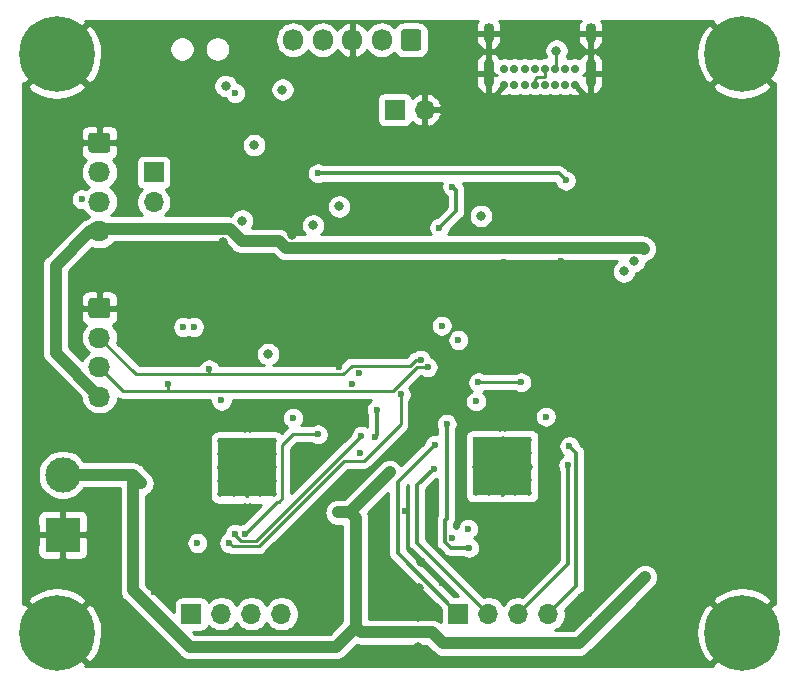
<source format=gbr>
%TF.GenerationSoftware,KiCad,Pcbnew,5.1.8*%
%TF.CreationDate,2021-01-17T13:40:54+01:00*%
%TF.ProjectId,sm4,736d342e-6b69-4636-9164-5f7063625858,rev?*%
%TF.SameCoordinates,Original*%
%TF.FileFunction,Copper,L4,Bot*%
%TF.FilePolarity,Positive*%
%FSLAX46Y46*%
G04 Gerber Fmt 4.6, Leading zero omitted, Abs format (unit mm)*
G04 Created by KiCad (PCBNEW 5.1.8) date 2021-01-17 13:40:54*
%MOMM*%
%LPD*%
G01*
G04 APERTURE LIST*
%TA.AperFunction,SMDPad,CuDef*%
%ADD10R,5.000000X5.000000*%
%TD*%
%TA.AperFunction,ComponentPad*%
%ADD11C,0.500000*%
%TD*%
%TA.AperFunction,ComponentPad*%
%ADD12O,1.700000X1.700000*%
%TD*%
%TA.AperFunction,ComponentPad*%
%ADD13R,1.700000X1.700000*%
%TD*%
%TA.AperFunction,ComponentPad*%
%ADD14O,1.700000X1.850000*%
%TD*%
%TA.AperFunction,ComponentPad*%
%ADD15O,0.900000X1.700000*%
%TD*%
%TA.AperFunction,ComponentPad*%
%ADD16O,0.900000X2.400000*%
%TD*%
%TA.AperFunction,ComponentPad*%
%ADD17C,0.700000*%
%TD*%
%TA.AperFunction,ComponentPad*%
%ADD18C,3.000000*%
%TD*%
%TA.AperFunction,ComponentPad*%
%ADD19R,3.000000X3.000000*%
%TD*%
%TA.AperFunction,ComponentPad*%
%ADD20O,1.850000X1.700000*%
%TD*%
%TA.AperFunction,ComponentPad*%
%ADD21C,6.400000*%
%TD*%
%TA.AperFunction,ViaPad*%
%ADD22C,0.600000*%
%TD*%
%TA.AperFunction,ViaPad*%
%ADD23C,0.800000*%
%TD*%
%TA.AperFunction,Conductor*%
%ADD24C,1.000000*%
%TD*%
%TA.AperFunction,Conductor*%
%ADD25C,0.300000*%
%TD*%
%TA.AperFunction,Conductor*%
%ADD26C,0.250000*%
%TD*%
%TA.AperFunction,Conductor*%
%ADD27C,0.254000*%
%TD*%
%TA.AperFunction,Conductor*%
%ADD28C,0.150000*%
%TD*%
G04 APERTURE END LIST*
D10*
%TO.P,U4,49*%
%TO.N,GND*%
X81200000Y-88400000D03*
D11*
X78950000Y-90650000D03*
X78950000Y-89525000D03*
X78950000Y-88400000D03*
X78950000Y-87275000D03*
X78950000Y-86150000D03*
X80075000Y-90650000D03*
X80075000Y-89525000D03*
X80075000Y-88400000D03*
X80075000Y-87275000D03*
X80075000Y-86150000D03*
X81200000Y-90650000D03*
X81200000Y-89525000D03*
X81200000Y-88400000D03*
X81200000Y-87275000D03*
X81200000Y-86150000D03*
X82325000Y-90650000D03*
X82325000Y-89525000D03*
X82325000Y-88400000D03*
X82325000Y-87275000D03*
X82325000Y-86150000D03*
X83450000Y-90650000D03*
X83450000Y-89525000D03*
X83450000Y-88400000D03*
X83450000Y-87275000D03*
X83450000Y-86150000D03*
%TD*%
D10*
%TO.P,U2,49*%
%TO.N,GND*%
X59600000Y-88500000D03*
D11*
X57350000Y-90750000D03*
X57350000Y-89625000D03*
X57350000Y-88500000D03*
X57350000Y-87375000D03*
X57350000Y-86250000D03*
X58475000Y-90750000D03*
X58475000Y-89625000D03*
X58475000Y-88500000D03*
X58475000Y-87375000D03*
X58475000Y-86250000D03*
X59600000Y-90750000D03*
X59600000Y-89625000D03*
X59600000Y-88500000D03*
X59600000Y-87375000D03*
X59600000Y-86250000D03*
X60725000Y-90750000D03*
X60725000Y-89625000D03*
X60725000Y-88500000D03*
X60725000Y-87375000D03*
X60725000Y-86250000D03*
X61850000Y-90750000D03*
X61850000Y-89625000D03*
X61850000Y-88500000D03*
X61850000Y-87375000D03*
X61850000Y-86250000D03*
%TD*%
D12*
%TO.P,SW1,2*%
%TO.N,GND*%
X74640000Y-58200000D03*
D13*
%TO.P,SW1,1*%
%TO.N,NRST*%
X72100000Y-58200000D03*
%TD*%
D14*
%TO.P,J8,5*%
%TO.N,+3V3*%
X63500000Y-52300000D03*
%TO.P,J8,4*%
%TO.N,SWCLK*%
X66000000Y-52300000D03*
%TO.P,J8,3*%
%TO.N,GND*%
X68500000Y-52300000D03*
%TO.P,J8,2*%
%TO.N,SWDIO*%
X71000000Y-52300000D03*
%TO.P,J8,1*%
%TO.N,NRST*%
%TA.AperFunction,ComponentPad*%
G36*
G01*
X74350000Y-51625000D02*
X74350000Y-52975000D01*
G75*
G02*
X74100000Y-53225000I-250000J0D01*
G01*
X72900000Y-53225000D01*
G75*
G02*
X72650000Y-52975000I0J250000D01*
G01*
X72650000Y-51625000D01*
G75*
G02*
X72900000Y-51375000I250000J0D01*
G01*
X74100000Y-51375000D01*
G75*
G02*
X74350000Y-51625000I0J-250000D01*
G01*
G37*
%TD.AperFunction*%
%TD*%
D15*
%TO.P,J7,S1*%
%TO.N,GND*%
X88700000Y-51740000D03*
X80050000Y-51740000D03*
D16*
X88700000Y-55120000D03*
X80050000Y-55120000D03*
D17*
%TO.P,J7,B6*%
%TO.N,USB_CONN_D+*%
X84800000Y-54750000D03*
%TO.P,J7,B1*%
%TO.N,GND*%
X87350000Y-54750000D03*
%TO.P,J7,B4*%
%TO.N,Net-(F2-Pad2)*%
X86500000Y-54750000D03*
%TO.P,J7,B5*%
%TO.N,Net-(J7-PadB5)*%
X85650000Y-54750000D03*
%TO.P,J7,B12*%
%TO.N,GND*%
X81400000Y-54750000D03*
%TO.P,J7,B8*%
%TO.N,N/C*%
X83100000Y-54750000D03*
%TO.P,J7,B7*%
%TO.N,USB_CONN_D-*%
X83950000Y-54750000D03*
%TO.P,J7,B9*%
%TO.N,Net-(F2-Pad2)*%
X82250000Y-54750000D03*
%TO.P,J7,A12*%
%TO.N,GND*%
X87350000Y-56100000D03*
%TO.P,J7,A9*%
%TO.N,Net-(F2-Pad2)*%
X86500000Y-56100000D03*
%TO.P,J7,A8*%
%TO.N,N/C*%
X85650000Y-56100000D03*
%TO.P,J7,A7*%
%TO.N,USB_CONN_D-*%
X84800000Y-56100000D03*
%TO.P,J7,A6*%
%TO.N,USB_CONN_D+*%
X83950000Y-56100000D03*
%TO.P,J7,A5*%
%TO.N,Net-(J7-PadA5)*%
X83100000Y-56100000D03*
%TO.P,J7,A4*%
%TO.N,Net-(F2-Pad2)*%
X82250000Y-56100000D03*
%TO.P,J7,A1*%
%TO.N,GND*%
X81400000Y-56100000D03*
%TD*%
D18*
%TO.P,J6,2*%
%TO.N,VS1*%
X44000000Y-89120000D03*
D19*
%TO.P,J6,1*%
%TO.N,GND*%
X44000000Y-94200000D03*
%TD*%
D20*
%TO.P,J5,4*%
%TO.N,VDC*%
X47100000Y-82500000D03*
%TO.P,J5,3*%
%TO.N,SDA*%
X47100000Y-80000000D03*
%TO.P,J5,2*%
%TO.N,SCL*%
X47100000Y-77500000D03*
%TO.P,J5,1*%
%TO.N,GND*%
%TA.AperFunction,ComponentPad*%
G36*
G01*
X46425000Y-74150000D02*
X47775000Y-74150000D01*
G75*
G02*
X48025000Y-74400000I0J-250000D01*
G01*
X48025000Y-75600000D01*
G75*
G02*
X47775000Y-75850000I-250000J0D01*
G01*
X46425000Y-75850000D01*
G75*
G02*
X46175000Y-75600000I0J250000D01*
G01*
X46175000Y-74400000D01*
G75*
G02*
X46425000Y-74150000I250000J0D01*
G01*
G37*
%TD.AperFunction*%
%TD*%
D12*
%TO.P,J4,4*%
%TO.N,Net-(J4-Pad4)*%
X85120000Y-100900000D03*
%TO.P,J4,3*%
%TO.N,Net-(J4-Pad3)*%
X82580000Y-100900000D03*
%TO.P,J4,2*%
%TO.N,Net-(J4-Pad2)*%
X80040000Y-100900000D03*
D13*
%TO.P,J4,1*%
%TO.N,Net-(J4-Pad1)*%
X77500000Y-100900000D03*
%TD*%
D20*
%TO.P,J3,4*%
%TO.N,VDC*%
X47100000Y-68500000D03*
%TO.P,J3,3*%
%TO.N,Net-(J3-Pad3)*%
X47100000Y-66000000D03*
%TO.P,J3,2*%
%TO.N,Net-(J3-Pad2)*%
X47100000Y-63500000D03*
%TO.P,J3,1*%
%TO.N,GND*%
%TA.AperFunction,ComponentPad*%
G36*
G01*
X46425000Y-60150000D02*
X47775000Y-60150000D01*
G75*
G02*
X48025000Y-60400000I0J-250000D01*
G01*
X48025000Y-61600000D01*
G75*
G02*
X47775000Y-61850000I-250000J0D01*
G01*
X46425000Y-61850000D01*
G75*
G02*
X46175000Y-61600000I0J250000D01*
G01*
X46175000Y-60400000D01*
G75*
G02*
X46425000Y-60150000I250000J0D01*
G01*
G37*
%TD.AperFunction*%
%TD*%
D12*
%TO.P,J2,2*%
%TO.N,Net-(J2-Pad2)*%
X51700000Y-66040000D03*
D13*
%TO.P,J2,1*%
%TO.N,Net-(J2-Pad1)*%
X51700000Y-63500000D03*
%TD*%
D12*
%TO.P,J1,4*%
%TO.N,Net-(J1-Pad4)*%
X62520000Y-100900000D03*
%TO.P,J1,3*%
%TO.N,Net-(J1-Pad3)*%
X59980000Y-100900000D03*
%TO.P,J1,2*%
%TO.N,Net-(J1-Pad2)*%
X57440000Y-100900000D03*
D13*
%TO.P,J1,1*%
%TO.N,Net-(J1-Pad1)*%
X54900000Y-100900000D03*
%TD*%
D21*
%TO.P,H4,1*%
%TO.N,GND*%
X43500000Y-53500000D03*
%TD*%
%TO.P,H3,1*%
%TO.N,GND*%
X43500000Y-102500000D03*
%TD*%
%TO.P,H2,1*%
%TO.N,GND*%
X101500000Y-102500000D03*
%TD*%
%TO.P,H1,1*%
%TO.N,GND*%
X101500000Y-53500000D03*
%TD*%
D22*
%TO.N,*%
X45600000Y-65800000D03*
D23*
%TO.N,GND*%
X53400000Y-56200000D03*
X60200000Y-59800000D03*
X61800000Y-65200000D03*
X57600000Y-69400000D03*
X84300000Y-60344949D03*
X69600000Y-67800000D03*
X63400000Y-68800000D03*
X81800000Y-67200000D03*
X63400000Y-74800000D03*
X62200000Y-76500000D03*
X64200000Y-56000000D03*
X66200000Y-56000000D03*
X68187347Y-56012653D03*
X91500000Y-68400000D03*
X89400000Y-68300000D03*
X90400000Y-72900000D03*
X89400000Y-73800000D03*
D22*
X67400000Y-80000000D03*
X68500000Y-84800000D03*
X76100000Y-82400000D03*
X77500000Y-80500000D03*
X50500000Y-87800000D03*
X69200000Y-87300000D03*
X51300000Y-92400000D03*
X53100000Y-92400000D03*
X61500000Y-98000000D03*
X83000000Y-97800000D03*
X74900000Y-92200000D03*
X73000000Y-92200000D03*
X90700000Y-87400000D03*
X71700000Y-87500000D03*
X56700000Y-71500000D03*
X59650002Y-73800000D03*
X63000000Y-72300000D03*
X96100000Y-83200000D03*
X94700000Y-83200000D03*
X68800000Y-79000000D03*
D23*
X74100000Y-103700000D03*
X74100000Y-101200000D03*
X74200000Y-98700000D03*
X74300000Y-96500000D03*
X64400000Y-97300000D03*
X97500000Y-85900000D03*
X97500000Y-88500000D03*
X97500000Y-91000000D03*
X97500000Y-93600000D03*
X97500000Y-96200000D03*
X68376699Y-89400000D03*
X59300000Y-98200000D03*
X90800000Y-89100000D03*
X80700000Y-98000000D03*
X91100000Y-57400000D03*
X83000000Y-68300000D03*
X93500000Y-68100000D03*
X50500000Y-103400000D03*
D22*
X49900000Y-102500000D03*
X48500000Y-101300000D03*
X48300000Y-100000000D03*
X48200000Y-98800000D03*
X46700000Y-98800000D03*
X44200000Y-98000000D03*
X41800000Y-98100000D03*
X53300000Y-94300000D03*
X55700000Y-96200000D03*
X57200000Y-97200000D03*
X54000000Y-95800000D03*
X54500000Y-93700000D03*
X53200000Y-98100000D03*
X51300000Y-96100000D03*
X51700000Y-99000000D03*
X46900000Y-97400000D03*
X47100000Y-94000000D03*
X48500000Y-91500000D03*
X42200000Y-91300000D03*
X41600000Y-89000000D03*
X42200000Y-87300000D03*
X43200000Y-85900000D03*
X46400000Y-85500000D03*
X49800000Y-85300000D03*
X51400000Y-84800000D03*
X52300000Y-84000000D03*
X55100000Y-83100000D03*
X50100000Y-83000000D03*
X43900000Y-83000000D03*
X41900000Y-81600000D03*
X41400000Y-83300000D03*
X43100000Y-81500000D03*
X42100000Y-79900000D03*
X41700000Y-77500000D03*
X41500000Y-75400000D03*
X41700000Y-74500000D03*
X42100000Y-73000000D03*
X45000000Y-75300000D03*
X45300000Y-77700000D03*
X46000000Y-72400000D03*
X47600000Y-71000000D03*
X49300000Y-70200000D03*
X49900000Y-74200000D03*
X50600000Y-75600000D03*
X51900000Y-73600000D03*
X53700000Y-71400000D03*
X52400000Y-70000000D03*
X50900000Y-71700000D03*
X58700000Y-78900000D03*
X60100000Y-79300000D03*
X60300000Y-77900000D03*
X58900000Y-77300000D03*
X58600000Y-76000000D03*
X60000000Y-76100000D03*
X61600000Y-75700000D03*
X55000000Y-75100000D03*
X41700000Y-69300000D03*
X43700000Y-69200000D03*
X44300000Y-67200000D03*
X43500000Y-64700000D03*
X42400000Y-67500000D03*
X44200000Y-60800000D03*
X43500000Y-62700000D03*
X41800000Y-63200000D03*
X42100000Y-60700000D03*
X43500000Y-60000000D03*
X42000000Y-57700000D03*
X45400000Y-57300000D03*
X48200000Y-54900000D03*
X47400000Y-56600000D03*
X49600000Y-57200000D03*
X51500000Y-58000000D03*
X53800000Y-58600000D03*
X55900000Y-58900000D03*
X52300000Y-60000000D03*
X50700000Y-60100000D03*
X50200000Y-58300000D03*
X50200000Y-53900000D03*
X48900000Y-52000000D03*
X59800000Y-57100000D03*
X60000000Y-57800000D03*
X60100000Y-63100000D03*
X60600000Y-66300000D03*
X69000000Y-73600000D03*
X71900000Y-74700000D03*
X75100000Y-75000000D03*
X75600000Y-71400000D03*
X70300000Y-72600000D03*
X72700000Y-67900000D03*
X81000000Y-60100000D03*
X80300000Y-62600000D03*
X77200000Y-62100000D03*
X76400000Y-61100000D03*
X78800000Y-60600000D03*
X79000000Y-59100000D03*
X77700000Y-57500000D03*
X78700000Y-65500000D03*
X80300000Y-64700000D03*
X81400000Y-65400000D03*
X82700000Y-65600000D03*
X86100000Y-65800000D03*
X85700000Y-67900000D03*
X86300000Y-67200000D03*
X85400000Y-66200000D03*
X84000000Y-71600000D03*
X82400000Y-71800000D03*
X81400000Y-71100000D03*
X84300000Y-73600000D03*
X83000000Y-75700000D03*
X82700000Y-73800000D03*
X83700000Y-72900000D03*
X85700000Y-72300000D03*
X86200000Y-71000000D03*
X85000000Y-72200000D03*
X85900000Y-76300000D03*
X83900000Y-77800000D03*
X85400000Y-79200000D03*
X88200000Y-78800000D03*
X89600000Y-77700000D03*
X88700000Y-76400000D03*
X87800000Y-75400000D03*
X91800000Y-76300000D03*
X89400000Y-79000000D03*
X93100000Y-79000000D03*
X93700000Y-79000000D03*
X92300000Y-78200000D03*
X94100000Y-77700000D03*
X90300000Y-83200000D03*
X90000000Y-84100000D03*
X91200000Y-84700000D03*
X91800000Y-83600000D03*
X92000000Y-82900000D03*
X90000000Y-84500000D03*
X65600000Y-101900000D03*
X66700000Y-101700000D03*
X65300000Y-101100000D03*
X67100000Y-100500000D03*
X66700000Y-95700000D03*
X67500000Y-96200000D03*
X66300000Y-96900000D03*
X66000000Y-93000000D03*
X70700000Y-93900000D03*
X70300000Y-92500000D03*
X75100000Y-93200000D03*
X75300000Y-94300000D03*
X77400000Y-93300000D03*
X78300000Y-97500000D03*
X79100000Y-98400000D03*
X76100000Y-98300000D03*
X74500000Y-100000000D03*
X84900000Y-96300000D03*
X84400000Y-95200000D03*
X85800000Y-95800000D03*
X88500000Y-85600000D03*
X88500000Y-82500000D03*
X89600000Y-94200000D03*
X90500000Y-96700000D03*
X89100000Y-98300000D03*
X88600000Y-100900000D03*
X87900000Y-99500000D03*
X90700000Y-98100000D03*
X91800000Y-95800000D03*
X91000000Y-93400000D03*
X89200000Y-95800000D03*
X88600000Y-93300000D03*
X90800000Y-103800000D03*
X93100000Y-103000000D03*
X95200000Y-103400000D03*
X95800000Y-100800000D03*
X93900000Y-100000000D03*
X92500000Y-101400000D03*
X96600000Y-99200000D03*
X99500000Y-99100000D03*
X98900000Y-97800000D03*
X98500000Y-96100000D03*
X100000000Y-96500000D03*
X101700000Y-97400000D03*
X102800000Y-96500000D03*
X102000000Y-94800000D03*
X100000000Y-94200000D03*
X99400000Y-92700000D03*
X100500000Y-92300000D03*
X102000000Y-92500000D03*
X102200000Y-90700000D03*
X101300000Y-90000000D03*
X99500000Y-90000000D03*
X99500000Y-88100000D03*
X100200000Y-87900000D03*
X101800000Y-87900000D03*
X102600000Y-85700000D03*
X102600000Y-85300000D03*
X100000000Y-86000000D03*
X98700000Y-85700000D03*
X99500000Y-84100000D03*
X102400000Y-81700000D03*
X99900000Y-82500000D03*
X97700000Y-82200000D03*
X102000000Y-83500000D03*
X100300000Y-81500000D03*
X97600000Y-79700000D03*
X101300000Y-79100000D03*
X103000000Y-78200000D03*
X103100000Y-75900000D03*
X101800000Y-77400000D03*
X98300000Y-77900000D03*
X96100000Y-77000000D03*
X94200000Y-75200000D03*
X93200000Y-74700000D03*
X92500000Y-73700000D03*
X98300000Y-72400000D03*
X98400000Y-67900000D03*
X95500000Y-55100000D03*
X95200000Y-56500000D03*
X96000000Y-58200000D03*
X99300000Y-59000000D03*
X101000000Y-59200000D03*
X102900000Y-63900000D03*
X101100000Y-62100000D03*
X102400000Y-60300000D03*
X102700000Y-59400000D03*
X96700000Y-59500000D03*
X94400000Y-59200000D03*
X92400000Y-55600000D03*
X90800000Y-54900000D03*
X91600000Y-54100000D03*
X93100000Y-53300000D03*
X93100000Y-51800000D03*
X95400000Y-51800000D03*
X96800000Y-53100000D03*
X97900000Y-56100000D03*
X94000000Y-57600000D03*
D23*
%TO.N,VS1*%
X67300000Y-92300000D03*
X71700000Y-88900000D03*
X50650000Y-89821143D03*
X68800000Y-98500000D03*
X93300000Y-97800000D03*
%TO.N,+3V3*%
X57800000Y-56200000D03*
X60200000Y-61200000D03*
X59200000Y-67600000D03*
X67400000Y-66400000D03*
X65200000Y-68000000D03*
X79400000Y-67200000D03*
X61400000Y-78900000D03*
X62600000Y-56500000D03*
X91500000Y-71900000D03*
X92400000Y-71000000D03*
D22*
X76084223Y-76484061D03*
X77500000Y-77700000D03*
X69100000Y-80500000D03*
X55400000Y-94900000D03*
X57441920Y-82826915D03*
X68500000Y-81400000D03*
X63500000Y-84300000D03*
X77000000Y-94500000D03*
X78325000Y-93700000D03*
X79000000Y-82900000D03*
X54200000Y-76600000D03*
X55100000Y-76600000D03*
X84900000Y-84200000D03*
X58600000Y-56800000D03*
%TO.N,NRST*%
X75900000Y-68200000D03*
X76994260Y-64710375D03*
%TO.N,+5V*%
X86600000Y-64200000D03*
X65600000Y-63600000D03*
%TO.N,VBAT*%
X82800000Y-81300000D03*
X79200000Y-81300000D03*
D23*
%TO.N,VDC*%
X93200000Y-70000000D03*
D22*
%TO.N,Net-(J4-Pad4)*%
X86900000Y-86700000D03*
%TO.N,Net-(J4-Pad3)*%
X86800000Y-88300000D03*
%TO.N,Net-(J4-Pad2)*%
X75400000Y-88600000D03*
%TO.N,Net-(J4-Pad1)*%
X75500000Y-86600000D03*
%TO.N,SDA*%
X74900000Y-80000000D03*
X52900000Y-81400000D03*
%TO.N,SCL*%
X74300000Y-79375000D03*
X56400000Y-80200000D03*
D23*
%TO.N,Net-(J7-PadB5)*%
X85800000Y-53200000D03*
D22*
%TO.N,ERR1*%
X58100000Y-94900000D03*
X72600020Y-82314759D03*
%TO.N,ERR2*%
X76500000Y-84800000D03*
X78400000Y-95300000D03*
%TO.N,REF2*%
X70575000Y-83600000D03*
X70399999Y-85900000D03*
%TO.N,REF1*%
X65600000Y-85700000D03*
X59400000Y-94100000D03*
%TO.N,EN1*%
X69295261Y-85824990D03*
X58599997Y-94100000D03*
%TD*%
D24*
%TO.N,VS1*%
X44000000Y-89120000D02*
X47720000Y-89120000D01*
X49948857Y-89120000D02*
X50650000Y-89821143D01*
X47720000Y-89120000D02*
X49948857Y-89120000D01*
X68300000Y-92300000D02*
X67300000Y-92300000D01*
X71700000Y-88900000D02*
X68300000Y-92300000D01*
X68800000Y-92800000D02*
X68300000Y-92300000D01*
X67100000Y-103700000D02*
X68800000Y-102000000D01*
X54739998Y-103700000D02*
X67100000Y-103700000D01*
X49948857Y-98908859D02*
X54739998Y-103700000D01*
X49948857Y-89120000D02*
X49948857Y-98908859D01*
X68800000Y-98500000D02*
X68800000Y-92800000D01*
X68800000Y-102000000D02*
X68800000Y-98500000D01*
X69250001Y-102450001D02*
X75250001Y-102450001D01*
X68800000Y-102000000D02*
X69250001Y-102450001D01*
X75250001Y-102450001D02*
X76200000Y-103400000D01*
X87700000Y-103400000D02*
X93300000Y-97800000D01*
X76200000Y-103400000D02*
X87700000Y-103400000D01*
D25*
%TO.N,NRST*%
X75900000Y-68200000D02*
X77300000Y-66800000D01*
X77300000Y-65016115D02*
X76994260Y-64710375D01*
X77300000Y-66800000D02*
X77300000Y-65016115D01*
%TO.N,+5V*%
X86000000Y-63600000D02*
X65600000Y-63600000D01*
X86600000Y-64200000D02*
X86000000Y-63600000D01*
D26*
%TO.N,VBAT*%
X82800000Y-81300000D02*
X79200000Y-81300000D01*
D24*
%TO.N,VDC*%
X47100000Y-68500000D02*
X46300000Y-68500000D01*
X46300000Y-68500000D02*
X43400000Y-71400000D01*
X43400000Y-78800000D02*
X47100000Y-82500000D01*
X43400000Y-71400000D02*
X43400000Y-78800000D01*
X84600001Y-69900001D02*
X84600003Y-69899999D01*
X62299999Y-69328001D02*
X62871999Y-69900001D01*
X62871999Y-69900001D02*
X84600001Y-69900001D01*
X47100000Y-68500000D02*
X47300001Y-68299999D01*
X47300001Y-68299999D02*
X58128001Y-68299999D01*
X58128001Y-68299999D02*
X59156003Y-69328001D01*
X59156003Y-69328001D02*
X62299999Y-69328001D01*
X84600003Y-69899999D02*
X92700001Y-69899999D01*
X93099999Y-69899999D02*
X93200000Y-70000000D01*
X92700001Y-69899999D02*
X93099999Y-69899999D01*
D25*
%TO.N,Net-(J4-Pad4)*%
X87450001Y-98569999D02*
X85120000Y-100900000D01*
X87450001Y-87250001D02*
X87450001Y-98569999D01*
X86900000Y-86700000D02*
X87450001Y-87250001D01*
%TO.N,Net-(J4-Pad3)*%
X82580000Y-100900000D02*
X86800000Y-96680000D01*
X86800000Y-96680000D02*
X86800000Y-88300000D01*
%TO.N,Net-(J4-Pad2)*%
X75400000Y-88600000D02*
X74000000Y-90000000D01*
X74000000Y-94860000D02*
X80040000Y-100900000D01*
X74000000Y-90000000D02*
X74000000Y-94860000D01*
%TO.N,Net-(J4-Pad1)*%
X72349999Y-95749999D02*
X77500000Y-100900000D01*
X72349999Y-89750001D02*
X72349999Y-95749999D01*
X75500000Y-86600000D02*
X72349999Y-89750001D01*
D26*
%TO.N,SDA*%
X49125001Y-82025001D02*
X47100000Y-80000000D01*
X73989777Y-80000000D02*
X71964776Y-82025001D01*
X74900000Y-80000000D02*
X73989777Y-80000000D01*
X52900000Y-81400000D02*
X52900000Y-82000000D01*
X52874999Y-82025001D02*
X49125001Y-82025001D01*
X52900000Y-82000000D02*
X52874999Y-82025001D01*
X71964776Y-82025001D02*
X52874999Y-82025001D01*
%TO.N,SCL*%
X68450003Y-79874999D02*
X67700001Y-80625001D01*
X73375737Y-79874999D02*
X68450003Y-79874999D01*
X73875736Y-79375000D02*
X73375737Y-79874999D01*
X74300000Y-79375000D02*
X73875736Y-79375000D01*
X56400000Y-80200000D02*
X56400000Y-80500000D01*
X56274999Y-80625001D02*
X50225001Y-80625001D01*
X56400000Y-80500000D02*
X56274999Y-80625001D01*
X67700001Y-80625001D02*
X56274999Y-80625001D01*
X50225001Y-80625001D02*
X47100000Y-77500000D01*
%TO.N,USB_CONN_D+*%
X83950000Y-55605026D02*
X83950000Y-56100000D01*
X84130027Y-55424999D02*
X83950000Y-55605026D01*
X84775001Y-55424999D02*
X84130027Y-55424999D01*
X84800000Y-55400000D02*
X84775001Y-55424999D01*
X84800000Y-54750000D02*
X84800000Y-55400000D01*
%TO.N,Net-(J7-PadB5)*%
X85800000Y-54600000D02*
X85650000Y-54750000D01*
X85800000Y-53200000D02*
X85800000Y-54600000D01*
%TO.N,ERR1*%
X67831660Y-87925001D02*
X60581650Y-95175011D01*
X69500001Y-87925001D02*
X67831660Y-87925001D01*
X72600020Y-84824982D02*
X69500001Y-87925001D01*
X58375011Y-95175011D02*
X58100000Y-94900000D01*
X60581650Y-95175011D02*
X58375011Y-95175011D01*
X72600020Y-82314759D02*
X72600020Y-84824982D01*
D25*
%TO.N,ERR2*%
X76349999Y-94812001D02*
X76837998Y-95300000D01*
X76349999Y-92987003D02*
X76349999Y-94812001D01*
X76500000Y-92837002D02*
X76349999Y-92987003D01*
X76500000Y-84800000D02*
X76500000Y-92837002D01*
X76837998Y-95300000D02*
X78400000Y-95300000D01*
%TO.N,REF2*%
X70575000Y-83600000D02*
X70600000Y-83625000D01*
X70575000Y-85724999D02*
X70399999Y-85900000D01*
X70575000Y-83600000D02*
X70575000Y-85724999D01*
D26*
%TO.N,REF1*%
X65600000Y-85700000D02*
X63500000Y-85700000D01*
X63500000Y-85700000D02*
X62600000Y-86600000D01*
X62600000Y-91085002D02*
X62285002Y-91400000D01*
X62600000Y-86600000D02*
X62600000Y-91085002D01*
X62100000Y-91400000D02*
X59400000Y-94100000D01*
X62285002Y-91400000D02*
X62100000Y-91400000D01*
%TO.N,EN1*%
X58599997Y-94224999D02*
X58599997Y-94100000D01*
X59099999Y-94725001D02*
X58599997Y-94224999D01*
X60395250Y-94725001D02*
X59099999Y-94725001D01*
X69295261Y-85824990D02*
X60395250Y-94725001D01*
%TD*%
D27*
%TO.N,GND*%
X79096191Y-50807455D02*
X79010624Y-51003767D01*
X78965000Y-51213000D01*
X78965000Y-51613000D01*
X79923000Y-51613000D01*
X79923000Y-51593000D01*
X80177000Y-51593000D01*
X80177000Y-51613000D01*
X81135000Y-51613000D01*
X81135000Y-51213000D01*
X81089376Y-51003767D01*
X81003809Y-50807455D01*
X80901320Y-50660000D01*
X87848680Y-50660000D01*
X87746191Y-50807455D01*
X87660624Y-51003767D01*
X87615000Y-51213000D01*
X87615000Y-51613000D01*
X88573000Y-51613000D01*
X88573000Y-51593000D01*
X88827000Y-51593000D01*
X88827000Y-51613000D01*
X89785000Y-51613000D01*
X89785000Y-51213000D01*
X89739376Y-51003767D01*
X89653809Y-50807455D01*
X89551320Y-50660000D01*
X99081057Y-50660000D01*
X98978724Y-50799119D01*
X101500000Y-53320395D01*
X101514143Y-53306253D01*
X101693748Y-53485858D01*
X101679605Y-53500000D01*
X104200881Y-56021276D01*
X104338644Y-55919940D01*
X104339930Y-100081005D01*
X104200881Y-99978724D01*
X101679605Y-102500000D01*
X101693748Y-102514143D01*
X101514143Y-102693748D01*
X101500000Y-102679605D01*
X98978724Y-105200881D01*
X99081056Y-105339999D01*
X45918943Y-105340001D01*
X46021276Y-105200881D01*
X43500000Y-102679605D01*
X43485858Y-102693748D01*
X43306253Y-102514143D01*
X43320395Y-102500000D01*
X43679605Y-102500000D01*
X46200881Y-105021276D01*
X46690548Y-104661088D01*
X47050849Y-103997118D01*
X47274694Y-103275615D01*
X47353480Y-102524305D01*
X47284178Y-101772062D01*
X47069452Y-101047792D01*
X46717555Y-100379330D01*
X46690548Y-100338912D01*
X46200881Y-99978724D01*
X43679605Y-102500000D01*
X43320395Y-102500000D01*
X40799119Y-99978724D01*
X40660000Y-100081057D01*
X40660000Y-99799119D01*
X40978724Y-99799119D01*
X43500000Y-102320395D01*
X46021276Y-99799119D01*
X45661088Y-99309452D01*
X44997118Y-98949151D01*
X44275615Y-98725306D01*
X43524305Y-98646520D01*
X42772062Y-98715822D01*
X42047792Y-98930548D01*
X41379330Y-99282445D01*
X41338912Y-99309452D01*
X40978724Y-99799119D01*
X40660000Y-99799119D01*
X40660000Y-95700000D01*
X41861928Y-95700000D01*
X41874188Y-95824482D01*
X41910498Y-95944180D01*
X41969463Y-96054494D01*
X42048815Y-96151185D01*
X42145506Y-96230537D01*
X42255820Y-96289502D01*
X42375518Y-96325812D01*
X42500000Y-96338072D01*
X43714250Y-96335000D01*
X43873000Y-96176250D01*
X43873000Y-94327000D01*
X44127000Y-94327000D01*
X44127000Y-96176250D01*
X44285750Y-96335000D01*
X45500000Y-96338072D01*
X45624482Y-96325812D01*
X45744180Y-96289502D01*
X45854494Y-96230537D01*
X45951185Y-96151185D01*
X46030537Y-96054494D01*
X46089502Y-95944180D01*
X46125812Y-95824482D01*
X46138072Y-95700000D01*
X46135000Y-94485750D01*
X45976250Y-94327000D01*
X44127000Y-94327000D01*
X43873000Y-94327000D01*
X42023750Y-94327000D01*
X41865000Y-94485750D01*
X41861928Y-95700000D01*
X40660000Y-95700000D01*
X40660000Y-92700000D01*
X41861928Y-92700000D01*
X41865000Y-93914250D01*
X42023750Y-94073000D01*
X43873000Y-94073000D01*
X43873000Y-92223750D01*
X44127000Y-92223750D01*
X44127000Y-94073000D01*
X45976250Y-94073000D01*
X46135000Y-93914250D01*
X46138072Y-92700000D01*
X46125812Y-92575518D01*
X46089502Y-92455820D01*
X46030537Y-92345506D01*
X45951185Y-92248815D01*
X45854494Y-92169463D01*
X45744180Y-92110498D01*
X45624482Y-92074188D01*
X45500000Y-92061928D01*
X44285750Y-92065000D01*
X44127000Y-92223750D01*
X43873000Y-92223750D01*
X43714250Y-92065000D01*
X42500000Y-92061928D01*
X42375518Y-92074188D01*
X42255820Y-92110498D01*
X42145506Y-92169463D01*
X42048815Y-92248815D01*
X41969463Y-92345506D01*
X41910498Y-92455820D01*
X41874188Y-92575518D01*
X41861928Y-92700000D01*
X40660000Y-92700000D01*
X40660000Y-88909721D01*
X41865000Y-88909721D01*
X41865000Y-89330279D01*
X41947047Y-89742756D01*
X42107988Y-90131302D01*
X42341637Y-90480983D01*
X42639017Y-90778363D01*
X42988698Y-91012012D01*
X43377244Y-91172953D01*
X43789721Y-91255000D01*
X44210279Y-91255000D01*
X44622756Y-91172953D01*
X45011302Y-91012012D01*
X45360983Y-90778363D01*
X45658363Y-90480983D01*
X45809360Y-90255000D01*
X48813857Y-90255000D01*
X48813858Y-98853098D01*
X48808366Y-98908859D01*
X48830280Y-99131357D01*
X48895181Y-99345305D01*
X48937345Y-99424188D01*
X49000574Y-99542482D01*
X49142409Y-99715308D01*
X49185717Y-99750850D01*
X53898011Y-104463146D01*
X53933549Y-104506449D01*
X53976852Y-104541987D01*
X53976854Y-104541989D01*
X54106375Y-104648284D01*
X54303551Y-104753676D01*
X54517499Y-104818577D01*
X54739998Y-104840491D01*
X54795750Y-104835000D01*
X67044249Y-104835000D01*
X67100000Y-104840491D01*
X67155751Y-104835000D01*
X67155752Y-104835000D01*
X67322499Y-104818577D01*
X67536447Y-104753676D01*
X67733623Y-104648284D01*
X67906449Y-104506449D01*
X67941996Y-104463135D01*
X68880996Y-103524136D01*
X69027502Y-103568578D01*
X69250001Y-103590492D01*
X69305753Y-103585001D01*
X74779870Y-103585001D01*
X75358008Y-104163140D01*
X75393551Y-104206449D01*
X75566377Y-104348284D01*
X75763553Y-104453676D01*
X75977501Y-104518577D01*
X76144248Y-104535000D01*
X76144257Y-104535000D01*
X76199999Y-104540490D01*
X76255741Y-104535000D01*
X87644249Y-104535000D01*
X87700000Y-104540491D01*
X87755751Y-104535000D01*
X87755752Y-104535000D01*
X87922499Y-104518577D01*
X88136447Y-104453676D01*
X88333623Y-104348284D01*
X88506449Y-104206449D01*
X88541996Y-104163135D01*
X90229436Y-102475695D01*
X97646520Y-102475695D01*
X97715822Y-103227938D01*
X97930548Y-103952208D01*
X98282445Y-104620670D01*
X98309452Y-104661088D01*
X98799119Y-105021276D01*
X101320395Y-102500000D01*
X98799119Y-99978724D01*
X98309452Y-100338912D01*
X97949151Y-101002882D01*
X97725306Y-101724385D01*
X97646520Y-102475695D01*
X90229436Y-102475695D01*
X92906012Y-99799119D01*
X98978724Y-99799119D01*
X101500000Y-102320395D01*
X104021276Y-99799119D01*
X103661088Y-99309452D01*
X102997118Y-98949151D01*
X102275615Y-98725306D01*
X101524305Y-98646520D01*
X100772062Y-98715822D01*
X100047792Y-98930548D01*
X99379330Y-99282445D01*
X99338912Y-99309452D01*
X98978724Y-99799119D01*
X92906012Y-99799119D01*
X94141988Y-98563144D01*
X94248283Y-98433623D01*
X94353676Y-98236447D01*
X94418577Y-98022499D01*
X94440491Y-97800000D01*
X94418577Y-97577502D01*
X94353676Y-97363554D01*
X94248283Y-97166378D01*
X94106448Y-96993552D01*
X93933622Y-96851717D01*
X93736446Y-96746324D01*
X93522498Y-96681423D01*
X93300000Y-96659509D01*
X93077501Y-96681423D01*
X92863553Y-96746324D01*
X92666377Y-96851717D01*
X92536856Y-96958012D01*
X87229869Y-102265000D01*
X85705090Y-102265000D01*
X85823411Y-102215990D01*
X86066632Y-102053475D01*
X86273475Y-101846632D01*
X86435990Y-101603411D01*
X86547932Y-101333158D01*
X86605000Y-101046260D01*
X86605000Y-100753740D01*
X86567075Y-100563082D01*
X87977817Y-99152341D01*
X88007765Y-99127763D01*
X88105863Y-99008232D01*
X88178755Y-98871859D01*
X88223642Y-98723886D01*
X88235001Y-98608560D01*
X88235001Y-98608553D01*
X88238798Y-98570000D01*
X88235001Y-98531447D01*
X88235001Y-87288557D01*
X88238798Y-87250001D01*
X88235001Y-87211441D01*
X88235001Y-87211440D01*
X88227965Y-87140001D01*
X88223643Y-87096114D01*
X88178755Y-86948141D01*
X88171639Y-86934827D01*
X88105863Y-86811768D01*
X88007765Y-86692237D01*
X87977812Y-86667655D01*
X87814374Y-86504217D01*
X87799068Y-86427271D01*
X87728586Y-86257111D01*
X87626262Y-86103972D01*
X87496028Y-85973738D01*
X87342889Y-85871414D01*
X87172729Y-85800932D01*
X86992089Y-85765000D01*
X86807911Y-85765000D01*
X86627271Y-85800932D01*
X86457111Y-85871414D01*
X86303972Y-85973738D01*
X86173738Y-86103972D01*
X86071414Y-86257111D01*
X86000932Y-86427271D01*
X85965000Y-86607911D01*
X85965000Y-86792089D01*
X86000932Y-86972729D01*
X86071414Y-87142889D01*
X86173738Y-87296028D01*
X86303972Y-87426262D01*
X86366023Y-87467723D01*
X86357111Y-87471414D01*
X86203972Y-87573738D01*
X86073738Y-87703972D01*
X85971414Y-87857111D01*
X85900932Y-88027271D01*
X85865000Y-88207911D01*
X85865000Y-88392089D01*
X85900932Y-88572729D01*
X85971414Y-88742889D01*
X86015001Y-88808122D01*
X86015000Y-96354842D01*
X82916918Y-99452925D01*
X82726260Y-99415000D01*
X82433740Y-99415000D01*
X82146842Y-99472068D01*
X81876589Y-99584010D01*
X81633368Y-99746525D01*
X81426525Y-99953368D01*
X81310000Y-100127760D01*
X81193475Y-99953368D01*
X80986632Y-99746525D01*
X80743411Y-99584010D01*
X80473158Y-99472068D01*
X80186260Y-99415000D01*
X79893740Y-99415000D01*
X79703082Y-99452924D01*
X74785000Y-94534843D01*
X74785000Y-90325157D01*
X75595784Y-89514373D01*
X75672729Y-89499068D01*
X75715001Y-89481559D01*
X75715001Y-92523348D01*
X75694137Y-92548771D01*
X75621245Y-92685144D01*
X75576358Y-92833117D01*
X75564999Y-92948443D01*
X75564999Y-92948450D01*
X75561202Y-92987003D01*
X75564999Y-93025556D01*
X75565000Y-94773439D01*
X75561202Y-94812001D01*
X75576358Y-94965887D01*
X75621245Y-95113860D01*
X75621246Y-95113861D01*
X75694138Y-95250234D01*
X75725789Y-95288800D01*
X75767654Y-95339813D01*
X75767658Y-95339817D01*
X75792236Y-95369765D01*
X75822185Y-95394344D01*
X76255647Y-95827805D01*
X76280234Y-95857764D01*
X76399765Y-95955862D01*
X76527504Y-96024139D01*
X76536138Y-96028754D01*
X76684111Y-96073642D01*
X76759024Y-96081020D01*
X76799437Y-96085000D01*
X76799442Y-96085000D01*
X76837998Y-96088797D01*
X76876554Y-96085000D01*
X77891880Y-96085000D01*
X77957111Y-96128586D01*
X78127271Y-96199068D01*
X78307911Y-96235000D01*
X78492089Y-96235000D01*
X78672729Y-96199068D01*
X78842889Y-96128586D01*
X78996028Y-96026262D01*
X79126262Y-95896028D01*
X79228586Y-95742889D01*
X79299068Y-95572729D01*
X79335000Y-95392089D01*
X79335000Y-95207911D01*
X79299068Y-95027271D01*
X79228586Y-94857111D01*
X79126262Y-94703972D01*
X78996028Y-94573738D01*
X78848171Y-94474943D01*
X78921028Y-94426262D01*
X79051262Y-94296028D01*
X79153586Y-94142889D01*
X79224068Y-93972729D01*
X79260000Y-93792089D01*
X79260000Y-93607911D01*
X79224068Y-93427271D01*
X79153586Y-93257111D01*
X79051262Y-93103972D01*
X78921028Y-92973738D01*
X78767889Y-92871414D01*
X78597729Y-92800932D01*
X78417089Y-92765000D01*
X78232911Y-92765000D01*
X78052271Y-92800932D01*
X77882111Y-92871414D01*
X77728972Y-92973738D01*
X77598738Y-93103972D01*
X77496414Y-93257111D01*
X77425932Y-93427271D01*
X77390000Y-93607911D01*
X77390000Y-93649507D01*
X77272729Y-93600932D01*
X77134999Y-93573535D01*
X77134999Y-93300656D01*
X77155862Y-93275235D01*
X77228754Y-93138862D01*
X77273641Y-92990889D01*
X77285000Y-92875563D01*
X77285000Y-92875556D01*
X77288797Y-92837003D01*
X77285000Y-92798450D01*
X77285000Y-85900000D01*
X78061928Y-85900000D01*
X78065000Y-88114250D01*
X78097856Y-88147106D01*
X78064887Y-88313998D01*
X78065116Y-88488328D01*
X78098039Y-88652711D01*
X78065000Y-88685750D01*
X78061928Y-90900000D01*
X78074188Y-91024482D01*
X78110498Y-91144180D01*
X78169463Y-91254494D01*
X78248815Y-91351185D01*
X78345506Y-91430537D01*
X78455820Y-91489502D01*
X78575518Y-91525812D01*
X78700000Y-91538072D01*
X80914250Y-91535000D01*
X80947106Y-91502144D01*
X81113998Y-91535113D01*
X81288328Y-91534884D01*
X81452711Y-91501961D01*
X81485750Y-91535000D01*
X83700000Y-91538072D01*
X83824482Y-91525812D01*
X83944180Y-91489502D01*
X84054494Y-91430537D01*
X84151185Y-91351185D01*
X84230537Y-91254494D01*
X84289502Y-91144180D01*
X84325812Y-91024482D01*
X84338072Y-90900000D01*
X84335000Y-88685750D01*
X84302144Y-88652894D01*
X84335113Y-88486002D01*
X84334884Y-88311672D01*
X84301961Y-88147289D01*
X84335000Y-88114250D01*
X84338072Y-85900000D01*
X84325812Y-85775518D01*
X84289502Y-85655820D01*
X84230537Y-85545506D01*
X84151185Y-85448815D01*
X84054494Y-85369463D01*
X83944180Y-85310498D01*
X83824482Y-85274188D01*
X83700000Y-85261928D01*
X81485750Y-85265000D01*
X81452894Y-85297856D01*
X81286002Y-85264887D01*
X81111672Y-85265116D01*
X80947289Y-85298039D01*
X80914250Y-85265000D01*
X78700000Y-85261928D01*
X78575518Y-85274188D01*
X78455820Y-85310498D01*
X78345506Y-85369463D01*
X78248815Y-85448815D01*
X78169463Y-85545506D01*
X78110498Y-85655820D01*
X78074188Y-85775518D01*
X78061928Y-85900000D01*
X77285000Y-85900000D01*
X77285000Y-85308120D01*
X77328586Y-85242889D01*
X77399068Y-85072729D01*
X77435000Y-84892089D01*
X77435000Y-84707911D01*
X77399068Y-84527271D01*
X77328586Y-84357111D01*
X77226262Y-84203972D01*
X77130201Y-84107911D01*
X83965000Y-84107911D01*
X83965000Y-84292089D01*
X84000932Y-84472729D01*
X84071414Y-84642889D01*
X84173738Y-84796028D01*
X84303972Y-84926262D01*
X84457111Y-85028586D01*
X84627271Y-85099068D01*
X84807911Y-85135000D01*
X84992089Y-85135000D01*
X85172729Y-85099068D01*
X85342889Y-85028586D01*
X85496028Y-84926262D01*
X85626262Y-84796028D01*
X85728586Y-84642889D01*
X85799068Y-84472729D01*
X85835000Y-84292089D01*
X85835000Y-84107911D01*
X85799068Y-83927271D01*
X85728586Y-83757111D01*
X85626262Y-83603972D01*
X85496028Y-83473738D01*
X85342889Y-83371414D01*
X85172729Y-83300932D01*
X84992089Y-83265000D01*
X84807911Y-83265000D01*
X84627271Y-83300932D01*
X84457111Y-83371414D01*
X84303972Y-83473738D01*
X84173738Y-83603972D01*
X84071414Y-83757111D01*
X84000932Y-83927271D01*
X83965000Y-84107911D01*
X77130201Y-84107911D01*
X77096028Y-84073738D01*
X76942889Y-83971414D01*
X76772729Y-83900932D01*
X76592089Y-83865000D01*
X76407911Y-83865000D01*
X76227271Y-83900932D01*
X76057111Y-83971414D01*
X75903972Y-84073738D01*
X75773738Y-84203972D01*
X75671414Y-84357111D01*
X75600932Y-84527271D01*
X75565000Y-84707911D01*
X75565000Y-84892089D01*
X75600932Y-85072729D01*
X75671414Y-85242889D01*
X75715000Y-85308120D01*
X75715000Y-85689449D01*
X75592089Y-85665000D01*
X75407911Y-85665000D01*
X75227271Y-85700932D01*
X75057111Y-85771414D01*
X74903972Y-85873738D01*
X74773738Y-86003972D01*
X74671414Y-86157111D01*
X74600932Y-86327271D01*
X74585627Y-86404216D01*
X72674471Y-88315372D01*
X72648283Y-88266378D01*
X72506448Y-88093552D01*
X72333622Y-87951717D01*
X72136446Y-87846325D01*
X71922498Y-87781423D01*
X71699999Y-87759509D01*
X71477500Y-87781423D01*
X71263553Y-87846325D01*
X71066377Y-87951717D01*
X70936856Y-88058012D01*
X67829869Y-91165000D01*
X67244248Y-91165000D01*
X67077501Y-91181423D01*
X66863553Y-91246324D01*
X66666377Y-91351716D01*
X66493551Y-91493551D01*
X66351716Y-91666377D01*
X66246324Y-91863553D01*
X66181423Y-92077501D01*
X66159509Y-92300000D01*
X66181423Y-92522499D01*
X66246324Y-92736447D01*
X66351716Y-92933623D01*
X66493551Y-93106449D01*
X66666377Y-93248284D01*
X66863553Y-93353676D01*
X67077501Y-93418577D01*
X67244248Y-93435000D01*
X67665001Y-93435000D01*
X67665000Y-98555751D01*
X67665001Y-98555761D01*
X67665000Y-101529868D01*
X66629869Y-102565000D01*
X55210131Y-102565000D01*
X55033203Y-102388072D01*
X55750000Y-102388072D01*
X55874482Y-102375812D01*
X55994180Y-102339502D01*
X56104494Y-102280537D01*
X56201185Y-102201185D01*
X56280537Y-102104494D01*
X56339502Y-101994180D01*
X56361513Y-101921620D01*
X56493368Y-102053475D01*
X56736589Y-102215990D01*
X57006842Y-102327932D01*
X57293740Y-102385000D01*
X57586260Y-102385000D01*
X57873158Y-102327932D01*
X58143411Y-102215990D01*
X58386632Y-102053475D01*
X58593475Y-101846632D01*
X58710000Y-101672240D01*
X58826525Y-101846632D01*
X59033368Y-102053475D01*
X59276589Y-102215990D01*
X59546842Y-102327932D01*
X59833740Y-102385000D01*
X60126260Y-102385000D01*
X60413158Y-102327932D01*
X60683411Y-102215990D01*
X60926632Y-102053475D01*
X61133475Y-101846632D01*
X61250000Y-101672240D01*
X61366525Y-101846632D01*
X61573368Y-102053475D01*
X61816589Y-102215990D01*
X62086842Y-102327932D01*
X62373740Y-102385000D01*
X62666260Y-102385000D01*
X62953158Y-102327932D01*
X63223411Y-102215990D01*
X63466632Y-102053475D01*
X63673475Y-101846632D01*
X63835990Y-101603411D01*
X63947932Y-101333158D01*
X64005000Y-101046260D01*
X64005000Y-100753740D01*
X63947932Y-100466842D01*
X63835990Y-100196589D01*
X63673475Y-99953368D01*
X63466632Y-99746525D01*
X63223411Y-99584010D01*
X62953158Y-99472068D01*
X62666260Y-99415000D01*
X62373740Y-99415000D01*
X62086842Y-99472068D01*
X61816589Y-99584010D01*
X61573368Y-99746525D01*
X61366525Y-99953368D01*
X61250000Y-100127760D01*
X61133475Y-99953368D01*
X60926632Y-99746525D01*
X60683411Y-99584010D01*
X60413158Y-99472068D01*
X60126260Y-99415000D01*
X59833740Y-99415000D01*
X59546842Y-99472068D01*
X59276589Y-99584010D01*
X59033368Y-99746525D01*
X58826525Y-99953368D01*
X58710000Y-100127760D01*
X58593475Y-99953368D01*
X58386632Y-99746525D01*
X58143411Y-99584010D01*
X57873158Y-99472068D01*
X57586260Y-99415000D01*
X57293740Y-99415000D01*
X57006842Y-99472068D01*
X56736589Y-99584010D01*
X56493368Y-99746525D01*
X56361513Y-99878380D01*
X56339502Y-99805820D01*
X56280537Y-99695506D01*
X56201185Y-99598815D01*
X56104494Y-99519463D01*
X55994180Y-99460498D01*
X55874482Y-99424188D01*
X55750000Y-99411928D01*
X54050000Y-99411928D01*
X53925518Y-99424188D01*
X53805820Y-99460498D01*
X53695506Y-99519463D01*
X53598815Y-99598815D01*
X53519463Y-99695506D01*
X53460498Y-99805820D01*
X53424188Y-99925518D01*
X53411928Y-100050000D01*
X53411928Y-100766798D01*
X51083857Y-98438728D01*
X51083857Y-94807911D01*
X54465000Y-94807911D01*
X54465000Y-94992089D01*
X54500932Y-95172729D01*
X54571414Y-95342889D01*
X54673738Y-95496028D01*
X54803972Y-95626262D01*
X54957111Y-95728586D01*
X55127271Y-95799068D01*
X55307911Y-95835000D01*
X55492089Y-95835000D01*
X55672729Y-95799068D01*
X55842889Y-95728586D01*
X55996028Y-95626262D01*
X56126262Y-95496028D01*
X56228586Y-95342889D01*
X56299068Y-95172729D01*
X56335000Y-94992089D01*
X56335000Y-94807911D01*
X56299068Y-94627271D01*
X56228586Y-94457111D01*
X56126262Y-94303972D01*
X55996028Y-94173738D01*
X55842889Y-94071414D01*
X55672729Y-94000932D01*
X55492089Y-93965000D01*
X55307911Y-93965000D01*
X55127271Y-94000932D01*
X54957111Y-94071414D01*
X54803972Y-94173738D01*
X54673738Y-94303972D01*
X54571414Y-94457111D01*
X54500932Y-94627271D01*
X54465000Y-94807911D01*
X51083857Y-94807911D01*
X51083857Y-90875604D01*
X51086446Y-90874819D01*
X51283622Y-90769426D01*
X51456448Y-90627591D01*
X51598283Y-90454765D01*
X51703676Y-90257589D01*
X51768577Y-90043641D01*
X51790491Y-89821143D01*
X51768577Y-89598644D01*
X51703676Y-89384696D01*
X51598283Y-89187520D01*
X51491988Y-89058000D01*
X50790853Y-88356865D01*
X50755306Y-88313551D01*
X50582480Y-88171716D01*
X50385304Y-88066324D01*
X50171356Y-88001423D01*
X50004609Y-87985000D01*
X50004608Y-87985000D01*
X49948857Y-87979509D01*
X49893105Y-87985000D01*
X45809360Y-87985000D01*
X45658363Y-87759017D01*
X45360983Y-87461637D01*
X45011302Y-87227988D01*
X44622756Y-87067047D01*
X44210279Y-86985000D01*
X43789721Y-86985000D01*
X43377244Y-87067047D01*
X42988698Y-87227988D01*
X42639017Y-87461637D01*
X42341637Y-87759017D01*
X42107988Y-88108698D01*
X41947047Y-88497244D01*
X41865000Y-88909721D01*
X40660000Y-88909721D01*
X40660000Y-71400000D01*
X42259509Y-71400000D01*
X42265000Y-71455752D01*
X42265001Y-78744239D01*
X42259509Y-78800000D01*
X42281423Y-79022498D01*
X42346324Y-79236446D01*
X42366257Y-79273738D01*
X42451717Y-79433623D01*
X42593552Y-79606449D01*
X42636860Y-79641991D01*
X45536961Y-82542093D01*
X45561487Y-82791111D01*
X45646401Y-83071034D01*
X45784294Y-83329014D01*
X45969866Y-83555134D01*
X46195986Y-83740706D01*
X46453966Y-83878599D01*
X46733889Y-83963513D01*
X46952050Y-83985000D01*
X47247950Y-83985000D01*
X47466111Y-83963513D01*
X47746034Y-83878599D01*
X48004014Y-83740706D01*
X48230134Y-83555134D01*
X48415706Y-83329014D01*
X48553599Y-83071034D01*
X48638513Y-82791111D01*
X48655115Y-82622545D01*
X48700724Y-82659975D01*
X48832754Y-82730547D01*
X48976015Y-82774004D01*
X49087668Y-82785001D01*
X49087678Y-82785001D01*
X49125001Y-82788677D01*
X49162324Y-82785001D01*
X52837677Y-82785001D01*
X52874999Y-82788677D01*
X52912321Y-82785001D01*
X56506920Y-82785001D01*
X56506920Y-82919004D01*
X56542852Y-83099644D01*
X56613334Y-83269804D01*
X56715658Y-83422943D01*
X56845892Y-83553177D01*
X56999031Y-83655501D01*
X57169191Y-83725983D01*
X57349831Y-83761915D01*
X57534009Y-83761915D01*
X57714649Y-83725983D01*
X57884809Y-83655501D01*
X58037948Y-83553177D01*
X58168182Y-83422943D01*
X58270506Y-83269804D01*
X58340988Y-83099644D01*
X58376920Y-82919004D01*
X58376920Y-82785001D01*
X70111777Y-82785001D01*
X69978972Y-82873738D01*
X69848738Y-83003972D01*
X69746414Y-83157111D01*
X69675932Y-83327271D01*
X69640000Y-83507911D01*
X69640000Y-83692089D01*
X69675932Y-83872729D01*
X69746414Y-84042889D01*
X69790000Y-84108121D01*
X69790001Y-85031049D01*
X69738150Y-84996404D01*
X69567990Y-84925922D01*
X69387350Y-84889990D01*
X69203172Y-84889990D01*
X69022532Y-84925922D01*
X68852372Y-84996404D01*
X68699233Y-85098728D01*
X68568999Y-85228962D01*
X68466675Y-85382101D01*
X68396193Y-85552261D01*
X68372108Y-85673341D01*
X63360000Y-90685450D01*
X63360000Y-86914801D01*
X63814802Y-86460000D01*
X65054465Y-86460000D01*
X65157111Y-86528586D01*
X65327271Y-86599068D01*
X65507911Y-86635000D01*
X65692089Y-86635000D01*
X65872729Y-86599068D01*
X66042889Y-86528586D01*
X66196028Y-86426262D01*
X66326262Y-86296028D01*
X66428586Y-86142889D01*
X66499068Y-85972729D01*
X66535000Y-85792089D01*
X66535000Y-85607911D01*
X66499068Y-85427271D01*
X66428586Y-85257111D01*
X66326262Y-85103972D01*
X66196028Y-84973738D01*
X66042889Y-84871414D01*
X65872729Y-84800932D01*
X65692089Y-84765000D01*
X65507911Y-84765000D01*
X65327271Y-84800932D01*
X65157111Y-84871414D01*
X65054465Y-84940000D01*
X64182290Y-84940000D01*
X64226262Y-84896028D01*
X64328586Y-84742889D01*
X64399068Y-84572729D01*
X64435000Y-84392089D01*
X64435000Y-84207911D01*
X64399068Y-84027271D01*
X64328586Y-83857111D01*
X64226262Y-83703972D01*
X64096028Y-83573738D01*
X63942889Y-83471414D01*
X63772729Y-83400932D01*
X63592089Y-83365000D01*
X63407911Y-83365000D01*
X63227271Y-83400932D01*
X63057111Y-83471414D01*
X62903972Y-83573738D01*
X62773738Y-83703972D01*
X62671414Y-83857111D01*
X62600932Y-84027271D01*
X62565000Y-84207911D01*
X62565000Y-84392089D01*
X62600932Y-84572729D01*
X62671414Y-84742889D01*
X62773738Y-84896028D01*
X62903972Y-85026262D01*
X63024680Y-85106917D01*
X62959999Y-85159999D01*
X62936201Y-85188997D01*
X62562543Y-85562655D01*
X62551185Y-85548815D01*
X62454494Y-85469463D01*
X62344180Y-85410498D01*
X62224482Y-85374188D01*
X62100000Y-85361928D01*
X59885750Y-85365000D01*
X59852894Y-85397856D01*
X59686002Y-85364887D01*
X59511672Y-85365116D01*
X59347289Y-85398039D01*
X59314250Y-85365000D01*
X57100000Y-85361928D01*
X56975518Y-85374188D01*
X56855820Y-85410498D01*
X56745506Y-85469463D01*
X56648815Y-85548815D01*
X56569463Y-85645506D01*
X56510498Y-85755820D01*
X56474188Y-85875518D01*
X56461928Y-86000000D01*
X56465000Y-88214250D01*
X56497856Y-88247106D01*
X56464887Y-88413998D01*
X56465116Y-88588328D01*
X56498039Y-88752711D01*
X56465000Y-88785750D01*
X56461928Y-91000000D01*
X56474188Y-91124482D01*
X56510498Y-91244180D01*
X56569463Y-91354494D01*
X56648815Y-91451185D01*
X56745506Y-91530537D01*
X56855820Y-91589502D01*
X56975518Y-91625812D01*
X57100000Y-91638072D01*
X59314250Y-91635000D01*
X59347106Y-91602144D01*
X59513998Y-91635113D01*
X59688328Y-91634884D01*
X59852711Y-91601961D01*
X59885750Y-91635000D01*
X60788945Y-91636253D01*
X59248352Y-93176847D01*
X59127271Y-93200932D01*
X58999998Y-93253650D01*
X58872726Y-93200932D01*
X58692086Y-93165000D01*
X58507908Y-93165000D01*
X58327268Y-93200932D01*
X58157108Y-93271414D01*
X58003969Y-93373738D01*
X57873735Y-93503972D01*
X57771411Y-93657111D01*
X57700929Y-93827271D01*
X57664997Y-94007911D01*
X57664997Y-94068148D01*
X57657111Y-94071414D01*
X57503972Y-94173738D01*
X57373738Y-94303972D01*
X57271414Y-94457111D01*
X57200932Y-94627271D01*
X57165000Y-94807911D01*
X57165000Y-94992089D01*
X57200932Y-95172729D01*
X57271414Y-95342889D01*
X57373738Y-95496028D01*
X57503972Y-95626262D01*
X57657111Y-95728586D01*
X57827271Y-95799068D01*
X57991384Y-95831712D01*
X58082764Y-95880557D01*
X58226025Y-95924014D01*
X58337678Y-95935011D01*
X58337687Y-95935011D01*
X58375010Y-95938687D01*
X58412333Y-95935011D01*
X60544328Y-95935011D01*
X60581650Y-95938687D01*
X60618972Y-95935011D01*
X60618983Y-95935011D01*
X60730636Y-95924014D01*
X60873897Y-95880557D01*
X61005926Y-95809985D01*
X61121651Y-95715012D01*
X61145454Y-95686008D01*
X68146463Y-88685001D01*
X69462679Y-88685001D01*
X69500001Y-88688677D01*
X69537323Y-88685001D01*
X69537334Y-88685001D01*
X69648987Y-88674004D01*
X69792248Y-88630547D01*
X69924277Y-88559975D01*
X70040002Y-88465002D01*
X70063805Y-88435998D01*
X73111023Y-85388781D01*
X73140021Y-85364983D01*
X73184736Y-85310498D01*
X73234994Y-85249259D01*
X73305566Y-85117229D01*
X73318076Y-85075988D01*
X73349023Y-84973968D01*
X73360020Y-84862315D01*
X73360020Y-84862305D01*
X73363696Y-84824982D01*
X73360020Y-84787659D01*
X73360020Y-82860294D01*
X73395021Y-82807911D01*
X78065000Y-82807911D01*
X78065000Y-82992089D01*
X78100932Y-83172729D01*
X78171414Y-83342889D01*
X78273738Y-83496028D01*
X78403972Y-83626262D01*
X78557111Y-83728586D01*
X78727271Y-83799068D01*
X78907911Y-83835000D01*
X79092089Y-83835000D01*
X79272729Y-83799068D01*
X79442889Y-83728586D01*
X79596028Y-83626262D01*
X79726262Y-83496028D01*
X79828586Y-83342889D01*
X79899068Y-83172729D01*
X79935000Y-82992089D01*
X79935000Y-82807911D01*
X79899068Y-82627271D01*
X79828586Y-82457111D01*
X79726262Y-82303972D01*
X79596028Y-82173738D01*
X79572246Y-82157847D01*
X79642889Y-82128586D01*
X79745535Y-82060000D01*
X82254465Y-82060000D01*
X82357111Y-82128586D01*
X82527271Y-82199068D01*
X82707911Y-82235000D01*
X82892089Y-82235000D01*
X83072729Y-82199068D01*
X83242889Y-82128586D01*
X83396028Y-82026262D01*
X83526262Y-81896028D01*
X83628586Y-81742889D01*
X83699068Y-81572729D01*
X83735000Y-81392089D01*
X83735000Y-81207911D01*
X83699068Y-81027271D01*
X83628586Y-80857111D01*
X83526262Y-80703972D01*
X83396028Y-80573738D01*
X83242889Y-80471414D01*
X83072729Y-80400932D01*
X82892089Y-80365000D01*
X82707911Y-80365000D01*
X82527271Y-80400932D01*
X82357111Y-80471414D01*
X82254465Y-80540000D01*
X79745535Y-80540000D01*
X79642889Y-80471414D01*
X79472729Y-80400932D01*
X79292089Y-80365000D01*
X79107911Y-80365000D01*
X78927271Y-80400932D01*
X78757111Y-80471414D01*
X78603972Y-80573738D01*
X78473738Y-80703972D01*
X78371414Y-80857111D01*
X78300932Y-81027271D01*
X78265000Y-81207911D01*
X78265000Y-81392089D01*
X78300932Y-81572729D01*
X78371414Y-81742889D01*
X78473738Y-81896028D01*
X78603972Y-82026262D01*
X78627754Y-82042153D01*
X78557111Y-82071414D01*
X78403972Y-82173738D01*
X78273738Y-82303972D01*
X78171414Y-82457111D01*
X78100932Y-82627271D01*
X78065000Y-82807911D01*
X73395021Y-82807911D01*
X73428606Y-82757648D01*
X73499088Y-82587488D01*
X73535020Y-82406848D01*
X73535020Y-82222670D01*
X73499088Y-82042030D01*
X73428606Y-81871870D01*
X73334119Y-81730460D01*
X74304579Y-80760000D01*
X74354465Y-80760000D01*
X74457111Y-80828586D01*
X74627271Y-80899068D01*
X74807911Y-80935000D01*
X74992089Y-80935000D01*
X75172729Y-80899068D01*
X75342889Y-80828586D01*
X75496028Y-80726262D01*
X75626262Y-80596028D01*
X75728586Y-80442889D01*
X75799068Y-80272729D01*
X75835000Y-80092089D01*
X75835000Y-79907911D01*
X75799068Y-79727271D01*
X75728586Y-79557111D01*
X75626262Y-79403972D01*
X75496028Y-79273738D01*
X75342889Y-79171414D01*
X75201143Y-79112701D01*
X75199068Y-79102271D01*
X75128586Y-78932111D01*
X75026262Y-78778972D01*
X74896028Y-78648738D01*
X74742889Y-78546414D01*
X74572729Y-78475932D01*
X74392089Y-78440000D01*
X74207911Y-78440000D01*
X74027271Y-78475932D01*
X73857111Y-78546414D01*
X73739952Y-78624697D01*
X73726750Y-78625997D01*
X73583489Y-78669454D01*
X73451460Y-78740026D01*
X73335735Y-78834999D01*
X73311932Y-78864003D01*
X73060936Y-79114999D01*
X68487325Y-79114999D01*
X68450002Y-79111323D01*
X68412680Y-79114999D01*
X68412670Y-79114999D01*
X68301017Y-79125996D01*
X68157756Y-79169453D01*
X68025726Y-79240025D01*
X67942086Y-79308667D01*
X67910002Y-79334998D01*
X67886204Y-79363997D01*
X67385200Y-79865001D01*
X61774867Y-79865001D01*
X61890256Y-79817205D01*
X62059774Y-79703937D01*
X62203937Y-79559774D01*
X62317205Y-79390256D01*
X62395226Y-79201898D01*
X62435000Y-79001939D01*
X62435000Y-78798061D01*
X62395226Y-78598102D01*
X62317205Y-78409744D01*
X62203937Y-78240226D01*
X62059774Y-78096063D01*
X61890256Y-77982795D01*
X61701898Y-77904774D01*
X61501939Y-77865000D01*
X61298061Y-77865000D01*
X61098102Y-77904774D01*
X60909744Y-77982795D01*
X60740226Y-78096063D01*
X60596063Y-78240226D01*
X60482795Y-78409744D01*
X60404774Y-78598102D01*
X60365000Y-78798061D01*
X60365000Y-79001939D01*
X60404774Y-79201898D01*
X60482795Y-79390256D01*
X60596063Y-79559774D01*
X60740226Y-79703937D01*
X60909744Y-79817205D01*
X61025133Y-79865001D01*
X57273275Y-79865001D01*
X57228586Y-79757111D01*
X57126262Y-79603972D01*
X56996028Y-79473738D01*
X56842889Y-79371414D01*
X56672729Y-79300932D01*
X56492089Y-79265000D01*
X56307911Y-79265000D01*
X56127271Y-79300932D01*
X55957111Y-79371414D01*
X55803972Y-79473738D01*
X55673738Y-79603972D01*
X55571414Y-79757111D01*
X55526725Y-79865001D01*
X50539803Y-79865001D01*
X48598341Y-77923540D01*
X48638513Y-77791111D01*
X48667185Y-77500000D01*
X48638513Y-77208889D01*
X48553599Y-76928966D01*
X48415706Y-76670986D01*
X48281874Y-76507911D01*
X53265000Y-76507911D01*
X53265000Y-76692089D01*
X53300932Y-76872729D01*
X53371414Y-77042889D01*
X53473738Y-77196028D01*
X53603972Y-77326262D01*
X53757111Y-77428586D01*
X53927271Y-77499068D01*
X54107911Y-77535000D01*
X54292089Y-77535000D01*
X54472729Y-77499068D01*
X54642889Y-77428586D01*
X54650000Y-77423835D01*
X54657111Y-77428586D01*
X54827271Y-77499068D01*
X55007911Y-77535000D01*
X55192089Y-77535000D01*
X55372729Y-77499068D01*
X55542889Y-77428586D01*
X55696028Y-77326262D01*
X55826262Y-77196028D01*
X55928586Y-77042889D01*
X55999068Y-76872729D01*
X56035000Y-76692089D01*
X56035000Y-76507911D01*
X56011938Y-76391972D01*
X75149223Y-76391972D01*
X75149223Y-76576150D01*
X75185155Y-76756790D01*
X75255637Y-76926950D01*
X75357961Y-77080089D01*
X75488195Y-77210323D01*
X75641334Y-77312647D01*
X75811494Y-77383129D01*
X75992134Y-77419061D01*
X76176312Y-77419061D01*
X76356952Y-77383129D01*
X76527112Y-77312647D01*
X76680251Y-77210323D01*
X76747834Y-77142740D01*
X76671414Y-77257111D01*
X76600932Y-77427271D01*
X76565000Y-77607911D01*
X76565000Y-77792089D01*
X76600932Y-77972729D01*
X76671414Y-78142889D01*
X76773738Y-78296028D01*
X76903972Y-78426262D01*
X77057111Y-78528586D01*
X77227271Y-78599068D01*
X77407911Y-78635000D01*
X77592089Y-78635000D01*
X77772729Y-78599068D01*
X77942889Y-78528586D01*
X78096028Y-78426262D01*
X78226262Y-78296028D01*
X78328586Y-78142889D01*
X78399068Y-77972729D01*
X78435000Y-77792089D01*
X78435000Y-77607911D01*
X78399068Y-77427271D01*
X78328586Y-77257111D01*
X78226262Y-77103972D01*
X78096028Y-76973738D01*
X77942889Y-76871414D01*
X77772729Y-76800932D01*
X77592089Y-76765000D01*
X77407911Y-76765000D01*
X77227271Y-76800932D01*
X77057111Y-76871414D01*
X76903972Y-76973738D01*
X76836389Y-77041321D01*
X76912809Y-76926950D01*
X76983291Y-76756790D01*
X77019223Y-76576150D01*
X77019223Y-76391972D01*
X76983291Y-76211332D01*
X76912809Y-76041172D01*
X76810485Y-75888033D01*
X76680251Y-75757799D01*
X76527112Y-75655475D01*
X76356952Y-75584993D01*
X76176312Y-75549061D01*
X75992134Y-75549061D01*
X75811494Y-75584993D01*
X75641334Y-75655475D01*
X75488195Y-75757799D01*
X75357961Y-75888033D01*
X75255637Y-76041172D01*
X75185155Y-76211332D01*
X75149223Y-76391972D01*
X56011938Y-76391972D01*
X55999068Y-76327271D01*
X55928586Y-76157111D01*
X55826262Y-76003972D01*
X55696028Y-75873738D01*
X55542889Y-75771414D01*
X55372729Y-75700932D01*
X55192089Y-75665000D01*
X55007911Y-75665000D01*
X54827271Y-75700932D01*
X54657111Y-75771414D01*
X54650000Y-75776165D01*
X54642889Y-75771414D01*
X54472729Y-75700932D01*
X54292089Y-75665000D01*
X54107911Y-75665000D01*
X53927271Y-75700932D01*
X53757111Y-75771414D01*
X53603972Y-75873738D01*
X53473738Y-76003972D01*
X53371414Y-76157111D01*
X53300932Y-76327271D01*
X53265000Y-76507911D01*
X48281874Y-76507911D01*
X48234392Y-76450055D01*
X48269180Y-76439502D01*
X48379494Y-76380537D01*
X48476185Y-76301185D01*
X48555537Y-76204494D01*
X48614502Y-76094180D01*
X48650812Y-75974482D01*
X48663072Y-75850000D01*
X48660000Y-75285750D01*
X48501250Y-75127000D01*
X47227000Y-75127000D01*
X47227000Y-75147000D01*
X46973000Y-75147000D01*
X46973000Y-75127000D01*
X45698750Y-75127000D01*
X45540000Y-75285750D01*
X45536928Y-75850000D01*
X45549188Y-75974482D01*
X45585498Y-76094180D01*
X45644463Y-76204494D01*
X45723815Y-76301185D01*
X45820506Y-76380537D01*
X45930820Y-76439502D01*
X45965608Y-76450055D01*
X45784294Y-76670986D01*
X45646401Y-76928966D01*
X45561487Y-77208889D01*
X45532815Y-77500000D01*
X45561487Y-77791111D01*
X45646401Y-78071034D01*
X45784294Y-78329014D01*
X45969866Y-78555134D01*
X46195986Y-78740706D01*
X46213374Y-78750000D01*
X46195986Y-78759294D01*
X45969866Y-78944866D01*
X45784294Y-79170986D01*
X45646401Y-79428966D01*
X45643537Y-79438406D01*
X44535000Y-78329869D01*
X44535000Y-74150000D01*
X45536928Y-74150000D01*
X45540000Y-74714250D01*
X45698750Y-74873000D01*
X46973000Y-74873000D01*
X46973000Y-73673750D01*
X47227000Y-73673750D01*
X47227000Y-74873000D01*
X48501250Y-74873000D01*
X48660000Y-74714250D01*
X48663072Y-74150000D01*
X48650812Y-74025518D01*
X48614502Y-73905820D01*
X48555537Y-73795506D01*
X48476185Y-73698815D01*
X48379494Y-73619463D01*
X48269180Y-73560498D01*
X48149482Y-73524188D01*
X48025000Y-73511928D01*
X47385750Y-73515000D01*
X47227000Y-73673750D01*
X46973000Y-73673750D01*
X46814250Y-73515000D01*
X46175000Y-73511928D01*
X46050518Y-73524188D01*
X45930820Y-73560498D01*
X45820506Y-73619463D01*
X45723815Y-73698815D01*
X45644463Y-73795506D01*
X45585498Y-73905820D01*
X45549188Y-74025518D01*
X45536928Y-74150000D01*
X44535000Y-74150000D01*
X44535000Y-71870131D01*
X46509643Y-69895489D01*
X46733889Y-69963513D01*
X46952050Y-69985000D01*
X47247950Y-69985000D01*
X47466111Y-69963513D01*
X47746034Y-69878599D01*
X48004014Y-69740706D01*
X48230134Y-69555134D01*
X48328726Y-69434999D01*
X57657870Y-69434999D01*
X58314011Y-70091141D01*
X58349554Y-70134450D01*
X58522380Y-70276285D01*
X58719556Y-70381677D01*
X58933504Y-70446578D01*
X59100251Y-70463001D01*
X59100260Y-70463001D01*
X59156002Y-70468491D01*
X59211744Y-70463001D01*
X61829868Y-70463001D01*
X62030003Y-70663136D01*
X62065550Y-70706450D01*
X62238376Y-70848285D01*
X62435552Y-70953677D01*
X62599704Y-71003472D01*
X62649499Y-71018578D01*
X62871998Y-71040492D01*
X62927750Y-71035001D01*
X84544250Y-71035001D01*
X84600001Y-71040492D01*
X84655752Y-71035001D01*
X84655753Y-71035001D01*
X84655773Y-71034999D01*
X90931615Y-71034999D01*
X90840226Y-71096063D01*
X90696063Y-71240226D01*
X90582795Y-71409744D01*
X90504774Y-71598102D01*
X90465000Y-71798061D01*
X90465000Y-72001939D01*
X90504774Y-72201898D01*
X90582795Y-72390256D01*
X90696063Y-72559774D01*
X90840226Y-72703937D01*
X91009744Y-72817205D01*
X91198102Y-72895226D01*
X91398061Y-72935000D01*
X91601939Y-72935000D01*
X91801898Y-72895226D01*
X91990256Y-72817205D01*
X92159774Y-72703937D01*
X92303937Y-72559774D01*
X92417205Y-72390256D01*
X92495226Y-72201898D01*
X92529515Y-72029515D01*
X92701898Y-71995226D01*
X92890256Y-71917205D01*
X93059774Y-71803937D01*
X93203937Y-71659774D01*
X93317205Y-71490256D01*
X93395226Y-71301898D01*
X93432281Y-71115610D01*
X93636446Y-71053676D01*
X93833622Y-70948284D01*
X94006449Y-70806449D01*
X94148284Y-70633622D01*
X94253676Y-70436446D01*
X94318577Y-70222499D01*
X94340491Y-70000000D01*
X94318577Y-69777502D01*
X94253676Y-69563554D01*
X94148284Y-69366378D01*
X94041988Y-69236857D01*
X93941995Y-69136864D01*
X93906448Y-69093550D01*
X93733622Y-68951715D01*
X93536446Y-68846323D01*
X93322498Y-68781422D01*
X93155751Y-68764999D01*
X93155750Y-68764999D01*
X93099999Y-68759508D01*
X93044248Y-68764999D01*
X84655755Y-68764999D01*
X84600003Y-68759508D01*
X84544252Y-68764999D01*
X84544251Y-68764999D01*
X84544231Y-68765001D01*
X76646994Y-68765001D01*
X76728586Y-68642889D01*
X76799068Y-68472729D01*
X76814374Y-68395784D01*
X77827817Y-67382341D01*
X77857764Y-67357764D01*
X77891051Y-67317205D01*
X77906728Y-67298102D01*
X77955862Y-67238233D01*
X78028754Y-67101860D01*
X78029906Y-67098061D01*
X78365000Y-67098061D01*
X78365000Y-67301939D01*
X78404774Y-67501898D01*
X78482795Y-67690256D01*
X78596063Y-67859774D01*
X78740226Y-68003937D01*
X78909744Y-68117205D01*
X79098102Y-68195226D01*
X79298061Y-68235000D01*
X79501939Y-68235000D01*
X79701898Y-68195226D01*
X79890256Y-68117205D01*
X80059774Y-68003937D01*
X80203937Y-67859774D01*
X80317205Y-67690256D01*
X80395226Y-67501898D01*
X80435000Y-67301939D01*
X80435000Y-67098061D01*
X80395226Y-66898102D01*
X80317205Y-66709744D01*
X80203937Y-66540226D01*
X80059774Y-66396063D01*
X79890256Y-66282795D01*
X79701898Y-66204774D01*
X79501939Y-66165000D01*
X79298061Y-66165000D01*
X79098102Y-66204774D01*
X78909744Y-66282795D01*
X78740226Y-66396063D01*
X78596063Y-66540226D01*
X78482795Y-66709744D01*
X78404774Y-66898102D01*
X78365000Y-67098061D01*
X78029906Y-67098061D01*
X78058205Y-67004774D01*
X78073642Y-66953887D01*
X78081020Y-66878974D01*
X78085000Y-66838561D01*
X78085000Y-66838556D01*
X78088797Y-66800000D01*
X78085000Y-66761445D01*
X78085000Y-65054671D01*
X78088797Y-65016115D01*
X78085000Y-64977559D01*
X78085000Y-64977554D01*
X78081020Y-64937141D01*
X78073642Y-64862228D01*
X78028754Y-64714255D01*
X78023537Y-64704494D01*
X77955862Y-64577882D01*
X77910142Y-64522172D01*
X77893328Y-64437646D01*
X77871521Y-64385000D01*
X85674843Y-64385000D01*
X85685626Y-64395784D01*
X85700932Y-64472729D01*
X85771414Y-64642889D01*
X85873738Y-64796028D01*
X86003972Y-64926262D01*
X86157111Y-65028586D01*
X86327271Y-65099068D01*
X86507911Y-65135000D01*
X86692089Y-65135000D01*
X86872729Y-65099068D01*
X87042889Y-65028586D01*
X87196028Y-64926262D01*
X87326262Y-64796028D01*
X87428586Y-64642889D01*
X87499068Y-64472729D01*
X87535000Y-64292089D01*
X87535000Y-64107911D01*
X87499068Y-63927271D01*
X87428586Y-63757111D01*
X87326262Y-63603972D01*
X87196028Y-63473738D01*
X87042889Y-63371414D01*
X86872729Y-63300932D01*
X86795784Y-63285626D01*
X86582346Y-63072189D01*
X86557764Y-63042236D01*
X86438233Y-62944138D01*
X86301860Y-62871246D01*
X86153887Y-62826359D01*
X86038561Y-62815000D01*
X86038553Y-62815000D01*
X86000000Y-62811203D01*
X85961447Y-62815000D01*
X66108120Y-62815000D01*
X66042889Y-62771414D01*
X65872729Y-62700932D01*
X65692089Y-62665000D01*
X65507911Y-62665000D01*
X65327271Y-62700932D01*
X65157111Y-62771414D01*
X65003972Y-62873738D01*
X64873738Y-63003972D01*
X64771414Y-63157111D01*
X64700932Y-63327271D01*
X64665000Y-63507911D01*
X64665000Y-63692089D01*
X64700932Y-63872729D01*
X64771414Y-64042889D01*
X64873738Y-64196028D01*
X65003972Y-64326262D01*
X65157111Y-64428586D01*
X65327271Y-64499068D01*
X65507911Y-64535000D01*
X65692089Y-64535000D01*
X65872729Y-64499068D01*
X66042889Y-64428586D01*
X66108120Y-64385000D01*
X76116999Y-64385000D01*
X76095192Y-64437646D01*
X76059260Y-64618286D01*
X76059260Y-64802464D01*
X76095192Y-64983104D01*
X76165674Y-65153264D01*
X76267998Y-65306403D01*
X76398232Y-65436637D01*
X76515001Y-65514659D01*
X76515000Y-66474842D01*
X75704216Y-67285626D01*
X75627271Y-67300932D01*
X75457111Y-67371414D01*
X75303972Y-67473738D01*
X75173738Y-67603972D01*
X75071414Y-67757111D01*
X75000932Y-67927271D01*
X74965000Y-68107911D01*
X74965000Y-68292089D01*
X75000932Y-68472729D01*
X75071414Y-68642889D01*
X75153006Y-68765001D01*
X65898710Y-68765001D01*
X66003937Y-68659774D01*
X66117205Y-68490256D01*
X66195226Y-68301898D01*
X66235000Y-68101939D01*
X66235000Y-67898061D01*
X66195226Y-67698102D01*
X66117205Y-67509744D01*
X66003937Y-67340226D01*
X65859774Y-67196063D01*
X65690256Y-67082795D01*
X65501898Y-67004774D01*
X65301939Y-66965000D01*
X65098061Y-66965000D01*
X64898102Y-67004774D01*
X64709744Y-67082795D01*
X64540226Y-67196063D01*
X64396063Y-67340226D01*
X64282795Y-67509744D01*
X64204774Y-67698102D01*
X64165000Y-67898061D01*
X64165000Y-68101939D01*
X64204774Y-68301898D01*
X64282795Y-68490256D01*
X64396063Y-68659774D01*
X64501290Y-68765001D01*
X63342130Y-68765001D01*
X63141995Y-68564866D01*
X63106448Y-68521552D01*
X62933622Y-68379717D01*
X62736446Y-68274325D01*
X62522498Y-68209424D01*
X62355751Y-68193001D01*
X62355750Y-68193001D01*
X62299999Y-68187510D01*
X62244248Y-68193001D01*
X60048553Y-68193001D01*
X60117205Y-68090256D01*
X60195226Y-67901898D01*
X60235000Y-67701939D01*
X60235000Y-67498061D01*
X60195226Y-67298102D01*
X60117205Y-67109744D01*
X60003937Y-66940226D01*
X59859774Y-66796063D01*
X59690256Y-66682795D01*
X59501898Y-66604774D01*
X59301939Y-66565000D01*
X59098061Y-66565000D01*
X58898102Y-66604774D01*
X58709744Y-66682795D01*
X58540226Y-66796063D01*
X58396063Y-66940226D01*
X58282795Y-67109744D01*
X58256922Y-67172205D01*
X58183753Y-67164999D01*
X58183752Y-67164999D01*
X58128001Y-67159508D01*
X58072250Y-67164999D01*
X52675108Y-67164999D01*
X52853475Y-66986632D01*
X53015990Y-66743411D01*
X53127932Y-66473158D01*
X53162761Y-66298061D01*
X66365000Y-66298061D01*
X66365000Y-66501939D01*
X66404774Y-66701898D01*
X66482795Y-66890256D01*
X66596063Y-67059774D01*
X66740226Y-67203937D01*
X66909744Y-67317205D01*
X67098102Y-67395226D01*
X67298061Y-67435000D01*
X67501939Y-67435000D01*
X67701898Y-67395226D01*
X67890256Y-67317205D01*
X68059774Y-67203937D01*
X68203937Y-67059774D01*
X68317205Y-66890256D01*
X68395226Y-66701898D01*
X68435000Y-66501939D01*
X68435000Y-66298061D01*
X68395226Y-66098102D01*
X68317205Y-65909744D01*
X68203937Y-65740226D01*
X68059774Y-65596063D01*
X67890256Y-65482795D01*
X67701898Y-65404774D01*
X67501939Y-65365000D01*
X67298061Y-65365000D01*
X67098102Y-65404774D01*
X66909744Y-65482795D01*
X66740226Y-65596063D01*
X66596063Y-65740226D01*
X66482795Y-65909744D01*
X66404774Y-66098102D01*
X66365000Y-66298061D01*
X53162761Y-66298061D01*
X53185000Y-66186260D01*
X53185000Y-65893740D01*
X53127932Y-65606842D01*
X53015990Y-65336589D01*
X52853475Y-65093368D01*
X52721620Y-64961513D01*
X52794180Y-64939502D01*
X52904494Y-64880537D01*
X53001185Y-64801185D01*
X53080537Y-64704494D01*
X53139502Y-64594180D01*
X53175812Y-64474482D01*
X53188072Y-64350000D01*
X53188072Y-62650000D01*
X53175812Y-62525518D01*
X53139502Y-62405820D01*
X53080537Y-62295506D01*
X53001185Y-62198815D01*
X52904494Y-62119463D01*
X52794180Y-62060498D01*
X52674482Y-62024188D01*
X52550000Y-62011928D01*
X50850000Y-62011928D01*
X50725518Y-62024188D01*
X50605820Y-62060498D01*
X50495506Y-62119463D01*
X50398815Y-62198815D01*
X50319463Y-62295506D01*
X50260498Y-62405820D01*
X50224188Y-62525518D01*
X50211928Y-62650000D01*
X50211928Y-64350000D01*
X50224188Y-64474482D01*
X50260498Y-64594180D01*
X50319463Y-64704494D01*
X50398815Y-64801185D01*
X50495506Y-64880537D01*
X50605820Y-64939502D01*
X50678380Y-64961513D01*
X50546525Y-65093368D01*
X50384010Y-65336589D01*
X50272068Y-65606842D01*
X50215000Y-65893740D01*
X50215000Y-66186260D01*
X50272068Y-66473158D01*
X50384010Y-66743411D01*
X50546525Y-66986632D01*
X50724892Y-67164999D01*
X48096263Y-67164999D01*
X48230134Y-67055134D01*
X48415706Y-66829014D01*
X48553599Y-66571034D01*
X48638513Y-66291111D01*
X48667185Y-66000000D01*
X48638513Y-65708889D01*
X48553599Y-65428966D01*
X48415706Y-65170986D01*
X48230134Y-64944866D01*
X48004014Y-64759294D01*
X47986626Y-64750000D01*
X48004014Y-64740706D01*
X48230134Y-64555134D01*
X48415706Y-64329014D01*
X48553599Y-64071034D01*
X48638513Y-63791111D01*
X48667185Y-63500000D01*
X48638513Y-63208889D01*
X48553599Y-62928966D01*
X48415706Y-62670986D01*
X48234392Y-62450055D01*
X48269180Y-62439502D01*
X48379494Y-62380537D01*
X48476185Y-62301185D01*
X48555537Y-62204494D01*
X48614502Y-62094180D01*
X48650812Y-61974482D01*
X48663072Y-61850000D01*
X48660000Y-61285750D01*
X48501250Y-61127000D01*
X47227000Y-61127000D01*
X47227000Y-61147000D01*
X46973000Y-61147000D01*
X46973000Y-61127000D01*
X45698750Y-61127000D01*
X45540000Y-61285750D01*
X45536928Y-61850000D01*
X45549188Y-61974482D01*
X45585498Y-62094180D01*
X45644463Y-62204494D01*
X45723815Y-62301185D01*
X45820506Y-62380537D01*
X45930820Y-62439502D01*
X45965608Y-62450055D01*
X45784294Y-62670986D01*
X45646401Y-62928966D01*
X45561487Y-63208889D01*
X45532815Y-63500000D01*
X45561487Y-63791111D01*
X45646401Y-64071034D01*
X45784294Y-64329014D01*
X45969866Y-64555134D01*
X46195986Y-64740706D01*
X46213374Y-64750000D01*
X46195986Y-64759294D01*
X45972861Y-64942408D01*
X45872729Y-64900932D01*
X45692089Y-64865000D01*
X45507911Y-64865000D01*
X45327271Y-64900932D01*
X45157111Y-64971414D01*
X45003972Y-65073738D01*
X44873738Y-65203972D01*
X44771414Y-65357111D01*
X44700932Y-65527271D01*
X44665000Y-65707911D01*
X44665000Y-65892089D01*
X44700932Y-66072729D01*
X44771414Y-66242889D01*
X44873738Y-66396028D01*
X45003972Y-66526262D01*
X45157111Y-66628586D01*
X45327271Y-66699068D01*
X45507911Y-66735000D01*
X45692089Y-66735000D01*
X45730011Y-66727457D01*
X45784294Y-66829014D01*
X45969866Y-67055134D01*
X46195986Y-67240706D01*
X46213374Y-67250000D01*
X46195986Y-67259294D01*
X46029387Y-67396018D01*
X45863553Y-67446324D01*
X45666377Y-67551716D01*
X45493551Y-67693551D01*
X45458011Y-67736857D01*
X42636865Y-70558004D01*
X42593551Y-70593551D01*
X42451716Y-70766377D01*
X42371098Y-70917205D01*
X42346324Y-70963554D01*
X42281423Y-71177502D01*
X42259509Y-71400000D01*
X40660000Y-71400000D01*
X40660000Y-61098061D01*
X59165000Y-61098061D01*
X59165000Y-61301939D01*
X59204774Y-61501898D01*
X59282795Y-61690256D01*
X59396063Y-61859774D01*
X59540226Y-62003937D01*
X59709744Y-62117205D01*
X59898102Y-62195226D01*
X60098061Y-62235000D01*
X60301939Y-62235000D01*
X60501898Y-62195226D01*
X60690256Y-62117205D01*
X60859774Y-62003937D01*
X61003937Y-61859774D01*
X61117205Y-61690256D01*
X61195226Y-61501898D01*
X61235000Y-61301939D01*
X61235000Y-61098061D01*
X61195226Y-60898102D01*
X61117205Y-60709744D01*
X61003937Y-60540226D01*
X60859774Y-60396063D01*
X60690256Y-60282795D01*
X60501898Y-60204774D01*
X60301939Y-60165000D01*
X60098061Y-60165000D01*
X59898102Y-60204774D01*
X59709744Y-60282795D01*
X59540226Y-60396063D01*
X59396063Y-60540226D01*
X59282795Y-60709744D01*
X59204774Y-60898102D01*
X59165000Y-61098061D01*
X40660000Y-61098061D01*
X40660000Y-60150000D01*
X45536928Y-60150000D01*
X45540000Y-60714250D01*
X45698750Y-60873000D01*
X46973000Y-60873000D01*
X46973000Y-59673750D01*
X47227000Y-59673750D01*
X47227000Y-60873000D01*
X48501250Y-60873000D01*
X48660000Y-60714250D01*
X48663072Y-60150000D01*
X48650812Y-60025518D01*
X48614502Y-59905820D01*
X48555537Y-59795506D01*
X48476185Y-59698815D01*
X48379494Y-59619463D01*
X48269180Y-59560498D01*
X48149482Y-59524188D01*
X48025000Y-59511928D01*
X47385750Y-59515000D01*
X47227000Y-59673750D01*
X46973000Y-59673750D01*
X46814250Y-59515000D01*
X46175000Y-59511928D01*
X46050518Y-59524188D01*
X45930820Y-59560498D01*
X45820506Y-59619463D01*
X45723815Y-59698815D01*
X45644463Y-59795506D01*
X45585498Y-59905820D01*
X45549188Y-60025518D01*
X45536928Y-60150000D01*
X40660000Y-60150000D01*
X40660000Y-56200881D01*
X40978724Y-56200881D01*
X41338912Y-56690548D01*
X42002882Y-57050849D01*
X42724385Y-57274694D01*
X43475695Y-57353480D01*
X44227938Y-57284178D01*
X44952208Y-57069452D01*
X45620670Y-56717555D01*
X45661088Y-56690548D01*
X46021276Y-56200881D01*
X45918456Y-56098061D01*
X56765000Y-56098061D01*
X56765000Y-56301939D01*
X56804774Y-56501898D01*
X56882795Y-56690256D01*
X56996063Y-56859774D01*
X57140226Y-57003937D01*
X57309744Y-57117205D01*
X57498102Y-57195226D01*
X57698061Y-57235000D01*
X57768146Y-57235000D01*
X57771414Y-57242889D01*
X57873738Y-57396028D01*
X58003972Y-57526262D01*
X58157111Y-57628586D01*
X58327271Y-57699068D01*
X58507911Y-57735000D01*
X58692089Y-57735000D01*
X58872729Y-57699068D01*
X59042889Y-57628586D01*
X59196028Y-57526262D01*
X59326262Y-57396028D01*
X59428586Y-57242889D01*
X59499068Y-57072729D01*
X59535000Y-56892089D01*
X59535000Y-56707911D01*
X59499068Y-56527271D01*
X59445548Y-56398061D01*
X61565000Y-56398061D01*
X61565000Y-56601939D01*
X61604774Y-56801898D01*
X61682795Y-56990256D01*
X61796063Y-57159774D01*
X61940226Y-57303937D01*
X62109744Y-57417205D01*
X62298102Y-57495226D01*
X62498061Y-57535000D01*
X62701939Y-57535000D01*
X62901898Y-57495226D01*
X63090256Y-57417205D01*
X63190835Y-57350000D01*
X70611928Y-57350000D01*
X70611928Y-59050000D01*
X70624188Y-59174482D01*
X70660498Y-59294180D01*
X70719463Y-59404494D01*
X70798815Y-59501185D01*
X70895506Y-59580537D01*
X71005820Y-59639502D01*
X71125518Y-59675812D01*
X71250000Y-59688072D01*
X72950000Y-59688072D01*
X73074482Y-59675812D01*
X73194180Y-59639502D01*
X73304494Y-59580537D01*
X73401185Y-59501185D01*
X73480537Y-59404494D01*
X73539502Y-59294180D01*
X73563966Y-59213534D01*
X73639731Y-59297588D01*
X73873080Y-59471641D01*
X74135901Y-59596825D01*
X74283110Y-59641476D01*
X74513000Y-59520155D01*
X74513000Y-58327000D01*
X74767000Y-58327000D01*
X74767000Y-59520155D01*
X74996890Y-59641476D01*
X75144099Y-59596825D01*
X75406920Y-59471641D01*
X75640269Y-59297588D01*
X75835178Y-59081355D01*
X75984157Y-58831252D01*
X76081481Y-58556891D01*
X75960814Y-58327000D01*
X74767000Y-58327000D01*
X74513000Y-58327000D01*
X74493000Y-58327000D01*
X74493000Y-58073000D01*
X74513000Y-58073000D01*
X74513000Y-56879845D01*
X74767000Y-56879845D01*
X74767000Y-58073000D01*
X75960814Y-58073000D01*
X76081481Y-57843109D01*
X75984157Y-57568748D01*
X75835178Y-57318645D01*
X75640269Y-57102412D01*
X75406920Y-56928359D01*
X75144099Y-56803175D01*
X74996890Y-56758524D01*
X74767000Y-56879845D01*
X74513000Y-56879845D01*
X74283110Y-56758524D01*
X74135901Y-56803175D01*
X73873080Y-56928359D01*
X73639731Y-57102412D01*
X73563966Y-57186466D01*
X73539502Y-57105820D01*
X73480537Y-56995506D01*
X73401185Y-56898815D01*
X73304494Y-56819463D01*
X73194180Y-56760498D01*
X73074482Y-56724188D01*
X72950000Y-56711928D01*
X71250000Y-56711928D01*
X71125518Y-56724188D01*
X71005820Y-56760498D01*
X70895506Y-56819463D01*
X70798815Y-56898815D01*
X70719463Y-56995506D01*
X70660498Y-57105820D01*
X70624188Y-57225518D01*
X70611928Y-57350000D01*
X63190835Y-57350000D01*
X63259774Y-57303937D01*
X63403937Y-57159774D01*
X63517205Y-56990256D01*
X63595226Y-56801898D01*
X63635000Y-56601939D01*
X63635000Y-56398061D01*
X63595226Y-56198102D01*
X63517205Y-56009744D01*
X63403937Y-55840226D01*
X63259774Y-55696063D01*
X63090256Y-55582795D01*
X62901898Y-55504774D01*
X62701939Y-55465000D01*
X62498061Y-55465000D01*
X62298102Y-55504774D01*
X62109744Y-55582795D01*
X61940226Y-55696063D01*
X61796063Y-55840226D01*
X61682795Y-56009744D01*
X61604774Y-56198102D01*
X61565000Y-56398061D01*
X59445548Y-56398061D01*
X59428586Y-56357111D01*
X59326262Y-56203972D01*
X59196028Y-56073738D01*
X59042889Y-55971414D01*
X58872729Y-55900932D01*
X58789544Y-55884385D01*
X58717205Y-55709744D01*
X58603937Y-55540226D01*
X58459774Y-55396063D01*
X58290256Y-55282795D01*
X58203840Y-55247000D01*
X78965000Y-55247000D01*
X78965000Y-55997000D01*
X79010624Y-56206233D01*
X79096191Y-56402545D01*
X79218413Y-56578391D01*
X79372592Y-56727014D01*
X79552803Y-56842702D01*
X79755999Y-56914408D01*
X79923000Y-56787502D01*
X79923000Y-55247000D01*
X78965000Y-55247000D01*
X58203840Y-55247000D01*
X58101898Y-55204774D01*
X57901939Y-55165000D01*
X57698061Y-55165000D01*
X57498102Y-55204774D01*
X57309744Y-55282795D01*
X57140226Y-55396063D01*
X56996063Y-55540226D01*
X56882795Y-55709744D01*
X56804774Y-55898102D01*
X56765000Y-56098061D01*
X45918456Y-56098061D01*
X43500000Y-53679605D01*
X40978724Y-56200881D01*
X40660000Y-56200881D01*
X40660000Y-55918943D01*
X40799119Y-56021276D01*
X43320395Y-53500000D01*
X43679605Y-53500000D01*
X46200881Y-56021276D01*
X46690548Y-55661088D01*
X47050849Y-54997118D01*
X47274694Y-54275615D01*
X47278114Y-54243000D01*
X78965000Y-54243000D01*
X78965000Y-54993000D01*
X79923000Y-54993000D01*
X79923000Y-53452498D01*
X80177000Y-53452498D01*
X80177000Y-54993000D01*
X80443537Y-54993000D01*
X80450368Y-55028989D01*
X80523043Y-55208893D01*
X80531233Y-55224216D01*
X80729480Y-55240912D01*
X80723392Y-55247000D01*
X80177000Y-55247000D01*
X80177000Y-56787502D01*
X80344001Y-56914408D01*
X80547197Y-56842702D01*
X80727408Y-56727014D01*
X80881587Y-56578391D01*
X81003809Y-56402545D01*
X81070225Y-56250170D01*
X81220395Y-56100000D01*
X81206253Y-56085858D01*
X81265000Y-56027110D01*
X81265000Y-56197014D01*
X81301101Y-56378504D01*
X80909088Y-56770517D01*
X80925784Y-56968767D01*
X81104384Y-57044589D01*
X81294344Y-57084110D01*
X81488364Y-57085813D01*
X81678989Y-57049632D01*
X81825651Y-56990385D01*
X81962686Y-57047147D01*
X82152986Y-57085000D01*
X82347014Y-57085000D01*
X82537314Y-57047147D01*
X82675000Y-56990116D01*
X82812686Y-57047147D01*
X83002986Y-57085000D01*
X83197014Y-57085000D01*
X83387314Y-57047147D01*
X83525000Y-56990116D01*
X83662686Y-57047147D01*
X83852986Y-57085000D01*
X84047014Y-57085000D01*
X84237314Y-57047147D01*
X84375000Y-56990116D01*
X84512686Y-57047147D01*
X84702986Y-57085000D01*
X84897014Y-57085000D01*
X85087314Y-57047147D01*
X85225000Y-56990116D01*
X85362686Y-57047147D01*
X85552986Y-57085000D01*
X85747014Y-57085000D01*
X85937314Y-57047147D01*
X86075000Y-56990116D01*
X86212686Y-57047147D01*
X86402986Y-57085000D01*
X86597014Y-57085000D01*
X86787314Y-57047147D01*
X86925542Y-56989891D01*
X87054384Y-57044589D01*
X87244344Y-57084110D01*
X87438364Y-57085813D01*
X87628989Y-57049632D01*
X87808893Y-56976957D01*
X87824216Y-56968767D01*
X87840912Y-56770517D01*
X87448899Y-56378504D01*
X87485000Y-56197014D01*
X87485000Y-56027110D01*
X87543748Y-56085858D01*
X87529605Y-56100000D01*
X87679775Y-56250170D01*
X87746191Y-56402545D01*
X87868413Y-56578391D01*
X88022592Y-56727014D01*
X88202803Y-56842702D01*
X88405999Y-56914408D01*
X88573000Y-56787502D01*
X88573000Y-55247000D01*
X88827000Y-55247000D01*
X88827000Y-56787502D01*
X88994001Y-56914408D01*
X89197197Y-56842702D01*
X89377408Y-56727014D01*
X89531587Y-56578391D01*
X89653809Y-56402545D01*
X89739376Y-56206233D01*
X89740543Y-56200881D01*
X98978724Y-56200881D01*
X99338912Y-56690548D01*
X100002882Y-57050849D01*
X100724385Y-57274694D01*
X101475695Y-57353480D01*
X102227938Y-57284178D01*
X102952208Y-57069452D01*
X103620670Y-56717555D01*
X103661088Y-56690548D01*
X104021276Y-56200881D01*
X101500000Y-53679605D01*
X98978724Y-56200881D01*
X89740543Y-56200881D01*
X89785000Y-55997000D01*
X89785000Y-55247000D01*
X88827000Y-55247000D01*
X88573000Y-55247000D01*
X88026608Y-55247000D01*
X88020520Y-55240912D01*
X88218767Y-55224216D01*
X88294589Y-55045616D01*
X88305536Y-54993000D01*
X88573000Y-54993000D01*
X88573000Y-53452498D01*
X88827000Y-53452498D01*
X88827000Y-54993000D01*
X89785000Y-54993000D01*
X89785000Y-54243000D01*
X89739376Y-54033767D01*
X89653809Y-53837455D01*
X89531587Y-53661609D01*
X89377408Y-53512986D01*
X89319319Y-53475695D01*
X97646520Y-53475695D01*
X97715822Y-54227938D01*
X97930548Y-54952208D01*
X98282445Y-55620670D01*
X98309452Y-55661088D01*
X98799119Y-56021276D01*
X101320395Y-53500000D01*
X98799119Y-50978724D01*
X98309452Y-51338912D01*
X97949151Y-52002882D01*
X97725306Y-52724385D01*
X97646520Y-53475695D01*
X89319319Y-53475695D01*
X89197197Y-53397298D01*
X88994001Y-53325592D01*
X88827000Y-53452498D01*
X88573000Y-53452498D01*
X88405999Y-53325592D01*
X88202803Y-53397298D01*
X88022592Y-53512986D01*
X87868413Y-53661609D01*
X87746191Y-53837455D01*
X87742272Y-53846445D01*
X87645616Y-53805411D01*
X87455656Y-53765890D01*
X87261636Y-53764187D01*
X87071011Y-53800368D01*
X86924349Y-53859615D01*
X86787314Y-53802853D01*
X86659021Y-53777334D01*
X86717205Y-53690256D01*
X86795226Y-53501898D01*
X86835000Y-53301939D01*
X86835000Y-53098061D01*
X86795226Y-52898102D01*
X86717205Y-52709744D01*
X86603937Y-52540226D01*
X86459774Y-52396063D01*
X86290256Y-52282795D01*
X86101898Y-52204774D01*
X85901939Y-52165000D01*
X85698061Y-52165000D01*
X85498102Y-52204774D01*
X85309744Y-52282795D01*
X85140226Y-52396063D01*
X84996063Y-52540226D01*
X84882795Y-52709744D01*
X84804774Y-52898102D01*
X84765000Y-53098061D01*
X84765000Y-53301939D01*
X84804774Y-53501898D01*
X84882795Y-53690256D01*
X84938213Y-53773195D01*
X84897014Y-53765000D01*
X84702986Y-53765000D01*
X84512686Y-53802853D01*
X84375000Y-53859884D01*
X84237314Y-53802853D01*
X84047014Y-53765000D01*
X83852986Y-53765000D01*
X83662686Y-53802853D01*
X83525000Y-53859884D01*
X83387314Y-53802853D01*
X83197014Y-53765000D01*
X83002986Y-53765000D01*
X82812686Y-53802853D01*
X82675000Y-53859884D01*
X82537314Y-53802853D01*
X82347014Y-53765000D01*
X82152986Y-53765000D01*
X81962686Y-53802853D01*
X81824458Y-53860109D01*
X81695616Y-53805411D01*
X81505656Y-53765890D01*
X81311636Y-53764187D01*
X81121011Y-53800368D01*
X81007611Y-53846178D01*
X81003809Y-53837455D01*
X80881587Y-53661609D01*
X80727408Y-53512986D01*
X80547197Y-53397298D01*
X80344001Y-53325592D01*
X80177000Y-53452498D01*
X79923000Y-53452498D01*
X79755999Y-53325592D01*
X79552803Y-53397298D01*
X79372592Y-53512986D01*
X79218413Y-53661609D01*
X79096191Y-53837455D01*
X79010624Y-54033767D01*
X78965000Y-54243000D01*
X47278114Y-54243000D01*
X47353480Y-53524305D01*
X47301782Y-52963137D01*
X53015000Y-52963137D01*
X53015000Y-53176863D01*
X53056696Y-53386483D01*
X53138485Y-53583940D01*
X53257225Y-53761647D01*
X53408353Y-53912775D01*
X53586060Y-54031515D01*
X53783517Y-54113304D01*
X53993137Y-54155000D01*
X54206863Y-54155000D01*
X54416483Y-54113304D01*
X54613940Y-54031515D01*
X54791647Y-53912775D01*
X54942775Y-53761647D01*
X55061515Y-53583940D01*
X55143304Y-53386483D01*
X55185000Y-53176863D01*
X55185000Y-52963137D01*
X56015000Y-52963137D01*
X56015000Y-53176863D01*
X56056696Y-53386483D01*
X56138485Y-53583940D01*
X56257225Y-53761647D01*
X56408353Y-53912775D01*
X56586060Y-54031515D01*
X56783517Y-54113304D01*
X56993137Y-54155000D01*
X57206863Y-54155000D01*
X57416483Y-54113304D01*
X57613940Y-54031515D01*
X57791647Y-53912775D01*
X57942775Y-53761647D01*
X58061515Y-53583940D01*
X58143304Y-53386483D01*
X58185000Y-53176863D01*
X58185000Y-52963137D01*
X58143304Y-52753517D01*
X58061515Y-52556060D01*
X57942775Y-52378353D01*
X57791647Y-52227225D01*
X57679140Y-52152050D01*
X62015000Y-52152050D01*
X62015000Y-52447949D01*
X62036487Y-52666110D01*
X62121401Y-52946033D01*
X62259294Y-53204013D01*
X62444866Y-53430134D01*
X62670986Y-53615706D01*
X62928966Y-53753599D01*
X63208889Y-53838513D01*
X63500000Y-53867185D01*
X63791110Y-53838513D01*
X64071033Y-53753599D01*
X64329013Y-53615706D01*
X64555134Y-53430134D01*
X64740706Y-53204014D01*
X64750000Y-53186626D01*
X64759294Y-53204013D01*
X64944866Y-53430134D01*
X65170986Y-53615706D01*
X65428966Y-53753599D01*
X65708889Y-53838513D01*
X66000000Y-53867185D01*
X66291110Y-53838513D01*
X66571033Y-53753599D01*
X66829013Y-53615706D01*
X67055134Y-53430134D01*
X67240706Y-53204014D01*
X67254496Y-53178214D01*
X67262894Y-53194086D01*
X67446460Y-53419695D01*
X67670513Y-53605157D01*
X67926443Y-53743345D01*
X68143110Y-53816476D01*
X68373000Y-53695155D01*
X68373000Y-52427000D01*
X68353000Y-52427000D01*
X68353000Y-52173000D01*
X68373000Y-52173000D01*
X68373000Y-50904845D01*
X68627000Y-50904845D01*
X68627000Y-52173000D01*
X68647000Y-52173000D01*
X68647000Y-52427000D01*
X68627000Y-52427000D01*
X68627000Y-53695155D01*
X68856890Y-53816476D01*
X69073557Y-53743345D01*
X69329487Y-53605157D01*
X69553540Y-53419695D01*
X69737106Y-53194086D01*
X69745504Y-53178214D01*
X69759294Y-53204013D01*
X69944866Y-53430134D01*
X70170986Y-53615706D01*
X70428966Y-53753599D01*
X70708889Y-53838513D01*
X71000000Y-53867185D01*
X71291110Y-53838513D01*
X71571033Y-53753599D01*
X71829013Y-53615706D01*
X72055134Y-53430134D01*
X72107223Y-53366663D01*
X72161595Y-53468386D01*
X72272038Y-53602962D01*
X72406614Y-53713405D01*
X72560150Y-53795472D01*
X72726746Y-53846008D01*
X72900000Y-53863072D01*
X74100000Y-53863072D01*
X74273254Y-53846008D01*
X74439850Y-53795472D01*
X74593386Y-53713405D01*
X74727962Y-53602962D01*
X74838405Y-53468386D01*
X74920472Y-53314850D01*
X74971008Y-53148254D01*
X74988072Y-52975000D01*
X74988072Y-51867000D01*
X78965000Y-51867000D01*
X78965000Y-52267000D01*
X79010624Y-52476233D01*
X79096191Y-52672545D01*
X79218413Y-52848391D01*
X79372592Y-52997014D01*
X79552803Y-53112702D01*
X79755999Y-53184408D01*
X79923000Y-53057502D01*
X79923000Y-51867000D01*
X80177000Y-51867000D01*
X80177000Y-53057502D01*
X80344001Y-53184408D01*
X80547197Y-53112702D01*
X80727408Y-52997014D01*
X80881587Y-52848391D01*
X81003809Y-52672545D01*
X81089376Y-52476233D01*
X81135000Y-52267000D01*
X81135000Y-51867000D01*
X87615000Y-51867000D01*
X87615000Y-52267000D01*
X87660624Y-52476233D01*
X87746191Y-52672545D01*
X87868413Y-52848391D01*
X88022592Y-52997014D01*
X88202803Y-53112702D01*
X88405999Y-53184408D01*
X88573000Y-53057502D01*
X88573000Y-51867000D01*
X88827000Y-51867000D01*
X88827000Y-53057502D01*
X88994001Y-53184408D01*
X89197197Y-53112702D01*
X89377408Y-52997014D01*
X89531587Y-52848391D01*
X89653809Y-52672545D01*
X89739376Y-52476233D01*
X89785000Y-52267000D01*
X89785000Y-51867000D01*
X88827000Y-51867000D01*
X88573000Y-51867000D01*
X87615000Y-51867000D01*
X81135000Y-51867000D01*
X80177000Y-51867000D01*
X79923000Y-51867000D01*
X78965000Y-51867000D01*
X74988072Y-51867000D01*
X74988072Y-51625000D01*
X74971008Y-51451746D01*
X74920472Y-51285150D01*
X74838405Y-51131614D01*
X74727962Y-50997038D01*
X74593386Y-50886595D01*
X74439850Y-50804528D01*
X74273254Y-50753992D01*
X74100000Y-50736928D01*
X72900000Y-50736928D01*
X72726746Y-50753992D01*
X72560150Y-50804528D01*
X72406614Y-50886595D01*
X72272038Y-50997038D01*
X72161595Y-51131614D01*
X72107223Y-51233337D01*
X72055134Y-51169866D01*
X71829014Y-50984294D01*
X71571034Y-50846401D01*
X71291111Y-50761487D01*
X71000000Y-50732815D01*
X70708890Y-50761487D01*
X70428967Y-50846401D01*
X70170987Y-50984294D01*
X69944866Y-51169866D01*
X69759294Y-51395986D01*
X69745504Y-51421786D01*
X69737106Y-51405914D01*
X69553540Y-51180305D01*
X69329487Y-50994843D01*
X69073557Y-50856655D01*
X68856890Y-50783524D01*
X68627000Y-50904845D01*
X68373000Y-50904845D01*
X68143110Y-50783524D01*
X67926443Y-50856655D01*
X67670513Y-50994843D01*
X67446460Y-51180305D01*
X67262894Y-51405914D01*
X67254496Y-51421786D01*
X67240706Y-51395987D01*
X67055134Y-51169866D01*
X66829014Y-50984294D01*
X66571034Y-50846401D01*
X66291111Y-50761487D01*
X66000000Y-50732815D01*
X65708890Y-50761487D01*
X65428967Y-50846401D01*
X65170987Y-50984294D01*
X64944866Y-51169866D01*
X64759294Y-51395986D01*
X64750000Y-51413374D01*
X64740706Y-51395987D01*
X64555134Y-51169866D01*
X64329014Y-50984294D01*
X64071034Y-50846401D01*
X63791111Y-50761487D01*
X63500000Y-50732815D01*
X63208890Y-50761487D01*
X62928967Y-50846401D01*
X62670987Y-50984294D01*
X62444866Y-51169866D01*
X62259294Y-51395986D01*
X62121401Y-51653966D01*
X62036487Y-51933889D01*
X62015000Y-52152050D01*
X57679140Y-52152050D01*
X57613940Y-52108485D01*
X57416483Y-52026696D01*
X57206863Y-51985000D01*
X56993137Y-51985000D01*
X56783517Y-52026696D01*
X56586060Y-52108485D01*
X56408353Y-52227225D01*
X56257225Y-52378353D01*
X56138485Y-52556060D01*
X56056696Y-52753517D01*
X56015000Y-52963137D01*
X55185000Y-52963137D01*
X55143304Y-52753517D01*
X55061515Y-52556060D01*
X54942775Y-52378353D01*
X54791647Y-52227225D01*
X54613940Y-52108485D01*
X54416483Y-52026696D01*
X54206863Y-51985000D01*
X53993137Y-51985000D01*
X53783517Y-52026696D01*
X53586060Y-52108485D01*
X53408353Y-52227225D01*
X53257225Y-52378353D01*
X53138485Y-52556060D01*
X53056696Y-52753517D01*
X53015000Y-52963137D01*
X47301782Y-52963137D01*
X47284178Y-52772062D01*
X47069452Y-52047792D01*
X46717555Y-51379330D01*
X46690548Y-51338912D01*
X46200881Y-50978724D01*
X43679605Y-53500000D01*
X43320395Y-53500000D01*
X43306253Y-53485858D01*
X43485858Y-53306253D01*
X43500000Y-53320395D01*
X46021276Y-50799119D01*
X45918943Y-50660000D01*
X79198680Y-50660000D01*
X79096191Y-50807455D01*
%TA.AperFunction,Conductor*%
D28*
G36*
X79096191Y-50807455D02*
G01*
X79010624Y-51003767D01*
X78965000Y-51213000D01*
X78965000Y-51613000D01*
X79923000Y-51613000D01*
X79923000Y-51593000D01*
X80177000Y-51593000D01*
X80177000Y-51613000D01*
X81135000Y-51613000D01*
X81135000Y-51213000D01*
X81089376Y-51003767D01*
X81003809Y-50807455D01*
X80901320Y-50660000D01*
X87848680Y-50660000D01*
X87746191Y-50807455D01*
X87660624Y-51003767D01*
X87615000Y-51213000D01*
X87615000Y-51613000D01*
X88573000Y-51613000D01*
X88573000Y-51593000D01*
X88827000Y-51593000D01*
X88827000Y-51613000D01*
X89785000Y-51613000D01*
X89785000Y-51213000D01*
X89739376Y-51003767D01*
X89653809Y-50807455D01*
X89551320Y-50660000D01*
X99081057Y-50660000D01*
X98978724Y-50799119D01*
X101500000Y-53320395D01*
X101514143Y-53306253D01*
X101693748Y-53485858D01*
X101679605Y-53500000D01*
X104200881Y-56021276D01*
X104338644Y-55919940D01*
X104339930Y-100081005D01*
X104200881Y-99978724D01*
X101679605Y-102500000D01*
X101693748Y-102514143D01*
X101514143Y-102693748D01*
X101500000Y-102679605D01*
X98978724Y-105200881D01*
X99081056Y-105339999D01*
X45918943Y-105340001D01*
X46021276Y-105200881D01*
X43500000Y-102679605D01*
X43485858Y-102693748D01*
X43306253Y-102514143D01*
X43320395Y-102500000D01*
X43679605Y-102500000D01*
X46200881Y-105021276D01*
X46690548Y-104661088D01*
X47050849Y-103997118D01*
X47274694Y-103275615D01*
X47353480Y-102524305D01*
X47284178Y-101772062D01*
X47069452Y-101047792D01*
X46717555Y-100379330D01*
X46690548Y-100338912D01*
X46200881Y-99978724D01*
X43679605Y-102500000D01*
X43320395Y-102500000D01*
X40799119Y-99978724D01*
X40660000Y-100081057D01*
X40660000Y-99799119D01*
X40978724Y-99799119D01*
X43500000Y-102320395D01*
X46021276Y-99799119D01*
X45661088Y-99309452D01*
X44997118Y-98949151D01*
X44275615Y-98725306D01*
X43524305Y-98646520D01*
X42772062Y-98715822D01*
X42047792Y-98930548D01*
X41379330Y-99282445D01*
X41338912Y-99309452D01*
X40978724Y-99799119D01*
X40660000Y-99799119D01*
X40660000Y-95700000D01*
X41861928Y-95700000D01*
X41874188Y-95824482D01*
X41910498Y-95944180D01*
X41969463Y-96054494D01*
X42048815Y-96151185D01*
X42145506Y-96230537D01*
X42255820Y-96289502D01*
X42375518Y-96325812D01*
X42500000Y-96338072D01*
X43714250Y-96335000D01*
X43873000Y-96176250D01*
X43873000Y-94327000D01*
X44127000Y-94327000D01*
X44127000Y-96176250D01*
X44285750Y-96335000D01*
X45500000Y-96338072D01*
X45624482Y-96325812D01*
X45744180Y-96289502D01*
X45854494Y-96230537D01*
X45951185Y-96151185D01*
X46030537Y-96054494D01*
X46089502Y-95944180D01*
X46125812Y-95824482D01*
X46138072Y-95700000D01*
X46135000Y-94485750D01*
X45976250Y-94327000D01*
X44127000Y-94327000D01*
X43873000Y-94327000D01*
X42023750Y-94327000D01*
X41865000Y-94485750D01*
X41861928Y-95700000D01*
X40660000Y-95700000D01*
X40660000Y-92700000D01*
X41861928Y-92700000D01*
X41865000Y-93914250D01*
X42023750Y-94073000D01*
X43873000Y-94073000D01*
X43873000Y-92223750D01*
X44127000Y-92223750D01*
X44127000Y-94073000D01*
X45976250Y-94073000D01*
X46135000Y-93914250D01*
X46138072Y-92700000D01*
X46125812Y-92575518D01*
X46089502Y-92455820D01*
X46030537Y-92345506D01*
X45951185Y-92248815D01*
X45854494Y-92169463D01*
X45744180Y-92110498D01*
X45624482Y-92074188D01*
X45500000Y-92061928D01*
X44285750Y-92065000D01*
X44127000Y-92223750D01*
X43873000Y-92223750D01*
X43714250Y-92065000D01*
X42500000Y-92061928D01*
X42375518Y-92074188D01*
X42255820Y-92110498D01*
X42145506Y-92169463D01*
X42048815Y-92248815D01*
X41969463Y-92345506D01*
X41910498Y-92455820D01*
X41874188Y-92575518D01*
X41861928Y-92700000D01*
X40660000Y-92700000D01*
X40660000Y-88909721D01*
X41865000Y-88909721D01*
X41865000Y-89330279D01*
X41947047Y-89742756D01*
X42107988Y-90131302D01*
X42341637Y-90480983D01*
X42639017Y-90778363D01*
X42988698Y-91012012D01*
X43377244Y-91172953D01*
X43789721Y-91255000D01*
X44210279Y-91255000D01*
X44622756Y-91172953D01*
X45011302Y-91012012D01*
X45360983Y-90778363D01*
X45658363Y-90480983D01*
X45809360Y-90255000D01*
X48813857Y-90255000D01*
X48813858Y-98853098D01*
X48808366Y-98908859D01*
X48830280Y-99131357D01*
X48895181Y-99345305D01*
X48937345Y-99424188D01*
X49000574Y-99542482D01*
X49142409Y-99715308D01*
X49185717Y-99750850D01*
X53898011Y-104463146D01*
X53933549Y-104506449D01*
X53976852Y-104541987D01*
X53976854Y-104541989D01*
X54106375Y-104648284D01*
X54303551Y-104753676D01*
X54517499Y-104818577D01*
X54739998Y-104840491D01*
X54795750Y-104835000D01*
X67044249Y-104835000D01*
X67100000Y-104840491D01*
X67155751Y-104835000D01*
X67155752Y-104835000D01*
X67322499Y-104818577D01*
X67536447Y-104753676D01*
X67733623Y-104648284D01*
X67906449Y-104506449D01*
X67941996Y-104463135D01*
X68880996Y-103524136D01*
X69027502Y-103568578D01*
X69250001Y-103590492D01*
X69305753Y-103585001D01*
X74779870Y-103585001D01*
X75358008Y-104163140D01*
X75393551Y-104206449D01*
X75566377Y-104348284D01*
X75763553Y-104453676D01*
X75977501Y-104518577D01*
X76144248Y-104535000D01*
X76144257Y-104535000D01*
X76199999Y-104540490D01*
X76255741Y-104535000D01*
X87644249Y-104535000D01*
X87700000Y-104540491D01*
X87755751Y-104535000D01*
X87755752Y-104535000D01*
X87922499Y-104518577D01*
X88136447Y-104453676D01*
X88333623Y-104348284D01*
X88506449Y-104206449D01*
X88541996Y-104163135D01*
X90229436Y-102475695D01*
X97646520Y-102475695D01*
X97715822Y-103227938D01*
X97930548Y-103952208D01*
X98282445Y-104620670D01*
X98309452Y-104661088D01*
X98799119Y-105021276D01*
X101320395Y-102500000D01*
X98799119Y-99978724D01*
X98309452Y-100338912D01*
X97949151Y-101002882D01*
X97725306Y-101724385D01*
X97646520Y-102475695D01*
X90229436Y-102475695D01*
X92906012Y-99799119D01*
X98978724Y-99799119D01*
X101500000Y-102320395D01*
X104021276Y-99799119D01*
X103661088Y-99309452D01*
X102997118Y-98949151D01*
X102275615Y-98725306D01*
X101524305Y-98646520D01*
X100772062Y-98715822D01*
X100047792Y-98930548D01*
X99379330Y-99282445D01*
X99338912Y-99309452D01*
X98978724Y-99799119D01*
X92906012Y-99799119D01*
X94141988Y-98563144D01*
X94248283Y-98433623D01*
X94353676Y-98236447D01*
X94418577Y-98022499D01*
X94440491Y-97800000D01*
X94418577Y-97577502D01*
X94353676Y-97363554D01*
X94248283Y-97166378D01*
X94106448Y-96993552D01*
X93933622Y-96851717D01*
X93736446Y-96746324D01*
X93522498Y-96681423D01*
X93300000Y-96659509D01*
X93077501Y-96681423D01*
X92863553Y-96746324D01*
X92666377Y-96851717D01*
X92536856Y-96958012D01*
X87229869Y-102265000D01*
X85705090Y-102265000D01*
X85823411Y-102215990D01*
X86066632Y-102053475D01*
X86273475Y-101846632D01*
X86435990Y-101603411D01*
X86547932Y-101333158D01*
X86605000Y-101046260D01*
X86605000Y-100753740D01*
X86567075Y-100563082D01*
X87977817Y-99152341D01*
X88007765Y-99127763D01*
X88105863Y-99008232D01*
X88178755Y-98871859D01*
X88223642Y-98723886D01*
X88235001Y-98608560D01*
X88235001Y-98608553D01*
X88238798Y-98570000D01*
X88235001Y-98531447D01*
X88235001Y-87288557D01*
X88238798Y-87250001D01*
X88235001Y-87211441D01*
X88235001Y-87211440D01*
X88227965Y-87140001D01*
X88223643Y-87096114D01*
X88178755Y-86948141D01*
X88171639Y-86934827D01*
X88105863Y-86811768D01*
X88007765Y-86692237D01*
X87977812Y-86667655D01*
X87814374Y-86504217D01*
X87799068Y-86427271D01*
X87728586Y-86257111D01*
X87626262Y-86103972D01*
X87496028Y-85973738D01*
X87342889Y-85871414D01*
X87172729Y-85800932D01*
X86992089Y-85765000D01*
X86807911Y-85765000D01*
X86627271Y-85800932D01*
X86457111Y-85871414D01*
X86303972Y-85973738D01*
X86173738Y-86103972D01*
X86071414Y-86257111D01*
X86000932Y-86427271D01*
X85965000Y-86607911D01*
X85965000Y-86792089D01*
X86000932Y-86972729D01*
X86071414Y-87142889D01*
X86173738Y-87296028D01*
X86303972Y-87426262D01*
X86366023Y-87467723D01*
X86357111Y-87471414D01*
X86203972Y-87573738D01*
X86073738Y-87703972D01*
X85971414Y-87857111D01*
X85900932Y-88027271D01*
X85865000Y-88207911D01*
X85865000Y-88392089D01*
X85900932Y-88572729D01*
X85971414Y-88742889D01*
X86015001Y-88808122D01*
X86015000Y-96354842D01*
X82916918Y-99452925D01*
X82726260Y-99415000D01*
X82433740Y-99415000D01*
X82146842Y-99472068D01*
X81876589Y-99584010D01*
X81633368Y-99746525D01*
X81426525Y-99953368D01*
X81310000Y-100127760D01*
X81193475Y-99953368D01*
X80986632Y-99746525D01*
X80743411Y-99584010D01*
X80473158Y-99472068D01*
X80186260Y-99415000D01*
X79893740Y-99415000D01*
X79703082Y-99452924D01*
X74785000Y-94534843D01*
X74785000Y-90325157D01*
X75595784Y-89514373D01*
X75672729Y-89499068D01*
X75715001Y-89481559D01*
X75715001Y-92523348D01*
X75694137Y-92548771D01*
X75621245Y-92685144D01*
X75576358Y-92833117D01*
X75564999Y-92948443D01*
X75564999Y-92948450D01*
X75561202Y-92987003D01*
X75564999Y-93025556D01*
X75565000Y-94773439D01*
X75561202Y-94812001D01*
X75576358Y-94965887D01*
X75621245Y-95113860D01*
X75621246Y-95113861D01*
X75694138Y-95250234D01*
X75725789Y-95288800D01*
X75767654Y-95339813D01*
X75767658Y-95339817D01*
X75792236Y-95369765D01*
X75822185Y-95394344D01*
X76255647Y-95827805D01*
X76280234Y-95857764D01*
X76399765Y-95955862D01*
X76527504Y-96024139D01*
X76536138Y-96028754D01*
X76684111Y-96073642D01*
X76759024Y-96081020D01*
X76799437Y-96085000D01*
X76799442Y-96085000D01*
X76837998Y-96088797D01*
X76876554Y-96085000D01*
X77891880Y-96085000D01*
X77957111Y-96128586D01*
X78127271Y-96199068D01*
X78307911Y-96235000D01*
X78492089Y-96235000D01*
X78672729Y-96199068D01*
X78842889Y-96128586D01*
X78996028Y-96026262D01*
X79126262Y-95896028D01*
X79228586Y-95742889D01*
X79299068Y-95572729D01*
X79335000Y-95392089D01*
X79335000Y-95207911D01*
X79299068Y-95027271D01*
X79228586Y-94857111D01*
X79126262Y-94703972D01*
X78996028Y-94573738D01*
X78848171Y-94474943D01*
X78921028Y-94426262D01*
X79051262Y-94296028D01*
X79153586Y-94142889D01*
X79224068Y-93972729D01*
X79260000Y-93792089D01*
X79260000Y-93607911D01*
X79224068Y-93427271D01*
X79153586Y-93257111D01*
X79051262Y-93103972D01*
X78921028Y-92973738D01*
X78767889Y-92871414D01*
X78597729Y-92800932D01*
X78417089Y-92765000D01*
X78232911Y-92765000D01*
X78052271Y-92800932D01*
X77882111Y-92871414D01*
X77728972Y-92973738D01*
X77598738Y-93103972D01*
X77496414Y-93257111D01*
X77425932Y-93427271D01*
X77390000Y-93607911D01*
X77390000Y-93649507D01*
X77272729Y-93600932D01*
X77134999Y-93573535D01*
X77134999Y-93300656D01*
X77155862Y-93275235D01*
X77228754Y-93138862D01*
X77273641Y-92990889D01*
X77285000Y-92875563D01*
X77285000Y-92875556D01*
X77288797Y-92837003D01*
X77285000Y-92798450D01*
X77285000Y-85900000D01*
X78061928Y-85900000D01*
X78065000Y-88114250D01*
X78097856Y-88147106D01*
X78064887Y-88313998D01*
X78065116Y-88488328D01*
X78098039Y-88652711D01*
X78065000Y-88685750D01*
X78061928Y-90900000D01*
X78074188Y-91024482D01*
X78110498Y-91144180D01*
X78169463Y-91254494D01*
X78248815Y-91351185D01*
X78345506Y-91430537D01*
X78455820Y-91489502D01*
X78575518Y-91525812D01*
X78700000Y-91538072D01*
X80914250Y-91535000D01*
X80947106Y-91502144D01*
X81113998Y-91535113D01*
X81288328Y-91534884D01*
X81452711Y-91501961D01*
X81485750Y-91535000D01*
X83700000Y-91538072D01*
X83824482Y-91525812D01*
X83944180Y-91489502D01*
X84054494Y-91430537D01*
X84151185Y-91351185D01*
X84230537Y-91254494D01*
X84289502Y-91144180D01*
X84325812Y-91024482D01*
X84338072Y-90900000D01*
X84335000Y-88685750D01*
X84302144Y-88652894D01*
X84335113Y-88486002D01*
X84334884Y-88311672D01*
X84301961Y-88147289D01*
X84335000Y-88114250D01*
X84338072Y-85900000D01*
X84325812Y-85775518D01*
X84289502Y-85655820D01*
X84230537Y-85545506D01*
X84151185Y-85448815D01*
X84054494Y-85369463D01*
X83944180Y-85310498D01*
X83824482Y-85274188D01*
X83700000Y-85261928D01*
X81485750Y-85265000D01*
X81452894Y-85297856D01*
X81286002Y-85264887D01*
X81111672Y-85265116D01*
X80947289Y-85298039D01*
X80914250Y-85265000D01*
X78700000Y-85261928D01*
X78575518Y-85274188D01*
X78455820Y-85310498D01*
X78345506Y-85369463D01*
X78248815Y-85448815D01*
X78169463Y-85545506D01*
X78110498Y-85655820D01*
X78074188Y-85775518D01*
X78061928Y-85900000D01*
X77285000Y-85900000D01*
X77285000Y-85308120D01*
X77328586Y-85242889D01*
X77399068Y-85072729D01*
X77435000Y-84892089D01*
X77435000Y-84707911D01*
X77399068Y-84527271D01*
X77328586Y-84357111D01*
X77226262Y-84203972D01*
X77130201Y-84107911D01*
X83965000Y-84107911D01*
X83965000Y-84292089D01*
X84000932Y-84472729D01*
X84071414Y-84642889D01*
X84173738Y-84796028D01*
X84303972Y-84926262D01*
X84457111Y-85028586D01*
X84627271Y-85099068D01*
X84807911Y-85135000D01*
X84992089Y-85135000D01*
X85172729Y-85099068D01*
X85342889Y-85028586D01*
X85496028Y-84926262D01*
X85626262Y-84796028D01*
X85728586Y-84642889D01*
X85799068Y-84472729D01*
X85835000Y-84292089D01*
X85835000Y-84107911D01*
X85799068Y-83927271D01*
X85728586Y-83757111D01*
X85626262Y-83603972D01*
X85496028Y-83473738D01*
X85342889Y-83371414D01*
X85172729Y-83300932D01*
X84992089Y-83265000D01*
X84807911Y-83265000D01*
X84627271Y-83300932D01*
X84457111Y-83371414D01*
X84303972Y-83473738D01*
X84173738Y-83603972D01*
X84071414Y-83757111D01*
X84000932Y-83927271D01*
X83965000Y-84107911D01*
X77130201Y-84107911D01*
X77096028Y-84073738D01*
X76942889Y-83971414D01*
X76772729Y-83900932D01*
X76592089Y-83865000D01*
X76407911Y-83865000D01*
X76227271Y-83900932D01*
X76057111Y-83971414D01*
X75903972Y-84073738D01*
X75773738Y-84203972D01*
X75671414Y-84357111D01*
X75600932Y-84527271D01*
X75565000Y-84707911D01*
X75565000Y-84892089D01*
X75600932Y-85072729D01*
X75671414Y-85242889D01*
X75715000Y-85308120D01*
X75715000Y-85689449D01*
X75592089Y-85665000D01*
X75407911Y-85665000D01*
X75227271Y-85700932D01*
X75057111Y-85771414D01*
X74903972Y-85873738D01*
X74773738Y-86003972D01*
X74671414Y-86157111D01*
X74600932Y-86327271D01*
X74585627Y-86404216D01*
X72674471Y-88315372D01*
X72648283Y-88266378D01*
X72506448Y-88093552D01*
X72333622Y-87951717D01*
X72136446Y-87846325D01*
X71922498Y-87781423D01*
X71699999Y-87759509D01*
X71477500Y-87781423D01*
X71263553Y-87846325D01*
X71066377Y-87951717D01*
X70936856Y-88058012D01*
X67829869Y-91165000D01*
X67244248Y-91165000D01*
X67077501Y-91181423D01*
X66863553Y-91246324D01*
X66666377Y-91351716D01*
X66493551Y-91493551D01*
X66351716Y-91666377D01*
X66246324Y-91863553D01*
X66181423Y-92077501D01*
X66159509Y-92300000D01*
X66181423Y-92522499D01*
X66246324Y-92736447D01*
X66351716Y-92933623D01*
X66493551Y-93106449D01*
X66666377Y-93248284D01*
X66863553Y-93353676D01*
X67077501Y-93418577D01*
X67244248Y-93435000D01*
X67665001Y-93435000D01*
X67665000Y-98555751D01*
X67665001Y-98555761D01*
X67665000Y-101529868D01*
X66629869Y-102565000D01*
X55210131Y-102565000D01*
X55033203Y-102388072D01*
X55750000Y-102388072D01*
X55874482Y-102375812D01*
X55994180Y-102339502D01*
X56104494Y-102280537D01*
X56201185Y-102201185D01*
X56280537Y-102104494D01*
X56339502Y-101994180D01*
X56361513Y-101921620D01*
X56493368Y-102053475D01*
X56736589Y-102215990D01*
X57006842Y-102327932D01*
X57293740Y-102385000D01*
X57586260Y-102385000D01*
X57873158Y-102327932D01*
X58143411Y-102215990D01*
X58386632Y-102053475D01*
X58593475Y-101846632D01*
X58710000Y-101672240D01*
X58826525Y-101846632D01*
X59033368Y-102053475D01*
X59276589Y-102215990D01*
X59546842Y-102327932D01*
X59833740Y-102385000D01*
X60126260Y-102385000D01*
X60413158Y-102327932D01*
X60683411Y-102215990D01*
X60926632Y-102053475D01*
X61133475Y-101846632D01*
X61250000Y-101672240D01*
X61366525Y-101846632D01*
X61573368Y-102053475D01*
X61816589Y-102215990D01*
X62086842Y-102327932D01*
X62373740Y-102385000D01*
X62666260Y-102385000D01*
X62953158Y-102327932D01*
X63223411Y-102215990D01*
X63466632Y-102053475D01*
X63673475Y-101846632D01*
X63835990Y-101603411D01*
X63947932Y-101333158D01*
X64005000Y-101046260D01*
X64005000Y-100753740D01*
X63947932Y-100466842D01*
X63835990Y-100196589D01*
X63673475Y-99953368D01*
X63466632Y-99746525D01*
X63223411Y-99584010D01*
X62953158Y-99472068D01*
X62666260Y-99415000D01*
X62373740Y-99415000D01*
X62086842Y-99472068D01*
X61816589Y-99584010D01*
X61573368Y-99746525D01*
X61366525Y-99953368D01*
X61250000Y-100127760D01*
X61133475Y-99953368D01*
X60926632Y-99746525D01*
X60683411Y-99584010D01*
X60413158Y-99472068D01*
X60126260Y-99415000D01*
X59833740Y-99415000D01*
X59546842Y-99472068D01*
X59276589Y-99584010D01*
X59033368Y-99746525D01*
X58826525Y-99953368D01*
X58710000Y-100127760D01*
X58593475Y-99953368D01*
X58386632Y-99746525D01*
X58143411Y-99584010D01*
X57873158Y-99472068D01*
X57586260Y-99415000D01*
X57293740Y-99415000D01*
X57006842Y-99472068D01*
X56736589Y-99584010D01*
X56493368Y-99746525D01*
X56361513Y-99878380D01*
X56339502Y-99805820D01*
X56280537Y-99695506D01*
X56201185Y-99598815D01*
X56104494Y-99519463D01*
X55994180Y-99460498D01*
X55874482Y-99424188D01*
X55750000Y-99411928D01*
X54050000Y-99411928D01*
X53925518Y-99424188D01*
X53805820Y-99460498D01*
X53695506Y-99519463D01*
X53598815Y-99598815D01*
X53519463Y-99695506D01*
X53460498Y-99805820D01*
X53424188Y-99925518D01*
X53411928Y-100050000D01*
X53411928Y-100766798D01*
X51083857Y-98438728D01*
X51083857Y-94807911D01*
X54465000Y-94807911D01*
X54465000Y-94992089D01*
X54500932Y-95172729D01*
X54571414Y-95342889D01*
X54673738Y-95496028D01*
X54803972Y-95626262D01*
X54957111Y-95728586D01*
X55127271Y-95799068D01*
X55307911Y-95835000D01*
X55492089Y-95835000D01*
X55672729Y-95799068D01*
X55842889Y-95728586D01*
X55996028Y-95626262D01*
X56126262Y-95496028D01*
X56228586Y-95342889D01*
X56299068Y-95172729D01*
X56335000Y-94992089D01*
X56335000Y-94807911D01*
X56299068Y-94627271D01*
X56228586Y-94457111D01*
X56126262Y-94303972D01*
X55996028Y-94173738D01*
X55842889Y-94071414D01*
X55672729Y-94000932D01*
X55492089Y-93965000D01*
X55307911Y-93965000D01*
X55127271Y-94000932D01*
X54957111Y-94071414D01*
X54803972Y-94173738D01*
X54673738Y-94303972D01*
X54571414Y-94457111D01*
X54500932Y-94627271D01*
X54465000Y-94807911D01*
X51083857Y-94807911D01*
X51083857Y-90875604D01*
X51086446Y-90874819D01*
X51283622Y-90769426D01*
X51456448Y-90627591D01*
X51598283Y-90454765D01*
X51703676Y-90257589D01*
X51768577Y-90043641D01*
X51790491Y-89821143D01*
X51768577Y-89598644D01*
X51703676Y-89384696D01*
X51598283Y-89187520D01*
X51491988Y-89058000D01*
X50790853Y-88356865D01*
X50755306Y-88313551D01*
X50582480Y-88171716D01*
X50385304Y-88066324D01*
X50171356Y-88001423D01*
X50004609Y-87985000D01*
X50004608Y-87985000D01*
X49948857Y-87979509D01*
X49893105Y-87985000D01*
X45809360Y-87985000D01*
X45658363Y-87759017D01*
X45360983Y-87461637D01*
X45011302Y-87227988D01*
X44622756Y-87067047D01*
X44210279Y-86985000D01*
X43789721Y-86985000D01*
X43377244Y-87067047D01*
X42988698Y-87227988D01*
X42639017Y-87461637D01*
X42341637Y-87759017D01*
X42107988Y-88108698D01*
X41947047Y-88497244D01*
X41865000Y-88909721D01*
X40660000Y-88909721D01*
X40660000Y-71400000D01*
X42259509Y-71400000D01*
X42265000Y-71455752D01*
X42265001Y-78744239D01*
X42259509Y-78800000D01*
X42281423Y-79022498D01*
X42346324Y-79236446D01*
X42366257Y-79273738D01*
X42451717Y-79433623D01*
X42593552Y-79606449D01*
X42636860Y-79641991D01*
X45536961Y-82542093D01*
X45561487Y-82791111D01*
X45646401Y-83071034D01*
X45784294Y-83329014D01*
X45969866Y-83555134D01*
X46195986Y-83740706D01*
X46453966Y-83878599D01*
X46733889Y-83963513D01*
X46952050Y-83985000D01*
X47247950Y-83985000D01*
X47466111Y-83963513D01*
X47746034Y-83878599D01*
X48004014Y-83740706D01*
X48230134Y-83555134D01*
X48415706Y-83329014D01*
X48553599Y-83071034D01*
X48638513Y-82791111D01*
X48655115Y-82622545D01*
X48700724Y-82659975D01*
X48832754Y-82730547D01*
X48976015Y-82774004D01*
X49087668Y-82785001D01*
X49087678Y-82785001D01*
X49125001Y-82788677D01*
X49162324Y-82785001D01*
X52837677Y-82785001D01*
X52874999Y-82788677D01*
X52912321Y-82785001D01*
X56506920Y-82785001D01*
X56506920Y-82919004D01*
X56542852Y-83099644D01*
X56613334Y-83269804D01*
X56715658Y-83422943D01*
X56845892Y-83553177D01*
X56999031Y-83655501D01*
X57169191Y-83725983D01*
X57349831Y-83761915D01*
X57534009Y-83761915D01*
X57714649Y-83725983D01*
X57884809Y-83655501D01*
X58037948Y-83553177D01*
X58168182Y-83422943D01*
X58270506Y-83269804D01*
X58340988Y-83099644D01*
X58376920Y-82919004D01*
X58376920Y-82785001D01*
X70111777Y-82785001D01*
X69978972Y-82873738D01*
X69848738Y-83003972D01*
X69746414Y-83157111D01*
X69675932Y-83327271D01*
X69640000Y-83507911D01*
X69640000Y-83692089D01*
X69675932Y-83872729D01*
X69746414Y-84042889D01*
X69790000Y-84108121D01*
X69790001Y-85031049D01*
X69738150Y-84996404D01*
X69567990Y-84925922D01*
X69387350Y-84889990D01*
X69203172Y-84889990D01*
X69022532Y-84925922D01*
X68852372Y-84996404D01*
X68699233Y-85098728D01*
X68568999Y-85228962D01*
X68466675Y-85382101D01*
X68396193Y-85552261D01*
X68372108Y-85673341D01*
X63360000Y-90685450D01*
X63360000Y-86914801D01*
X63814802Y-86460000D01*
X65054465Y-86460000D01*
X65157111Y-86528586D01*
X65327271Y-86599068D01*
X65507911Y-86635000D01*
X65692089Y-86635000D01*
X65872729Y-86599068D01*
X66042889Y-86528586D01*
X66196028Y-86426262D01*
X66326262Y-86296028D01*
X66428586Y-86142889D01*
X66499068Y-85972729D01*
X66535000Y-85792089D01*
X66535000Y-85607911D01*
X66499068Y-85427271D01*
X66428586Y-85257111D01*
X66326262Y-85103972D01*
X66196028Y-84973738D01*
X66042889Y-84871414D01*
X65872729Y-84800932D01*
X65692089Y-84765000D01*
X65507911Y-84765000D01*
X65327271Y-84800932D01*
X65157111Y-84871414D01*
X65054465Y-84940000D01*
X64182290Y-84940000D01*
X64226262Y-84896028D01*
X64328586Y-84742889D01*
X64399068Y-84572729D01*
X64435000Y-84392089D01*
X64435000Y-84207911D01*
X64399068Y-84027271D01*
X64328586Y-83857111D01*
X64226262Y-83703972D01*
X64096028Y-83573738D01*
X63942889Y-83471414D01*
X63772729Y-83400932D01*
X63592089Y-83365000D01*
X63407911Y-83365000D01*
X63227271Y-83400932D01*
X63057111Y-83471414D01*
X62903972Y-83573738D01*
X62773738Y-83703972D01*
X62671414Y-83857111D01*
X62600932Y-84027271D01*
X62565000Y-84207911D01*
X62565000Y-84392089D01*
X62600932Y-84572729D01*
X62671414Y-84742889D01*
X62773738Y-84896028D01*
X62903972Y-85026262D01*
X63024680Y-85106917D01*
X62959999Y-85159999D01*
X62936201Y-85188997D01*
X62562543Y-85562655D01*
X62551185Y-85548815D01*
X62454494Y-85469463D01*
X62344180Y-85410498D01*
X62224482Y-85374188D01*
X62100000Y-85361928D01*
X59885750Y-85365000D01*
X59852894Y-85397856D01*
X59686002Y-85364887D01*
X59511672Y-85365116D01*
X59347289Y-85398039D01*
X59314250Y-85365000D01*
X57100000Y-85361928D01*
X56975518Y-85374188D01*
X56855820Y-85410498D01*
X56745506Y-85469463D01*
X56648815Y-85548815D01*
X56569463Y-85645506D01*
X56510498Y-85755820D01*
X56474188Y-85875518D01*
X56461928Y-86000000D01*
X56465000Y-88214250D01*
X56497856Y-88247106D01*
X56464887Y-88413998D01*
X56465116Y-88588328D01*
X56498039Y-88752711D01*
X56465000Y-88785750D01*
X56461928Y-91000000D01*
X56474188Y-91124482D01*
X56510498Y-91244180D01*
X56569463Y-91354494D01*
X56648815Y-91451185D01*
X56745506Y-91530537D01*
X56855820Y-91589502D01*
X56975518Y-91625812D01*
X57100000Y-91638072D01*
X59314250Y-91635000D01*
X59347106Y-91602144D01*
X59513998Y-91635113D01*
X59688328Y-91634884D01*
X59852711Y-91601961D01*
X59885750Y-91635000D01*
X60788945Y-91636253D01*
X59248352Y-93176847D01*
X59127271Y-93200932D01*
X58999998Y-93253650D01*
X58872726Y-93200932D01*
X58692086Y-93165000D01*
X58507908Y-93165000D01*
X58327268Y-93200932D01*
X58157108Y-93271414D01*
X58003969Y-93373738D01*
X57873735Y-93503972D01*
X57771411Y-93657111D01*
X57700929Y-93827271D01*
X57664997Y-94007911D01*
X57664997Y-94068148D01*
X57657111Y-94071414D01*
X57503972Y-94173738D01*
X57373738Y-94303972D01*
X57271414Y-94457111D01*
X57200932Y-94627271D01*
X57165000Y-94807911D01*
X57165000Y-94992089D01*
X57200932Y-95172729D01*
X57271414Y-95342889D01*
X57373738Y-95496028D01*
X57503972Y-95626262D01*
X57657111Y-95728586D01*
X57827271Y-95799068D01*
X57991384Y-95831712D01*
X58082764Y-95880557D01*
X58226025Y-95924014D01*
X58337678Y-95935011D01*
X58337687Y-95935011D01*
X58375010Y-95938687D01*
X58412333Y-95935011D01*
X60544328Y-95935011D01*
X60581650Y-95938687D01*
X60618972Y-95935011D01*
X60618983Y-95935011D01*
X60730636Y-95924014D01*
X60873897Y-95880557D01*
X61005926Y-95809985D01*
X61121651Y-95715012D01*
X61145454Y-95686008D01*
X68146463Y-88685001D01*
X69462679Y-88685001D01*
X69500001Y-88688677D01*
X69537323Y-88685001D01*
X69537334Y-88685001D01*
X69648987Y-88674004D01*
X69792248Y-88630547D01*
X69924277Y-88559975D01*
X70040002Y-88465002D01*
X70063805Y-88435998D01*
X73111023Y-85388781D01*
X73140021Y-85364983D01*
X73184736Y-85310498D01*
X73234994Y-85249259D01*
X73305566Y-85117229D01*
X73318076Y-85075988D01*
X73349023Y-84973968D01*
X73360020Y-84862315D01*
X73360020Y-84862305D01*
X73363696Y-84824982D01*
X73360020Y-84787659D01*
X73360020Y-82860294D01*
X73395021Y-82807911D01*
X78065000Y-82807911D01*
X78065000Y-82992089D01*
X78100932Y-83172729D01*
X78171414Y-83342889D01*
X78273738Y-83496028D01*
X78403972Y-83626262D01*
X78557111Y-83728586D01*
X78727271Y-83799068D01*
X78907911Y-83835000D01*
X79092089Y-83835000D01*
X79272729Y-83799068D01*
X79442889Y-83728586D01*
X79596028Y-83626262D01*
X79726262Y-83496028D01*
X79828586Y-83342889D01*
X79899068Y-83172729D01*
X79935000Y-82992089D01*
X79935000Y-82807911D01*
X79899068Y-82627271D01*
X79828586Y-82457111D01*
X79726262Y-82303972D01*
X79596028Y-82173738D01*
X79572246Y-82157847D01*
X79642889Y-82128586D01*
X79745535Y-82060000D01*
X82254465Y-82060000D01*
X82357111Y-82128586D01*
X82527271Y-82199068D01*
X82707911Y-82235000D01*
X82892089Y-82235000D01*
X83072729Y-82199068D01*
X83242889Y-82128586D01*
X83396028Y-82026262D01*
X83526262Y-81896028D01*
X83628586Y-81742889D01*
X83699068Y-81572729D01*
X83735000Y-81392089D01*
X83735000Y-81207911D01*
X83699068Y-81027271D01*
X83628586Y-80857111D01*
X83526262Y-80703972D01*
X83396028Y-80573738D01*
X83242889Y-80471414D01*
X83072729Y-80400932D01*
X82892089Y-80365000D01*
X82707911Y-80365000D01*
X82527271Y-80400932D01*
X82357111Y-80471414D01*
X82254465Y-80540000D01*
X79745535Y-80540000D01*
X79642889Y-80471414D01*
X79472729Y-80400932D01*
X79292089Y-80365000D01*
X79107911Y-80365000D01*
X78927271Y-80400932D01*
X78757111Y-80471414D01*
X78603972Y-80573738D01*
X78473738Y-80703972D01*
X78371414Y-80857111D01*
X78300932Y-81027271D01*
X78265000Y-81207911D01*
X78265000Y-81392089D01*
X78300932Y-81572729D01*
X78371414Y-81742889D01*
X78473738Y-81896028D01*
X78603972Y-82026262D01*
X78627754Y-82042153D01*
X78557111Y-82071414D01*
X78403972Y-82173738D01*
X78273738Y-82303972D01*
X78171414Y-82457111D01*
X78100932Y-82627271D01*
X78065000Y-82807911D01*
X73395021Y-82807911D01*
X73428606Y-82757648D01*
X73499088Y-82587488D01*
X73535020Y-82406848D01*
X73535020Y-82222670D01*
X73499088Y-82042030D01*
X73428606Y-81871870D01*
X73334119Y-81730460D01*
X74304579Y-80760000D01*
X74354465Y-80760000D01*
X74457111Y-80828586D01*
X74627271Y-80899068D01*
X74807911Y-80935000D01*
X74992089Y-80935000D01*
X75172729Y-80899068D01*
X75342889Y-80828586D01*
X75496028Y-80726262D01*
X75626262Y-80596028D01*
X75728586Y-80442889D01*
X75799068Y-80272729D01*
X75835000Y-80092089D01*
X75835000Y-79907911D01*
X75799068Y-79727271D01*
X75728586Y-79557111D01*
X75626262Y-79403972D01*
X75496028Y-79273738D01*
X75342889Y-79171414D01*
X75201143Y-79112701D01*
X75199068Y-79102271D01*
X75128586Y-78932111D01*
X75026262Y-78778972D01*
X74896028Y-78648738D01*
X74742889Y-78546414D01*
X74572729Y-78475932D01*
X74392089Y-78440000D01*
X74207911Y-78440000D01*
X74027271Y-78475932D01*
X73857111Y-78546414D01*
X73739952Y-78624697D01*
X73726750Y-78625997D01*
X73583489Y-78669454D01*
X73451460Y-78740026D01*
X73335735Y-78834999D01*
X73311932Y-78864003D01*
X73060936Y-79114999D01*
X68487325Y-79114999D01*
X68450002Y-79111323D01*
X68412680Y-79114999D01*
X68412670Y-79114999D01*
X68301017Y-79125996D01*
X68157756Y-79169453D01*
X68025726Y-79240025D01*
X67942086Y-79308667D01*
X67910002Y-79334998D01*
X67886204Y-79363997D01*
X67385200Y-79865001D01*
X61774867Y-79865001D01*
X61890256Y-79817205D01*
X62059774Y-79703937D01*
X62203937Y-79559774D01*
X62317205Y-79390256D01*
X62395226Y-79201898D01*
X62435000Y-79001939D01*
X62435000Y-78798061D01*
X62395226Y-78598102D01*
X62317205Y-78409744D01*
X62203937Y-78240226D01*
X62059774Y-78096063D01*
X61890256Y-77982795D01*
X61701898Y-77904774D01*
X61501939Y-77865000D01*
X61298061Y-77865000D01*
X61098102Y-77904774D01*
X60909744Y-77982795D01*
X60740226Y-78096063D01*
X60596063Y-78240226D01*
X60482795Y-78409744D01*
X60404774Y-78598102D01*
X60365000Y-78798061D01*
X60365000Y-79001939D01*
X60404774Y-79201898D01*
X60482795Y-79390256D01*
X60596063Y-79559774D01*
X60740226Y-79703937D01*
X60909744Y-79817205D01*
X61025133Y-79865001D01*
X57273275Y-79865001D01*
X57228586Y-79757111D01*
X57126262Y-79603972D01*
X56996028Y-79473738D01*
X56842889Y-79371414D01*
X56672729Y-79300932D01*
X56492089Y-79265000D01*
X56307911Y-79265000D01*
X56127271Y-79300932D01*
X55957111Y-79371414D01*
X55803972Y-79473738D01*
X55673738Y-79603972D01*
X55571414Y-79757111D01*
X55526725Y-79865001D01*
X50539803Y-79865001D01*
X48598341Y-77923540D01*
X48638513Y-77791111D01*
X48667185Y-77500000D01*
X48638513Y-77208889D01*
X48553599Y-76928966D01*
X48415706Y-76670986D01*
X48281874Y-76507911D01*
X53265000Y-76507911D01*
X53265000Y-76692089D01*
X53300932Y-76872729D01*
X53371414Y-77042889D01*
X53473738Y-77196028D01*
X53603972Y-77326262D01*
X53757111Y-77428586D01*
X53927271Y-77499068D01*
X54107911Y-77535000D01*
X54292089Y-77535000D01*
X54472729Y-77499068D01*
X54642889Y-77428586D01*
X54650000Y-77423835D01*
X54657111Y-77428586D01*
X54827271Y-77499068D01*
X55007911Y-77535000D01*
X55192089Y-77535000D01*
X55372729Y-77499068D01*
X55542889Y-77428586D01*
X55696028Y-77326262D01*
X55826262Y-77196028D01*
X55928586Y-77042889D01*
X55999068Y-76872729D01*
X56035000Y-76692089D01*
X56035000Y-76507911D01*
X56011938Y-76391972D01*
X75149223Y-76391972D01*
X75149223Y-76576150D01*
X75185155Y-76756790D01*
X75255637Y-76926950D01*
X75357961Y-77080089D01*
X75488195Y-77210323D01*
X75641334Y-77312647D01*
X75811494Y-77383129D01*
X75992134Y-77419061D01*
X76176312Y-77419061D01*
X76356952Y-77383129D01*
X76527112Y-77312647D01*
X76680251Y-77210323D01*
X76747834Y-77142740D01*
X76671414Y-77257111D01*
X76600932Y-77427271D01*
X76565000Y-77607911D01*
X76565000Y-77792089D01*
X76600932Y-77972729D01*
X76671414Y-78142889D01*
X76773738Y-78296028D01*
X76903972Y-78426262D01*
X77057111Y-78528586D01*
X77227271Y-78599068D01*
X77407911Y-78635000D01*
X77592089Y-78635000D01*
X77772729Y-78599068D01*
X77942889Y-78528586D01*
X78096028Y-78426262D01*
X78226262Y-78296028D01*
X78328586Y-78142889D01*
X78399068Y-77972729D01*
X78435000Y-77792089D01*
X78435000Y-77607911D01*
X78399068Y-77427271D01*
X78328586Y-77257111D01*
X78226262Y-77103972D01*
X78096028Y-76973738D01*
X77942889Y-76871414D01*
X77772729Y-76800932D01*
X77592089Y-76765000D01*
X77407911Y-76765000D01*
X77227271Y-76800932D01*
X77057111Y-76871414D01*
X76903972Y-76973738D01*
X76836389Y-77041321D01*
X76912809Y-76926950D01*
X76983291Y-76756790D01*
X77019223Y-76576150D01*
X77019223Y-76391972D01*
X76983291Y-76211332D01*
X76912809Y-76041172D01*
X76810485Y-75888033D01*
X76680251Y-75757799D01*
X76527112Y-75655475D01*
X76356952Y-75584993D01*
X76176312Y-75549061D01*
X75992134Y-75549061D01*
X75811494Y-75584993D01*
X75641334Y-75655475D01*
X75488195Y-75757799D01*
X75357961Y-75888033D01*
X75255637Y-76041172D01*
X75185155Y-76211332D01*
X75149223Y-76391972D01*
X56011938Y-76391972D01*
X55999068Y-76327271D01*
X55928586Y-76157111D01*
X55826262Y-76003972D01*
X55696028Y-75873738D01*
X55542889Y-75771414D01*
X55372729Y-75700932D01*
X55192089Y-75665000D01*
X55007911Y-75665000D01*
X54827271Y-75700932D01*
X54657111Y-75771414D01*
X54650000Y-75776165D01*
X54642889Y-75771414D01*
X54472729Y-75700932D01*
X54292089Y-75665000D01*
X54107911Y-75665000D01*
X53927271Y-75700932D01*
X53757111Y-75771414D01*
X53603972Y-75873738D01*
X53473738Y-76003972D01*
X53371414Y-76157111D01*
X53300932Y-76327271D01*
X53265000Y-76507911D01*
X48281874Y-76507911D01*
X48234392Y-76450055D01*
X48269180Y-76439502D01*
X48379494Y-76380537D01*
X48476185Y-76301185D01*
X48555537Y-76204494D01*
X48614502Y-76094180D01*
X48650812Y-75974482D01*
X48663072Y-75850000D01*
X48660000Y-75285750D01*
X48501250Y-75127000D01*
X47227000Y-75127000D01*
X47227000Y-75147000D01*
X46973000Y-75147000D01*
X46973000Y-75127000D01*
X45698750Y-75127000D01*
X45540000Y-75285750D01*
X45536928Y-75850000D01*
X45549188Y-75974482D01*
X45585498Y-76094180D01*
X45644463Y-76204494D01*
X45723815Y-76301185D01*
X45820506Y-76380537D01*
X45930820Y-76439502D01*
X45965608Y-76450055D01*
X45784294Y-76670986D01*
X45646401Y-76928966D01*
X45561487Y-77208889D01*
X45532815Y-77500000D01*
X45561487Y-77791111D01*
X45646401Y-78071034D01*
X45784294Y-78329014D01*
X45969866Y-78555134D01*
X46195986Y-78740706D01*
X46213374Y-78750000D01*
X46195986Y-78759294D01*
X45969866Y-78944866D01*
X45784294Y-79170986D01*
X45646401Y-79428966D01*
X45643537Y-79438406D01*
X44535000Y-78329869D01*
X44535000Y-74150000D01*
X45536928Y-74150000D01*
X45540000Y-74714250D01*
X45698750Y-74873000D01*
X46973000Y-74873000D01*
X46973000Y-73673750D01*
X47227000Y-73673750D01*
X47227000Y-74873000D01*
X48501250Y-74873000D01*
X48660000Y-74714250D01*
X48663072Y-74150000D01*
X48650812Y-74025518D01*
X48614502Y-73905820D01*
X48555537Y-73795506D01*
X48476185Y-73698815D01*
X48379494Y-73619463D01*
X48269180Y-73560498D01*
X48149482Y-73524188D01*
X48025000Y-73511928D01*
X47385750Y-73515000D01*
X47227000Y-73673750D01*
X46973000Y-73673750D01*
X46814250Y-73515000D01*
X46175000Y-73511928D01*
X46050518Y-73524188D01*
X45930820Y-73560498D01*
X45820506Y-73619463D01*
X45723815Y-73698815D01*
X45644463Y-73795506D01*
X45585498Y-73905820D01*
X45549188Y-74025518D01*
X45536928Y-74150000D01*
X44535000Y-74150000D01*
X44535000Y-71870131D01*
X46509643Y-69895489D01*
X46733889Y-69963513D01*
X46952050Y-69985000D01*
X47247950Y-69985000D01*
X47466111Y-69963513D01*
X47746034Y-69878599D01*
X48004014Y-69740706D01*
X48230134Y-69555134D01*
X48328726Y-69434999D01*
X57657870Y-69434999D01*
X58314011Y-70091141D01*
X58349554Y-70134450D01*
X58522380Y-70276285D01*
X58719556Y-70381677D01*
X58933504Y-70446578D01*
X59100251Y-70463001D01*
X59100260Y-70463001D01*
X59156002Y-70468491D01*
X59211744Y-70463001D01*
X61829868Y-70463001D01*
X62030003Y-70663136D01*
X62065550Y-70706450D01*
X62238376Y-70848285D01*
X62435552Y-70953677D01*
X62599704Y-71003472D01*
X62649499Y-71018578D01*
X62871998Y-71040492D01*
X62927750Y-71035001D01*
X84544250Y-71035001D01*
X84600001Y-71040492D01*
X84655752Y-71035001D01*
X84655753Y-71035001D01*
X84655773Y-71034999D01*
X90931615Y-71034999D01*
X90840226Y-71096063D01*
X90696063Y-71240226D01*
X90582795Y-71409744D01*
X90504774Y-71598102D01*
X90465000Y-71798061D01*
X90465000Y-72001939D01*
X90504774Y-72201898D01*
X90582795Y-72390256D01*
X90696063Y-72559774D01*
X90840226Y-72703937D01*
X91009744Y-72817205D01*
X91198102Y-72895226D01*
X91398061Y-72935000D01*
X91601939Y-72935000D01*
X91801898Y-72895226D01*
X91990256Y-72817205D01*
X92159774Y-72703937D01*
X92303937Y-72559774D01*
X92417205Y-72390256D01*
X92495226Y-72201898D01*
X92529515Y-72029515D01*
X92701898Y-71995226D01*
X92890256Y-71917205D01*
X93059774Y-71803937D01*
X93203937Y-71659774D01*
X93317205Y-71490256D01*
X93395226Y-71301898D01*
X93432281Y-71115610D01*
X93636446Y-71053676D01*
X93833622Y-70948284D01*
X94006449Y-70806449D01*
X94148284Y-70633622D01*
X94253676Y-70436446D01*
X94318577Y-70222499D01*
X94340491Y-70000000D01*
X94318577Y-69777502D01*
X94253676Y-69563554D01*
X94148284Y-69366378D01*
X94041988Y-69236857D01*
X93941995Y-69136864D01*
X93906448Y-69093550D01*
X93733622Y-68951715D01*
X93536446Y-68846323D01*
X93322498Y-68781422D01*
X93155751Y-68764999D01*
X93155750Y-68764999D01*
X93099999Y-68759508D01*
X93044248Y-68764999D01*
X84655755Y-68764999D01*
X84600003Y-68759508D01*
X84544252Y-68764999D01*
X84544251Y-68764999D01*
X84544231Y-68765001D01*
X76646994Y-68765001D01*
X76728586Y-68642889D01*
X76799068Y-68472729D01*
X76814374Y-68395784D01*
X77827817Y-67382341D01*
X77857764Y-67357764D01*
X77891051Y-67317205D01*
X77906728Y-67298102D01*
X77955862Y-67238233D01*
X78028754Y-67101860D01*
X78029906Y-67098061D01*
X78365000Y-67098061D01*
X78365000Y-67301939D01*
X78404774Y-67501898D01*
X78482795Y-67690256D01*
X78596063Y-67859774D01*
X78740226Y-68003937D01*
X78909744Y-68117205D01*
X79098102Y-68195226D01*
X79298061Y-68235000D01*
X79501939Y-68235000D01*
X79701898Y-68195226D01*
X79890256Y-68117205D01*
X80059774Y-68003937D01*
X80203937Y-67859774D01*
X80317205Y-67690256D01*
X80395226Y-67501898D01*
X80435000Y-67301939D01*
X80435000Y-67098061D01*
X80395226Y-66898102D01*
X80317205Y-66709744D01*
X80203937Y-66540226D01*
X80059774Y-66396063D01*
X79890256Y-66282795D01*
X79701898Y-66204774D01*
X79501939Y-66165000D01*
X79298061Y-66165000D01*
X79098102Y-66204774D01*
X78909744Y-66282795D01*
X78740226Y-66396063D01*
X78596063Y-66540226D01*
X78482795Y-66709744D01*
X78404774Y-66898102D01*
X78365000Y-67098061D01*
X78029906Y-67098061D01*
X78058205Y-67004774D01*
X78073642Y-66953887D01*
X78081020Y-66878974D01*
X78085000Y-66838561D01*
X78085000Y-66838556D01*
X78088797Y-66800000D01*
X78085000Y-66761445D01*
X78085000Y-65054671D01*
X78088797Y-65016115D01*
X78085000Y-64977559D01*
X78085000Y-64977554D01*
X78081020Y-64937141D01*
X78073642Y-64862228D01*
X78028754Y-64714255D01*
X78023537Y-64704494D01*
X77955862Y-64577882D01*
X77910142Y-64522172D01*
X77893328Y-64437646D01*
X77871521Y-64385000D01*
X85674843Y-64385000D01*
X85685626Y-64395784D01*
X85700932Y-64472729D01*
X85771414Y-64642889D01*
X85873738Y-64796028D01*
X86003972Y-64926262D01*
X86157111Y-65028586D01*
X86327271Y-65099068D01*
X86507911Y-65135000D01*
X86692089Y-65135000D01*
X86872729Y-65099068D01*
X87042889Y-65028586D01*
X87196028Y-64926262D01*
X87326262Y-64796028D01*
X87428586Y-64642889D01*
X87499068Y-64472729D01*
X87535000Y-64292089D01*
X87535000Y-64107911D01*
X87499068Y-63927271D01*
X87428586Y-63757111D01*
X87326262Y-63603972D01*
X87196028Y-63473738D01*
X87042889Y-63371414D01*
X86872729Y-63300932D01*
X86795784Y-63285626D01*
X86582346Y-63072189D01*
X86557764Y-63042236D01*
X86438233Y-62944138D01*
X86301860Y-62871246D01*
X86153887Y-62826359D01*
X86038561Y-62815000D01*
X86038553Y-62815000D01*
X86000000Y-62811203D01*
X85961447Y-62815000D01*
X66108120Y-62815000D01*
X66042889Y-62771414D01*
X65872729Y-62700932D01*
X65692089Y-62665000D01*
X65507911Y-62665000D01*
X65327271Y-62700932D01*
X65157111Y-62771414D01*
X65003972Y-62873738D01*
X64873738Y-63003972D01*
X64771414Y-63157111D01*
X64700932Y-63327271D01*
X64665000Y-63507911D01*
X64665000Y-63692089D01*
X64700932Y-63872729D01*
X64771414Y-64042889D01*
X64873738Y-64196028D01*
X65003972Y-64326262D01*
X65157111Y-64428586D01*
X65327271Y-64499068D01*
X65507911Y-64535000D01*
X65692089Y-64535000D01*
X65872729Y-64499068D01*
X66042889Y-64428586D01*
X66108120Y-64385000D01*
X76116999Y-64385000D01*
X76095192Y-64437646D01*
X76059260Y-64618286D01*
X76059260Y-64802464D01*
X76095192Y-64983104D01*
X76165674Y-65153264D01*
X76267998Y-65306403D01*
X76398232Y-65436637D01*
X76515001Y-65514659D01*
X76515000Y-66474842D01*
X75704216Y-67285626D01*
X75627271Y-67300932D01*
X75457111Y-67371414D01*
X75303972Y-67473738D01*
X75173738Y-67603972D01*
X75071414Y-67757111D01*
X75000932Y-67927271D01*
X74965000Y-68107911D01*
X74965000Y-68292089D01*
X75000932Y-68472729D01*
X75071414Y-68642889D01*
X75153006Y-68765001D01*
X65898710Y-68765001D01*
X66003937Y-68659774D01*
X66117205Y-68490256D01*
X66195226Y-68301898D01*
X66235000Y-68101939D01*
X66235000Y-67898061D01*
X66195226Y-67698102D01*
X66117205Y-67509744D01*
X66003937Y-67340226D01*
X65859774Y-67196063D01*
X65690256Y-67082795D01*
X65501898Y-67004774D01*
X65301939Y-66965000D01*
X65098061Y-66965000D01*
X64898102Y-67004774D01*
X64709744Y-67082795D01*
X64540226Y-67196063D01*
X64396063Y-67340226D01*
X64282795Y-67509744D01*
X64204774Y-67698102D01*
X64165000Y-67898061D01*
X64165000Y-68101939D01*
X64204774Y-68301898D01*
X64282795Y-68490256D01*
X64396063Y-68659774D01*
X64501290Y-68765001D01*
X63342130Y-68765001D01*
X63141995Y-68564866D01*
X63106448Y-68521552D01*
X62933622Y-68379717D01*
X62736446Y-68274325D01*
X62522498Y-68209424D01*
X62355751Y-68193001D01*
X62355750Y-68193001D01*
X62299999Y-68187510D01*
X62244248Y-68193001D01*
X60048553Y-68193001D01*
X60117205Y-68090256D01*
X60195226Y-67901898D01*
X60235000Y-67701939D01*
X60235000Y-67498061D01*
X60195226Y-67298102D01*
X60117205Y-67109744D01*
X60003937Y-66940226D01*
X59859774Y-66796063D01*
X59690256Y-66682795D01*
X59501898Y-66604774D01*
X59301939Y-66565000D01*
X59098061Y-66565000D01*
X58898102Y-66604774D01*
X58709744Y-66682795D01*
X58540226Y-66796063D01*
X58396063Y-66940226D01*
X58282795Y-67109744D01*
X58256922Y-67172205D01*
X58183753Y-67164999D01*
X58183752Y-67164999D01*
X58128001Y-67159508D01*
X58072250Y-67164999D01*
X52675108Y-67164999D01*
X52853475Y-66986632D01*
X53015990Y-66743411D01*
X53127932Y-66473158D01*
X53162761Y-66298061D01*
X66365000Y-66298061D01*
X66365000Y-66501939D01*
X66404774Y-66701898D01*
X66482795Y-66890256D01*
X66596063Y-67059774D01*
X66740226Y-67203937D01*
X66909744Y-67317205D01*
X67098102Y-67395226D01*
X67298061Y-67435000D01*
X67501939Y-67435000D01*
X67701898Y-67395226D01*
X67890256Y-67317205D01*
X68059774Y-67203937D01*
X68203937Y-67059774D01*
X68317205Y-66890256D01*
X68395226Y-66701898D01*
X68435000Y-66501939D01*
X68435000Y-66298061D01*
X68395226Y-66098102D01*
X68317205Y-65909744D01*
X68203937Y-65740226D01*
X68059774Y-65596063D01*
X67890256Y-65482795D01*
X67701898Y-65404774D01*
X67501939Y-65365000D01*
X67298061Y-65365000D01*
X67098102Y-65404774D01*
X66909744Y-65482795D01*
X66740226Y-65596063D01*
X66596063Y-65740226D01*
X66482795Y-65909744D01*
X66404774Y-66098102D01*
X66365000Y-66298061D01*
X53162761Y-66298061D01*
X53185000Y-66186260D01*
X53185000Y-65893740D01*
X53127932Y-65606842D01*
X53015990Y-65336589D01*
X52853475Y-65093368D01*
X52721620Y-64961513D01*
X52794180Y-64939502D01*
X52904494Y-64880537D01*
X53001185Y-64801185D01*
X53080537Y-64704494D01*
X53139502Y-64594180D01*
X53175812Y-64474482D01*
X53188072Y-64350000D01*
X53188072Y-62650000D01*
X53175812Y-62525518D01*
X53139502Y-62405820D01*
X53080537Y-62295506D01*
X53001185Y-62198815D01*
X52904494Y-62119463D01*
X52794180Y-62060498D01*
X52674482Y-62024188D01*
X52550000Y-62011928D01*
X50850000Y-62011928D01*
X50725518Y-62024188D01*
X50605820Y-62060498D01*
X50495506Y-62119463D01*
X50398815Y-62198815D01*
X50319463Y-62295506D01*
X50260498Y-62405820D01*
X50224188Y-62525518D01*
X50211928Y-62650000D01*
X50211928Y-64350000D01*
X50224188Y-64474482D01*
X50260498Y-64594180D01*
X50319463Y-64704494D01*
X50398815Y-64801185D01*
X50495506Y-64880537D01*
X50605820Y-64939502D01*
X50678380Y-64961513D01*
X50546525Y-65093368D01*
X50384010Y-65336589D01*
X50272068Y-65606842D01*
X50215000Y-65893740D01*
X50215000Y-66186260D01*
X50272068Y-66473158D01*
X50384010Y-66743411D01*
X50546525Y-66986632D01*
X50724892Y-67164999D01*
X48096263Y-67164999D01*
X48230134Y-67055134D01*
X48415706Y-66829014D01*
X48553599Y-66571034D01*
X48638513Y-66291111D01*
X48667185Y-66000000D01*
X48638513Y-65708889D01*
X48553599Y-65428966D01*
X48415706Y-65170986D01*
X48230134Y-64944866D01*
X48004014Y-64759294D01*
X47986626Y-64750000D01*
X48004014Y-64740706D01*
X48230134Y-64555134D01*
X48415706Y-64329014D01*
X48553599Y-64071034D01*
X48638513Y-63791111D01*
X48667185Y-63500000D01*
X48638513Y-63208889D01*
X48553599Y-62928966D01*
X48415706Y-62670986D01*
X48234392Y-62450055D01*
X48269180Y-62439502D01*
X48379494Y-62380537D01*
X48476185Y-62301185D01*
X48555537Y-62204494D01*
X48614502Y-62094180D01*
X48650812Y-61974482D01*
X48663072Y-61850000D01*
X48660000Y-61285750D01*
X48501250Y-61127000D01*
X47227000Y-61127000D01*
X47227000Y-61147000D01*
X46973000Y-61147000D01*
X46973000Y-61127000D01*
X45698750Y-61127000D01*
X45540000Y-61285750D01*
X45536928Y-61850000D01*
X45549188Y-61974482D01*
X45585498Y-62094180D01*
X45644463Y-62204494D01*
X45723815Y-62301185D01*
X45820506Y-62380537D01*
X45930820Y-62439502D01*
X45965608Y-62450055D01*
X45784294Y-62670986D01*
X45646401Y-62928966D01*
X45561487Y-63208889D01*
X45532815Y-63500000D01*
X45561487Y-63791111D01*
X45646401Y-64071034D01*
X45784294Y-64329014D01*
X45969866Y-64555134D01*
X46195986Y-64740706D01*
X46213374Y-64750000D01*
X46195986Y-64759294D01*
X45972861Y-64942408D01*
X45872729Y-64900932D01*
X45692089Y-64865000D01*
X45507911Y-64865000D01*
X45327271Y-64900932D01*
X45157111Y-64971414D01*
X45003972Y-65073738D01*
X44873738Y-65203972D01*
X44771414Y-65357111D01*
X44700932Y-65527271D01*
X44665000Y-65707911D01*
X44665000Y-65892089D01*
X44700932Y-66072729D01*
X44771414Y-66242889D01*
X44873738Y-66396028D01*
X45003972Y-66526262D01*
X45157111Y-66628586D01*
X45327271Y-66699068D01*
X45507911Y-66735000D01*
X45692089Y-66735000D01*
X45730011Y-66727457D01*
X45784294Y-66829014D01*
X45969866Y-67055134D01*
X46195986Y-67240706D01*
X46213374Y-67250000D01*
X46195986Y-67259294D01*
X46029387Y-67396018D01*
X45863553Y-67446324D01*
X45666377Y-67551716D01*
X45493551Y-67693551D01*
X45458011Y-67736857D01*
X42636865Y-70558004D01*
X42593551Y-70593551D01*
X42451716Y-70766377D01*
X42371098Y-70917205D01*
X42346324Y-70963554D01*
X42281423Y-71177502D01*
X42259509Y-71400000D01*
X40660000Y-71400000D01*
X40660000Y-61098061D01*
X59165000Y-61098061D01*
X59165000Y-61301939D01*
X59204774Y-61501898D01*
X59282795Y-61690256D01*
X59396063Y-61859774D01*
X59540226Y-62003937D01*
X59709744Y-62117205D01*
X59898102Y-62195226D01*
X60098061Y-62235000D01*
X60301939Y-62235000D01*
X60501898Y-62195226D01*
X60690256Y-62117205D01*
X60859774Y-62003937D01*
X61003937Y-61859774D01*
X61117205Y-61690256D01*
X61195226Y-61501898D01*
X61235000Y-61301939D01*
X61235000Y-61098061D01*
X61195226Y-60898102D01*
X61117205Y-60709744D01*
X61003937Y-60540226D01*
X60859774Y-60396063D01*
X60690256Y-60282795D01*
X60501898Y-60204774D01*
X60301939Y-60165000D01*
X60098061Y-60165000D01*
X59898102Y-60204774D01*
X59709744Y-60282795D01*
X59540226Y-60396063D01*
X59396063Y-60540226D01*
X59282795Y-60709744D01*
X59204774Y-60898102D01*
X59165000Y-61098061D01*
X40660000Y-61098061D01*
X40660000Y-60150000D01*
X45536928Y-60150000D01*
X45540000Y-60714250D01*
X45698750Y-60873000D01*
X46973000Y-60873000D01*
X46973000Y-59673750D01*
X47227000Y-59673750D01*
X47227000Y-60873000D01*
X48501250Y-60873000D01*
X48660000Y-60714250D01*
X48663072Y-60150000D01*
X48650812Y-60025518D01*
X48614502Y-59905820D01*
X48555537Y-59795506D01*
X48476185Y-59698815D01*
X48379494Y-59619463D01*
X48269180Y-59560498D01*
X48149482Y-59524188D01*
X48025000Y-59511928D01*
X47385750Y-59515000D01*
X47227000Y-59673750D01*
X46973000Y-59673750D01*
X46814250Y-59515000D01*
X46175000Y-59511928D01*
X46050518Y-59524188D01*
X45930820Y-59560498D01*
X45820506Y-59619463D01*
X45723815Y-59698815D01*
X45644463Y-59795506D01*
X45585498Y-59905820D01*
X45549188Y-60025518D01*
X45536928Y-60150000D01*
X40660000Y-60150000D01*
X40660000Y-56200881D01*
X40978724Y-56200881D01*
X41338912Y-56690548D01*
X42002882Y-57050849D01*
X42724385Y-57274694D01*
X43475695Y-57353480D01*
X44227938Y-57284178D01*
X44952208Y-57069452D01*
X45620670Y-56717555D01*
X45661088Y-56690548D01*
X46021276Y-56200881D01*
X45918456Y-56098061D01*
X56765000Y-56098061D01*
X56765000Y-56301939D01*
X56804774Y-56501898D01*
X56882795Y-56690256D01*
X56996063Y-56859774D01*
X57140226Y-57003937D01*
X57309744Y-57117205D01*
X57498102Y-57195226D01*
X57698061Y-57235000D01*
X57768146Y-57235000D01*
X57771414Y-57242889D01*
X57873738Y-57396028D01*
X58003972Y-57526262D01*
X58157111Y-57628586D01*
X58327271Y-57699068D01*
X58507911Y-57735000D01*
X58692089Y-57735000D01*
X58872729Y-57699068D01*
X59042889Y-57628586D01*
X59196028Y-57526262D01*
X59326262Y-57396028D01*
X59428586Y-57242889D01*
X59499068Y-57072729D01*
X59535000Y-56892089D01*
X59535000Y-56707911D01*
X59499068Y-56527271D01*
X59445548Y-56398061D01*
X61565000Y-56398061D01*
X61565000Y-56601939D01*
X61604774Y-56801898D01*
X61682795Y-56990256D01*
X61796063Y-57159774D01*
X61940226Y-57303937D01*
X62109744Y-57417205D01*
X62298102Y-57495226D01*
X62498061Y-57535000D01*
X62701939Y-57535000D01*
X62901898Y-57495226D01*
X63090256Y-57417205D01*
X63190835Y-57350000D01*
X70611928Y-57350000D01*
X70611928Y-59050000D01*
X70624188Y-59174482D01*
X70660498Y-59294180D01*
X70719463Y-59404494D01*
X70798815Y-59501185D01*
X70895506Y-59580537D01*
X71005820Y-59639502D01*
X71125518Y-59675812D01*
X71250000Y-59688072D01*
X72950000Y-59688072D01*
X73074482Y-59675812D01*
X73194180Y-59639502D01*
X73304494Y-59580537D01*
X73401185Y-59501185D01*
X73480537Y-59404494D01*
X73539502Y-59294180D01*
X73563966Y-59213534D01*
X73639731Y-59297588D01*
X73873080Y-59471641D01*
X74135901Y-59596825D01*
X74283110Y-59641476D01*
X74513000Y-59520155D01*
X74513000Y-58327000D01*
X74767000Y-58327000D01*
X74767000Y-59520155D01*
X74996890Y-59641476D01*
X75144099Y-59596825D01*
X75406920Y-59471641D01*
X75640269Y-59297588D01*
X75835178Y-59081355D01*
X75984157Y-58831252D01*
X76081481Y-58556891D01*
X75960814Y-58327000D01*
X74767000Y-58327000D01*
X74513000Y-58327000D01*
X74493000Y-58327000D01*
X74493000Y-58073000D01*
X74513000Y-58073000D01*
X74513000Y-56879845D01*
X74767000Y-56879845D01*
X74767000Y-58073000D01*
X75960814Y-58073000D01*
X76081481Y-57843109D01*
X75984157Y-57568748D01*
X75835178Y-57318645D01*
X75640269Y-57102412D01*
X75406920Y-56928359D01*
X75144099Y-56803175D01*
X74996890Y-56758524D01*
X74767000Y-56879845D01*
X74513000Y-56879845D01*
X74283110Y-56758524D01*
X74135901Y-56803175D01*
X73873080Y-56928359D01*
X73639731Y-57102412D01*
X73563966Y-57186466D01*
X73539502Y-57105820D01*
X73480537Y-56995506D01*
X73401185Y-56898815D01*
X73304494Y-56819463D01*
X73194180Y-56760498D01*
X73074482Y-56724188D01*
X72950000Y-56711928D01*
X71250000Y-56711928D01*
X71125518Y-56724188D01*
X71005820Y-56760498D01*
X70895506Y-56819463D01*
X70798815Y-56898815D01*
X70719463Y-56995506D01*
X70660498Y-57105820D01*
X70624188Y-57225518D01*
X70611928Y-57350000D01*
X63190835Y-57350000D01*
X63259774Y-57303937D01*
X63403937Y-57159774D01*
X63517205Y-56990256D01*
X63595226Y-56801898D01*
X63635000Y-56601939D01*
X63635000Y-56398061D01*
X63595226Y-56198102D01*
X63517205Y-56009744D01*
X63403937Y-55840226D01*
X63259774Y-55696063D01*
X63090256Y-55582795D01*
X62901898Y-55504774D01*
X62701939Y-55465000D01*
X62498061Y-55465000D01*
X62298102Y-55504774D01*
X62109744Y-55582795D01*
X61940226Y-55696063D01*
X61796063Y-55840226D01*
X61682795Y-56009744D01*
X61604774Y-56198102D01*
X61565000Y-56398061D01*
X59445548Y-56398061D01*
X59428586Y-56357111D01*
X59326262Y-56203972D01*
X59196028Y-56073738D01*
X59042889Y-55971414D01*
X58872729Y-55900932D01*
X58789544Y-55884385D01*
X58717205Y-55709744D01*
X58603937Y-55540226D01*
X58459774Y-55396063D01*
X58290256Y-55282795D01*
X58203840Y-55247000D01*
X78965000Y-55247000D01*
X78965000Y-55997000D01*
X79010624Y-56206233D01*
X79096191Y-56402545D01*
X79218413Y-56578391D01*
X79372592Y-56727014D01*
X79552803Y-56842702D01*
X79755999Y-56914408D01*
X79923000Y-56787502D01*
X79923000Y-55247000D01*
X78965000Y-55247000D01*
X58203840Y-55247000D01*
X58101898Y-55204774D01*
X57901939Y-55165000D01*
X57698061Y-55165000D01*
X57498102Y-55204774D01*
X57309744Y-55282795D01*
X57140226Y-55396063D01*
X56996063Y-55540226D01*
X56882795Y-55709744D01*
X56804774Y-55898102D01*
X56765000Y-56098061D01*
X45918456Y-56098061D01*
X43500000Y-53679605D01*
X40978724Y-56200881D01*
X40660000Y-56200881D01*
X40660000Y-55918943D01*
X40799119Y-56021276D01*
X43320395Y-53500000D01*
X43679605Y-53500000D01*
X46200881Y-56021276D01*
X46690548Y-55661088D01*
X47050849Y-54997118D01*
X47274694Y-54275615D01*
X47278114Y-54243000D01*
X78965000Y-54243000D01*
X78965000Y-54993000D01*
X79923000Y-54993000D01*
X79923000Y-53452498D01*
X80177000Y-53452498D01*
X80177000Y-54993000D01*
X80443537Y-54993000D01*
X80450368Y-55028989D01*
X80523043Y-55208893D01*
X80531233Y-55224216D01*
X80729480Y-55240912D01*
X80723392Y-55247000D01*
X80177000Y-55247000D01*
X80177000Y-56787502D01*
X80344001Y-56914408D01*
X80547197Y-56842702D01*
X80727408Y-56727014D01*
X80881587Y-56578391D01*
X81003809Y-56402545D01*
X81070225Y-56250170D01*
X81220395Y-56100000D01*
X81206253Y-56085858D01*
X81265000Y-56027110D01*
X81265000Y-56197014D01*
X81301101Y-56378504D01*
X80909088Y-56770517D01*
X80925784Y-56968767D01*
X81104384Y-57044589D01*
X81294344Y-57084110D01*
X81488364Y-57085813D01*
X81678989Y-57049632D01*
X81825651Y-56990385D01*
X81962686Y-57047147D01*
X82152986Y-57085000D01*
X82347014Y-57085000D01*
X82537314Y-57047147D01*
X82675000Y-56990116D01*
X82812686Y-57047147D01*
X83002986Y-57085000D01*
X83197014Y-57085000D01*
X83387314Y-57047147D01*
X83525000Y-56990116D01*
X83662686Y-57047147D01*
X83852986Y-57085000D01*
X84047014Y-57085000D01*
X84237314Y-57047147D01*
X84375000Y-56990116D01*
X84512686Y-57047147D01*
X84702986Y-57085000D01*
X84897014Y-57085000D01*
X85087314Y-57047147D01*
X85225000Y-56990116D01*
X85362686Y-57047147D01*
X85552986Y-57085000D01*
X85747014Y-57085000D01*
X85937314Y-57047147D01*
X86075000Y-56990116D01*
X86212686Y-57047147D01*
X86402986Y-57085000D01*
X86597014Y-57085000D01*
X86787314Y-57047147D01*
X86925542Y-56989891D01*
X87054384Y-57044589D01*
X87244344Y-57084110D01*
X87438364Y-57085813D01*
X87628989Y-57049632D01*
X87808893Y-56976957D01*
X87824216Y-56968767D01*
X87840912Y-56770517D01*
X87448899Y-56378504D01*
X87485000Y-56197014D01*
X87485000Y-56027110D01*
X87543748Y-56085858D01*
X87529605Y-56100000D01*
X87679775Y-56250170D01*
X87746191Y-56402545D01*
X87868413Y-56578391D01*
X88022592Y-56727014D01*
X88202803Y-56842702D01*
X88405999Y-56914408D01*
X88573000Y-56787502D01*
X88573000Y-55247000D01*
X88827000Y-55247000D01*
X88827000Y-56787502D01*
X88994001Y-56914408D01*
X89197197Y-56842702D01*
X89377408Y-56727014D01*
X89531587Y-56578391D01*
X89653809Y-56402545D01*
X89739376Y-56206233D01*
X89740543Y-56200881D01*
X98978724Y-56200881D01*
X99338912Y-56690548D01*
X100002882Y-57050849D01*
X100724385Y-57274694D01*
X101475695Y-57353480D01*
X102227938Y-57284178D01*
X102952208Y-57069452D01*
X103620670Y-56717555D01*
X103661088Y-56690548D01*
X104021276Y-56200881D01*
X101500000Y-53679605D01*
X98978724Y-56200881D01*
X89740543Y-56200881D01*
X89785000Y-55997000D01*
X89785000Y-55247000D01*
X88827000Y-55247000D01*
X88573000Y-55247000D01*
X88026608Y-55247000D01*
X88020520Y-55240912D01*
X88218767Y-55224216D01*
X88294589Y-55045616D01*
X88305536Y-54993000D01*
X88573000Y-54993000D01*
X88573000Y-53452498D01*
X88827000Y-53452498D01*
X88827000Y-54993000D01*
X89785000Y-54993000D01*
X89785000Y-54243000D01*
X89739376Y-54033767D01*
X89653809Y-53837455D01*
X89531587Y-53661609D01*
X89377408Y-53512986D01*
X89319319Y-53475695D01*
X97646520Y-53475695D01*
X97715822Y-54227938D01*
X97930548Y-54952208D01*
X98282445Y-55620670D01*
X98309452Y-55661088D01*
X98799119Y-56021276D01*
X101320395Y-53500000D01*
X98799119Y-50978724D01*
X98309452Y-51338912D01*
X97949151Y-52002882D01*
X97725306Y-52724385D01*
X97646520Y-53475695D01*
X89319319Y-53475695D01*
X89197197Y-53397298D01*
X88994001Y-53325592D01*
X88827000Y-53452498D01*
X88573000Y-53452498D01*
X88405999Y-53325592D01*
X88202803Y-53397298D01*
X88022592Y-53512986D01*
X87868413Y-53661609D01*
X87746191Y-53837455D01*
X87742272Y-53846445D01*
X87645616Y-53805411D01*
X87455656Y-53765890D01*
X87261636Y-53764187D01*
X87071011Y-53800368D01*
X86924349Y-53859615D01*
X86787314Y-53802853D01*
X86659021Y-53777334D01*
X86717205Y-53690256D01*
X86795226Y-53501898D01*
X86835000Y-53301939D01*
X86835000Y-53098061D01*
X86795226Y-52898102D01*
X86717205Y-52709744D01*
X86603937Y-52540226D01*
X86459774Y-52396063D01*
X86290256Y-52282795D01*
X86101898Y-52204774D01*
X85901939Y-52165000D01*
X85698061Y-52165000D01*
X85498102Y-52204774D01*
X85309744Y-52282795D01*
X85140226Y-52396063D01*
X84996063Y-52540226D01*
X84882795Y-52709744D01*
X84804774Y-52898102D01*
X84765000Y-53098061D01*
X84765000Y-53301939D01*
X84804774Y-53501898D01*
X84882795Y-53690256D01*
X84938213Y-53773195D01*
X84897014Y-53765000D01*
X84702986Y-53765000D01*
X84512686Y-53802853D01*
X84375000Y-53859884D01*
X84237314Y-53802853D01*
X84047014Y-53765000D01*
X83852986Y-53765000D01*
X83662686Y-53802853D01*
X83525000Y-53859884D01*
X83387314Y-53802853D01*
X83197014Y-53765000D01*
X83002986Y-53765000D01*
X82812686Y-53802853D01*
X82675000Y-53859884D01*
X82537314Y-53802853D01*
X82347014Y-53765000D01*
X82152986Y-53765000D01*
X81962686Y-53802853D01*
X81824458Y-53860109D01*
X81695616Y-53805411D01*
X81505656Y-53765890D01*
X81311636Y-53764187D01*
X81121011Y-53800368D01*
X81007611Y-53846178D01*
X81003809Y-53837455D01*
X80881587Y-53661609D01*
X80727408Y-53512986D01*
X80547197Y-53397298D01*
X80344001Y-53325592D01*
X80177000Y-53452498D01*
X79923000Y-53452498D01*
X79755999Y-53325592D01*
X79552803Y-53397298D01*
X79372592Y-53512986D01*
X79218413Y-53661609D01*
X79096191Y-53837455D01*
X79010624Y-54033767D01*
X78965000Y-54243000D01*
X47278114Y-54243000D01*
X47353480Y-53524305D01*
X47301782Y-52963137D01*
X53015000Y-52963137D01*
X53015000Y-53176863D01*
X53056696Y-53386483D01*
X53138485Y-53583940D01*
X53257225Y-53761647D01*
X53408353Y-53912775D01*
X53586060Y-54031515D01*
X53783517Y-54113304D01*
X53993137Y-54155000D01*
X54206863Y-54155000D01*
X54416483Y-54113304D01*
X54613940Y-54031515D01*
X54791647Y-53912775D01*
X54942775Y-53761647D01*
X55061515Y-53583940D01*
X55143304Y-53386483D01*
X55185000Y-53176863D01*
X55185000Y-52963137D01*
X56015000Y-52963137D01*
X56015000Y-53176863D01*
X56056696Y-53386483D01*
X56138485Y-53583940D01*
X56257225Y-53761647D01*
X56408353Y-53912775D01*
X56586060Y-54031515D01*
X56783517Y-54113304D01*
X56993137Y-54155000D01*
X57206863Y-54155000D01*
X57416483Y-54113304D01*
X57613940Y-54031515D01*
X57791647Y-53912775D01*
X57942775Y-53761647D01*
X58061515Y-53583940D01*
X58143304Y-53386483D01*
X58185000Y-53176863D01*
X58185000Y-52963137D01*
X58143304Y-52753517D01*
X58061515Y-52556060D01*
X57942775Y-52378353D01*
X57791647Y-52227225D01*
X57679140Y-52152050D01*
X62015000Y-52152050D01*
X62015000Y-52447949D01*
X62036487Y-52666110D01*
X62121401Y-52946033D01*
X62259294Y-53204013D01*
X62444866Y-53430134D01*
X62670986Y-53615706D01*
X62928966Y-53753599D01*
X63208889Y-53838513D01*
X63500000Y-53867185D01*
X63791110Y-53838513D01*
X64071033Y-53753599D01*
X64329013Y-53615706D01*
X64555134Y-53430134D01*
X64740706Y-53204014D01*
X64750000Y-53186626D01*
X64759294Y-53204013D01*
X64944866Y-53430134D01*
X65170986Y-53615706D01*
X65428966Y-53753599D01*
X65708889Y-53838513D01*
X66000000Y-53867185D01*
X66291110Y-53838513D01*
X66571033Y-53753599D01*
X66829013Y-53615706D01*
X67055134Y-53430134D01*
X67240706Y-53204014D01*
X67254496Y-53178214D01*
X67262894Y-53194086D01*
X67446460Y-53419695D01*
X67670513Y-53605157D01*
X67926443Y-53743345D01*
X68143110Y-53816476D01*
X68373000Y-53695155D01*
X68373000Y-52427000D01*
X68353000Y-52427000D01*
X68353000Y-52173000D01*
X68373000Y-52173000D01*
X68373000Y-50904845D01*
X68627000Y-50904845D01*
X68627000Y-52173000D01*
X68647000Y-52173000D01*
X68647000Y-52427000D01*
X68627000Y-52427000D01*
X68627000Y-53695155D01*
X68856890Y-53816476D01*
X69073557Y-53743345D01*
X69329487Y-53605157D01*
X69553540Y-53419695D01*
X69737106Y-53194086D01*
X69745504Y-53178214D01*
X69759294Y-53204013D01*
X69944866Y-53430134D01*
X70170986Y-53615706D01*
X70428966Y-53753599D01*
X70708889Y-53838513D01*
X71000000Y-53867185D01*
X71291110Y-53838513D01*
X71571033Y-53753599D01*
X71829013Y-53615706D01*
X72055134Y-53430134D01*
X72107223Y-53366663D01*
X72161595Y-53468386D01*
X72272038Y-53602962D01*
X72406614Y-53713405D01*
X72560150Y-53795472D01*
X72726746Y-53846008D01*
X72900000Y-53863072D01*
X74100000Y-53863072D01*
X74273254Y-53846008D01*
X74439850Y-53795472D01*
X74593386Y-53713405D01*
X74727962Y-53602962D01*
X74838405Y-53468386D01*
X74920472Y-53314850D01*
X74971008Y-53148254D01*
X74988072Y-52975000D01*
X74988072Y-51867000D01*
X78965000Y-51867000D01*
X78965000Y-52267000D01*
X79010624Y-52476233D01*
X79096191Y-52672545D01*
X79218413Y-52848391D01*
X79372592Y-52997014D01*
X79552803Y-53112702D01*
X79755999Y-53184408D01*
X79923000Y-53057502D01*
X79923000Y-51867000D01*
X80177000Y-51867000D01*
X80177000Y-53057502D01*
X80344001Y-53184408D01*
X80547197Y-53112702D01*
X80727408Y-52997014D01*
X80881587Y-52848391D01*
X81003809Y-52672545D01*
X81089376Y-52476233D01*
X81135000Y-52267000D01*
X81135000Y-51867000D01*
X87615000Y-51867000D01*
X87615000Y-52267000D01*
X87660624Y-52476233D01*
X87746191Y-52672545D01*
X87868413Y-52848391D01*
X88022592Y-52997014D01*
X88202803Y-53112702D01*
X88405999Y-53184408D01*
X88573000Y-53057502D01*
X88573000Y-51867000D01*
X88827000Y-51867000D01*
X88827000Y-53057502D01*
X88994001Y-53184408D01*
X89197197Y-53112702D01*
X89377408Y-52997014D01*
X89531587Y-52848391D01*
X89653809Y-52672545D01*
X89739376Y-52476233D01*
X89785000Y-52267000D01*
X89785000Y-51867000D01*
X88827000Y-51867000D01*
X88573000Y-51867000D01*
X87615000Y-51867000D01*
X81135000Y-51867000D01*
X80177000Y-51867000D01*
X79923000Y-51867000D01*
X78965000Y-51867000D01*
X74988072Y-51867000D01*
X74988072Y-51625000D01*
X74971008Y-51451746D01*
X74920472Y-51285150D01*
X74838405Y-51131614D01*
X74727962Y-50997038D01*
X74593386Y-50886595D01*
X74439850Y-50804528D01*
X74273254Y-50753992D01*
X74100000Y-50736928D01*
X72900000Y-50736928D01*
X72726746Y-50753992D01*
X72560150Y-50804528D01*
X72406614Y-50886595D01*
X72272038Y-50997038D01*
X72161595Y-51131614D01*
X72107223Y-51233337D01*
X72055134Y-51169866D01*
X71829014Y-50984294D01*
X71571034Y-50846401D01*
X71291111Y-50761487D01*
X71000000Y-50732815D01*
X70708890Y-50761487D01*
X70428967Y-50846401D01*
X70170987Y-50984294D01*
X69944866Y-51169866D01*
X69759294Y-51395986D01*
X69745504Y-51421786D01*
X69737106Y-51405914D01*
X69553540Y-51180305D01*
X69329487Y-50994843D01*
X69073557Y-50856655D01*
X68856890Y-50783524D01*
X68627000Y-50904845D01*
X68373000Y-50904845D01*
X68143110Y-50783524D01*
X67926443Y-50856655D01*
X67670513Y-50994843D01*
X67446460Y-51180305D01*
X67262894Y-51405914D01*
X67254496Y-51421786D01*
X67240706Y-51395987D01*
X67055134Y-51169866D01*
X66829014Y-50984294D01*
X66571034Y-50846401D01*
X66291111Y-50761487D01*
X66000000Y-50732815D01*
X65708890Y-50761487D01*
X65428967Y-50846401D01*
X65170987Y-50984294D01*
X64944866Y-51169866D01*
X64759294Y-51395986D01*
X64750000Y-51413374D01*
X64740706Y-51395987D01*
X64555134Y-51169866D01*
X64329014Y-50984294D01*
X64071034Y-50846401D01*
X63791111Y-50761487D01*
X63500000Y-50732815D01*
X63208890Y-50761487D01*
X62928967Y-50846401D01*
X62670987Y-50984294D01*
X62444866Y-51169866D01*
X62259294Y-51395986D01*
X62121401Y-51653966D01*
X62036487Y-51933889D01*
X62015000Y-52152050D01*
X57679140Y-52152050D01*
X57613940Y-52108485D01*
X57416483Y-52026696D01*
X57206863Y-51985000D01*
X56993137Y-51985000D01*
X56783517Y-52026696D01*
X56586060Y-52108485D01*
X56408353Y-52227225D01*
X56257225Y-52378353D01*
X56138485Y-52556060D01*
X56056696Y-52753517D01*
X56015000Y-52963137D01*
X55185000Y-52963137D01*
X55143304Y-52753517D01*
X55061515Y-52556060D01*
X54942775Y-52378353D01*
X54791647Y-52227225D01*
X54613940Y-52108485D01*
X54416483Y-52026696D01*
X54206863Y-51985000D01*
X53993137Y-51985000D01*
X53783517Y-52026696D01*
X53586060Y-52108485D01*
X53408353Y-52227225D01*
X53257225Y-52378353D01*
X53138485Y-52556060D01*
X53056696Y-52753517D01*
X53015000Y-52963137D01*
X47301782Y-52963137D01*
X47284178Y-52772062D01*
X47069452Y-52047792D01*
X46717555Y-51379330D01*
X46690548Y-51338912D01*
X46200881Y-50978724D01*
X43679605Y-53500000D01*
X43320395Y-53500000D01*
X43306253Y-53485858D01*
X43485858Y-53306253D01*
X43500000Y-53320395D01*
X46021276Y-50799119D01*
X45918943Y-50660000D01*
X79198680Y-50660000D01*
X79096191Y-50807455D01*
G37*
%TD.AperFunction*%
D27*
X71565000Y-95711436D02*
X71561202Y-95749999D01*
X71576358Y-95903885D01*
X71621245Y-96051858D01*
X71645724Y-96097655D01*
X71694138Y-96188232D01*
X71728857Y-96230537D01*
X71767654Y-96277811D01*
X71767658Y-96277815D01*
X71792236Y-96307763D01*
X71822184Y-96332341D01*
X76011928Y-100522086D01*
X76011928Y-101607014D01*
X75883624Y-101501717D01*
X75686448Y-101396325D01*
X75472500Y-101331424D01*
X75305753Y-101315001D01*
X75305752Y-101315001D01*
X75250001Y-101309510D01*
X75194250Y-101315001D01*
X69935000Y-101315001D01*
X69935000Y-92855752D01*
X69940491Y-92800000D01*
X69918577Y-92577501D01*
X69853676Y-92363553D01*
X69849462Y-92355669D01*
X71564999Y-90640133D01*
X71565000Y-95711436D01*
%TA.AperFunction,Conductor*%
D28*
G36*
X71565000Y-95711436D02*
G01*
X71561202Y-95749999D01*
X71576358Y-95903885D01*
X71621245Y-96051858D01*
X71645724Y-96097655D01*
X71694138Y-96188232D01*
X71728857Y-96230537D01*
X71767654Y-96277811D01*
X71767658Y-96277815D01*
X71792236Y-96307763D01*
X71822184Y-96332341D01*
X76011928Y-100522086D01*
X76011928Y-101607014D01*
X75883624Y-101501717D01*
X75686448Y-101396325D01*
X75472500Y-101331424D01*
X75305753Y-101315001D01*
X75305752Y-101315001D01*
X75250001Y-101309510D01*
X75194250Y-101315001D01*
X69935000Y-101315001D01*
X69935000Y-92855752D01*
X69940491Y-92800000D01*
X69918577Y-92577501D01*
X69853676Y-92363553D01*
X69849462Y-92355669D01*
X71564999Y-90640133D01*
X71565000Y-95711436D01*
G37*
%TD.AperFunction*%
D27*
X73211203Y-90000000D02*
X73215000Y-90038553D01*
X73215001Y-94821437D01*
X73211203Y-94860000D01*
X73226359Y-95013886D01*
X73271246Y-95161859D01*
X73287488Y-95192246D01*
X73344139Y-95298233D01*
X73378263Y-95339813D01*
X73417655Y-95387812D01*
X73417659Y-95387816D01*
X73442237Y-95417764D01*
X73472185Y-95442342D01*
X77441770Y-99411928D01*
X77122086Y-99411928D01*
X73134999Y-95424842D01*
X73134999Y-90075158D01*
X73211317Y-89998840D01*
X73211203Y-90000000D01*
%TA.AperFunction,Conductor*%
D28*
G36*
X73211203Y-90000000D02*
G01*
X73215000Y-90038553D01*
X73215001Y-94821437D01*
X73211203Y-94860000D01*
X73226359Y-95013886D01*
X73271246Y-95161859D01*
X73287488Y-95192246D01*
X73344139Y-95298233D01*
X73378263Y-95339813D01*
X73417655Y-95387812D01*
X73417659Y-95387816D01*
X73442237Y-95417764D01*
X73472185Y-95442342D01*
X77441770Y-99411928D01*
X77122086Y-99411928D01*
X73134999Y-95424842D01*
X73134999Y-90075158D01*
X73211317Y-89998840D01*
X73211203Y-90000000D01*
G37*
%TD.AperFunction*%
D27*
X59727000Y-90669110D02*
X59727000Y-90830890D01*
X59616971Y-90940919D01*
X59600000Y-90923948D01*
X59583029Y-90940919D01*
X59473000Y-90830890D01*
X59473000Y-90669110D01*
X59583029Y-90559081D01*
X59600000Y-90576052D01*
X59616971Y-90559081D01*
X59727000Y-90669110D01*
%TA.AperFunction,Conductor*%
D28*
G36*
X59727000Y-90669110D02*
G01*
X59727000Y-90830890D01*
X59616971Y-90940919D01*
X59600000Y-90923948D01*
X59583029Y-90940919D01*
X59473000Y-90830890D01*
X59473000Y-90669110D01*
X59583029Y-90559081D01*
X59600000Y-90576052D01*
X59616971Y-90559081D01*
X59727000Y-90669110D01*
G37*
%TD.AperFunction*%
D27*
X59727000Y-89544110D02*
X59727000Y-89705890D01*
X59616971Y-89815919D01*
X59600000Y-89798948D01*
X59583029Y-89815919D01*
X59473000Y-89705890D01*
X59473000Y-89544110D01*
X59583029Y-89434081D01*
X59600000Y-89451052D01*
X59616971Y-89434081D01*
X59727000Y-89544110D01*
%TA.AperFunction,Conductor*%
D28*
G36*
X59727000Y-89544110D02*
G01*
X59727000Y-89705890D01*
X59616971Y-89815919D01*
X59600000Y-89798948D01*
X59583029Y-89815919D01*
X59473000Y-89705890D01*
X59473000Y-89544110D01*
X59583029Y-89434081D01*
X59600000Y-89451052D01*
X59616971Y-89434081D01*
X59727000Y-89544110D01*
G37*
%TD.AperFunction*%
D27*
X59747000Y-88439110D02*
X59747000Y-88560890D01*
X59616971Y-88690919D01*
X59600000Y-88673948D01*
X59583029Y-88690919D01*
X59409081Y-88516971D01*
X59426052Y-88500000D01*
X59409081Y-88483029D01*
X59583029Y-88309081D01*
X59600000Y-88326052D01*
X59616971Y-88309081D01*
X59747000Y-88439110D01*
%TA.AperFunction,Conductor*%
D28*
G36*
X59747000Y-88439110D02*
G01*
X59747000Y-88560890D01*
X59616971Y-88690919D01*
X59600000Y-88673948D01*
X59583029Y-88690919D01*
X59409081Y-88516971D01*
X59426052Y-88500000D01*
X59409081Y-88483029D01*
X59583029Y-88309081D01*
X59600000Y-88326052D01*
X59616971Y-88309081D01*
X59747000Y-88439110D01*
G37*
%TD.AperFunction*%
D27*
X58665919Y-88483029D02*
X58648948Y-88500000D01*
X58665919Y-88516971D01*
X58555890Y-88627000D01*
X58394110Y-88627000D01*
X58284081Y-88516971D01*
X58301052Y-88500000D01*
X58284081Y-88483029D01*
X58394110Y-88373000D01*
X58555890Y-88373000D01*
X58665919Y-88483029D01*
%TA.AperFunction,Conductor*%
D28*
G36*
X58665919Y-88483029D02*
G01*
X58648948Y-88500000D01*
X58665919Y-88516971D01*
X58555890Y-88627000D01*
X58394110Y-88627000D01*
X58284081Y-88516971D01*
X58301052Y-88500000D01*
X58284081Y-88483029D01*
X58394110Y-88373000D01*
X58555890Y-88373000D01*
X58665919Y-88483029D01*
G37*
%TD.AperFunction*%
D27*
X57540919Y-88483029D02*
X57523948Y-88500000D01*
X57540919Y-88516971D01*
X57430890Y-88627000D01*
X57269110Y-88627000D01*
X57159081Y-88516971D01*
X57176052Y-88500000D01*
X57159081Y-88483029D01*
X57269110Y-88373000D01*
X57430890Y-88373000D01*
X57540919Y-88483029D01*
%TA.AperFunction,Conductor*%
D28*
G36*
X57540919Y-88483029D02*
G01*
X57523948Y-88500000D01*
X57540919Y-88516971D01*
X57430890Y-88627000D01*
X57269110Y-88627000D01*
X57159081Y-88516971D01*
X57176052Y-88500000D01*
X57159081Y-88483029D01*
X57269110Y-88373000D01*
X57430890Y-88373000D01*
X57540919Y-88483029D01*
G37*
%TD.AperFunction*%
D27*
X59727000Y-87294110D02*
X59727000Y-87455890D01*
X59616971Y-87565919D01*
X59600000Y-87548948D01*
X59583029Y-87565919D01*
X59473000Y-87455890D01*
X59473000Y-87294110D01*
X59583029Y-87184081D01*
X59600000Y-87201052D01*
X59616971Y-87184081D01*
X59727000Y-87294110D01*
%TA.AperFunction,Conductor*%
D28*
G36*
X59727000Y-87294110D02*
G01*
X59727000Y-87455890D01*
X59616971Y-87565919D01*
X59600000Y-87548948D01*
X59583029Y-87565919D01*
X59473000Y-87455890D01*
X59473000Y-87294110D01*
X59583029Y-87184081D01*
X59600000Y-87201052D01*
X59616971Y-87184081D01*
X59727000Y-87294110D01*
G37*
%TD.AperFunction*%
D27*
X59727000Y-86169110D02*
X59727000Y-86330890D01*
X59616971Y-86440919D01*
X59600000Y-86423948D01*
X59583029Y-86440919D01*
X59473000Y-86330890D01*
X59473000Y-86169110D01*
X59583029Y-86059081D01*
X59600000Y-86076052D01*
X59616971Y-86059081D01*
X59727000Y-86169110D01*
%TA.AperFunction,Conductor*%
D28*
G36*
X59727000Y-86169110D02*
G01*
X59727000Y-86330890D01*
X59616971Y-86440919D01*
X59600000Y-86423948D01*
X59583029Y-86440919D01*
X59473000Y-86330890D01*
X59473000Y-86169110D01*
X59583029Y-86059081D01*
X59600000Y-86076052D01*
X59616971Y-86059081D01*
X59727000Y-86169110D01*
G37*
%TD.AperFunction*%
D27*
X81327000Y-90569110D02*
X81327000Y-90730890D01*
X81216971Y-90840919D01*
X81200000Y-90823948D01*
X81183029Y-90840919D01*
X81073000Y-90730890D01*
X81073000Y-90569110D01*
X81183029Y-90459081D01*
X81200000Y-90476052D01*
X81216971Y-90459081D01*
X81327000Y-90569110D01*
%TA.AperFunction,Conductor*%
D28*
G36*
X81327000Y-90569110D02*
G01*
X81327000Y-90730890D01*
X81216971Y-90840919D01*
X81200000Y-90823948D01*
X81183029Y-90840919D01*
X81073000Y-90730890D01*
X81073000Y-90569110D01*
X81183029Y-90459081D01*
X81200000Y-90476052D01*
X81216971Y-90459081D01*
X81327000Y-90569110D01*
G37*
%TD.AperFunction*%
D27*
X81327000Y-89444110D02*
X81327000Y-89605890D01*
X81216971Y-89715919D01*
X81200000Y-89698948D01*
X81183029Y-89715919D01*
X81073000Y-89605890D01*
X81073000Y-89444110D01*
X81183029Y-89334081D01*
X81200000Y-89351052D01*
X81216971Y-89334081D01*
X81327000Y-89444110D01*
%TA.AperFunction,Conductor*%
D28*
G36*
X81327000Y-89444110D02*
G01*
X81327000Y-89605890D01*
X81216971Y-89715919D01*
X81200000Y-89698948D01*
X81183029Y-89715919D01*
X81073000Y-89605890D01*
X81073000Y-89444110D01*
X81183029Y-89334081D01*
X81200000Y-89351052D01*
X81216971Y-89334081D01*
X81327000Y-89444110D01*
G37*
%TD.AperFunction*%
D27*
X81390919Y-88383029D02*
X81373948Y-88400000D01*
X81390919Y-88416971D01*
X81216971Y-88590919D01*
X81200000Y-88573948D01*
X81183029Y-88590919D01*
X81009081Y-88416971D01*
X81026052Y-88400000D01*
X81009081Y-88383029D01*
X81183029Y-88209081D01*
X81200000Y-88226052D01*
X81216971Y-88209081D01*
X81390919Y-88383029D01*
%TA.AperFunction,Conductor*%
D28*
G36*
X81390919Y-88383029D02*
G01*
X81373948Y-88400000D01*
X81390919Y-88416971D01*
X81216971Y-88590919D01*
X81200000Y-88573948D01*
X81183029Y-88590919D01*
X81009081Y-88416971D01*
X81026052Y-88400000D01*
X81009081Y-88383029D01*
X81183029Y-88209081D01*
X81200000Y-88226052D01*
X81216971Y-88209081D01*
X81390919Y-88383029D01*
G37*
%TD.AperFunction*%
D27*
X80265919Y-88383029D02*
X80248948Y-88400000D01*
X80265919Y-88416971D01*
X80155890Y-88527000D01*
X79994110Y-88527000D01*
X79884081Y-88416971D01*
X79901052Y-88400000D01*
X79884081Y-88383029D01*
X79994110Y-88273000D01*
X80155890Y-88273000D01*
X80265919Y-88383029D01*
%TA.AperFunction,Conductor*%
D28*
G36*
X80265919Y-88383029D02*
G01*
X80248948Y-88400000D01*
X80265919Y-88416971D01*
X80155890Y-88527000D01*
X79994110Y-88527000D01*
X79884081Y-88416971D01*
X79901052Y-88400000D01*
X79884081Y-88383029D01*
X79994110Y-88273000D01*
X80155890Y-88273000D01*
X80265919Y-88383029D01*
G37*
%TD.AperFunction*%
D27*
X82515919Y-88383029D02*
X82498948Y-88400000D01*
X82515919Y-88416971D01*
X82405890Y-88527000D01*
X82244110Y-88527000D01*
X82134081Y-88416971D01*
X82151052Y-88400000D01*
X82134081Y-88383029D01*
X82244110Y-88273000D01*
X82405890Y-88273000D01*
X82515919Y-88383029D01*
%TA.AperFunction,Conductor*%
D28*
G36*
X82515919Y-88383029D02*
G01*
X82498948Y-88400000D01*
X82515919Y-88416971D01*
X82405890Y-88527000D01*
X82244110Y-88527000D01*
X82134081Y-88416971D01*
X82151052Y-88400000D01*
X82134081Y-88383029D01*
X82244110Y-88273000D01*
X82405890Y-88273000D01*
X82515919Y-88383029D01*
G37*
%TD.AperFunction*%
D27*
X79140919Y-88383029D02*
X79123948Y-88400000D01*
X79140919Y-88416971D01*
X79030890Y-88527000D01*
X78869110Y-88527000D01*
X78759081Y-88416971D01*
X78776052Y-88400000D01*
X78759081Y-88383029D01*
X78869110Y-88273000D01*
X79030890Y-88273000D01*
X79140919Y-88383029D01*
%TA.AperFunction,Conductor*%
D28*
G36*
X79140919Y-88383029D02*
G01*
X79123948Y-88400000D01*
X79140919Y-88416971D01*
X79030890Y-88527000D01*
X78869110Y-88527000D01*
X78759081Y-88416971D01*
X78776052Y-88400000D01*
X78759081Y-88383029D01*
X78869110Y-88273000D01*
X79030890Y-88273000D01*
X79140919Y-88383029D01*
G37*
%TD.AperFunction*%
D27*
X83640919Y-88383029D02*
X83623948Y-88400000D01*
X83640919Y-88416971D01*
X83530890Y-88527000D01*
X83369110Y-88527000D01*
X83259081Y-88416971D01*
X83276052Y-88400000D01*
X83259081Y-88383029D01*
X83369110Y-88273000D01*
X83530890Y-88273000D01*
X83640919Y-88383029D01*
%TA.AperFunction,Conductor*%
D28*
G36*
X83640919Y-88383029D02*
G01*
X83623948Y-88400000D01*
X83640919Y-88416971D01*
X83530890Y-88527000D01*
X83369110Y-88527000D01*
X83259081Y-88416971D01*
X83276052Y-88400000D01*
X83259081Y-88383029D01*
X83369110Y-88273000D01*
X83530890Y-88273000D01*
X83640919Y-88383029D01*
G37*
%TD.AperFunction*%
D27*
X81327000Y-87194110D02*
X81327000Y-87355890D01*
X81216971Y-87465919D01*
X81200000Y-87448948D01*
X81183029Y-87465919D01*
X81073000Y-87355890D01*
X81073000Y-87194110D01*
X81183029Y-87084081D01*
X81200000Y-87101052D01*
X81216971Y-87084081D01*
X81327000Y-87194110D01*
%TA.AperFunction,Conductor*%
D28*
G36*
X81327000Y-87194110D02*
G01*
X81327000Y-87355890D01*
X81216971Y-87465919D01*
X81200000Y-87448948D01*
X81183029Y-87465919D01*
X81073000Y-87355890D01*
X81073000Y-87194110D01*
X81183029Y-87084081D01*
X81200000Y-87101052D01*
X81216971Y-87084081D01*
X81327000Y-87194110D01*
G37*
%TD.AperFunction*%
D27*
X81327000Y-86069110D02*
X81327000Y-86230890D01*
X81216971Y-86340919D01*
X81200000Y-86323948D01*
X81183029Y-86340919D01*
X81073000Y-86230890D01*
X81073000Y-86069110D01*
X81183029Y-85959081D01*
X81200000Y-85976052D01*
X81216971Y-85959081D01*
X81327000Y-86069110D01*
%TA.AperFunction,Conductor*%
D28*
G36*
X81327000Y-86069110D02*
G01*
X81327000Y-86230890D01*
X81216971Y-86340919D01*
X81200000Y-86323948D01*
X81183029Y-86340919D01*
X81073000Y-86230890D01*
X81073000Y-86069110D01*
X81183029Y-85959081D01*
X81200000Y-85976052D01*
X81216971Y-85959081D01*
X81327000Y-86069110D01*
G37*
%TD.AperFunction*%
%TD*%
M02*

</source>
